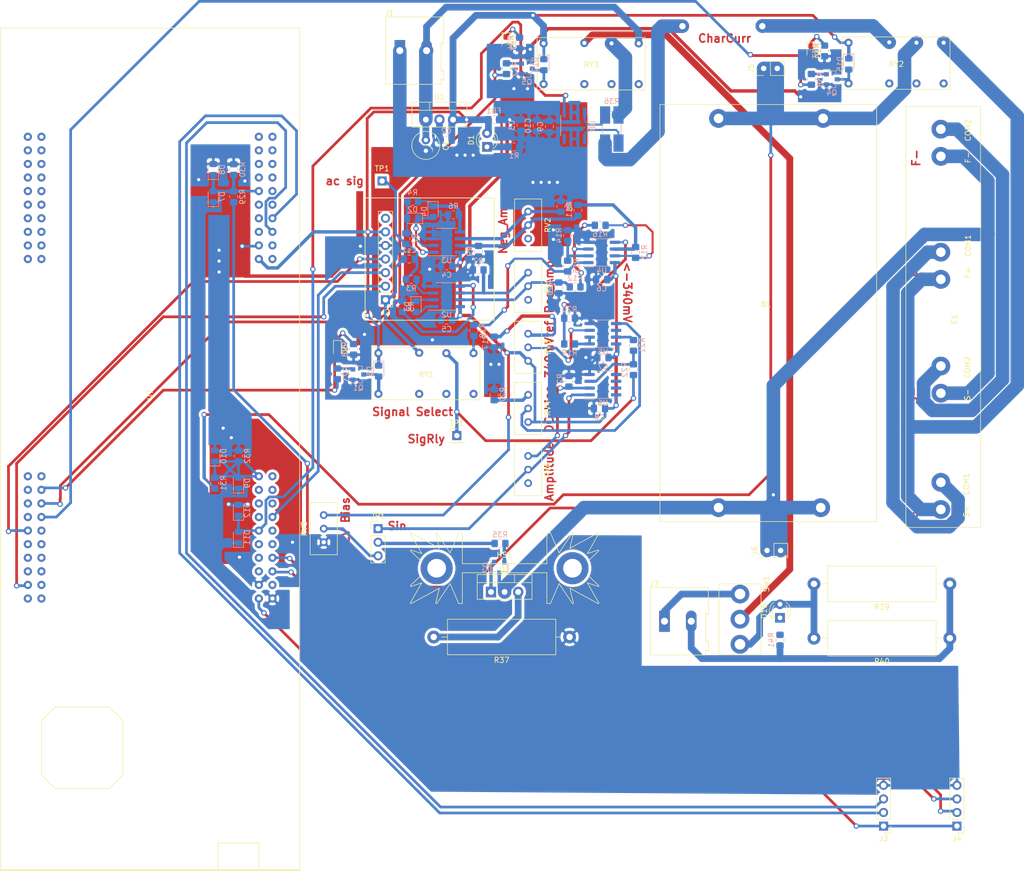
<source format=kicad_pcb>
(kicad_pcb (version 20171130) (host pcbnew "(5.1.10)-1")
  (layers (0 F.Cu signal) (31 B.Cu signal) (34 B.Paste user) (35 F.Paste user) (36 B.SilkS user) (37 F.SilkS user) (38 B.Mask user) (39 F.Mask user) (44 Edge.Cuts user))
  (net 0 "")
  (net 1 bat+)
  (net 2 bat-)
  (net 3 +9V)
  (net 4 GND)
  (net 5 +5VD)
  (net 6 +5VA)
  (net 7 "Net-(Cs1-Pad1)")
  (net 8 sigout)
  (net 9 "Net-(D1-Pad1)")
  (net 10 "Net-(D2-Pad1)")
  (net 11 "Net-(D2-Pad2)")
  (net 12 "Net-(D3-Pad2)")
  (net 13 "Net-(D3-Pad1)")
  (net 14 "Net-(D4-Pad1)")
  (net 15 "Net-(D5-Pad2)")
  (net 16 "Net-(D6-Pad1)")
  (net 17 Rly3)
  (net 18 +3V3)
  (net 19 Vbat-)
  (net 20 Vbat+)
  (net 21 Iout)
  (net 22 "Net-(D13-Pad1)")
  (net 23 Rly1)
  (net 24 "Net-(D14-Pad1)")
  (net 25 Rly2)
  (net 26 "Net-(D15-Pad2)")
  (net 27 "Net-(D16-Pad1)")
  (net 28 "Net-(D16-Pad2)")
  (net 29 "Net-(D17-Pad2)")
  (net 30 EIS)
  (net 31 "Net-(E1-Pad2)")
  (net 32 "Net-(E1-Pad4)")
  (net 33 CS1)
  (net 34 SCLK1)
  (net 35 MOSI1)
  (net 36 "Net-(J2-Pad7)")
  (net 37 SCIATX)
  (net 38 SCIARX)
  (net 39 SCIBRX)
  (net 40 SCIBTX)
  (net 41 Load)
  (net 42 base)
  (net 43 "Net-(JP1-Pad2)")
  (net 44 CCCV)
  (net 45 "Net-(Q1-Pad2)")
  (net 46 "Net-(Q2-Pad2)")
  (net 47 "Net-(Q2-Pad1)")
  (net 48 "Net-(Q3-Pad3)")
  (net 49 "Net-(Q4-Pad2)")
  (net 50 "Net-(Q5-Pad2)")
  (net 51 "Net-(R3-Pad2)")
  (net 52 "Net-(R7-Pad1)")
  (net 53 "Net-(R8-Pad1)")
  (net 54 "Net-(R11-Pad2)")
  (net 55 "Net-(R10-Pad1)")
  (net 56 "Net-(R11-Pad1)")
  (net 57 com_1)
  (net 58 "Net-(R13-Pad1)")
  (net 59 "Net-(R14-Pad2)")
  (net 60 "Net-(R15-Pad1)")
  (net 61 "Net-(R17-Pad1)")
  (net 62 asymm)
  (net 63 340mV)
  (net 64 "Net-(R19-Pad2)")
  (net 65 dc_bias)
  (net 66 "Net-(R21-Pad1)")
  (net 67 sigRly)
  (net 68 "Net-(R24-Pad2)")
  (net 69 "Net-(R27-Pad1)")
  (net 70 Rs+)
  (net 71 "Net-(RV1-Pad1)")
  (net 72 "Net-(RV2-Pad1)")
  (net 73 "Net-(RV3-Pad2)")
  (net 74 "Net-(RV4-Pad2)")
  (net 75 "Net-(RV6-Pad1)")
  (net 76 "Net-(RY1-Pad9)")
  (net 77 "Net-(RY1-Pad11)")
  (net 78 "Net-(RY1-Pad13)")
  (net 79 mid)
  (net 80 "Net-(RY2-Pad13)")
  (net 81 "Net-(RY2-Pad11)")
  (net 82 "Net-(RY2-Pad9)")
  (net 83 "Net-(RY3-Pad9)")
  (net 84 "Net-(RY3-Pad11)")
  (net 85 "Net-(RY3-Pad13)")
  (net 86 disChar)
  (net 87 "Net-(U7-Pad2)")
  (net 88 "Net-(U7-Pad5)")
  (net 89 "Net-(U7-Pad6)")
  (net 90 "Net-(U7-Pad8)")
  (net 91 "Net-(U7-Pad9)")
  (net 92 "Net-(U7-Pad10)")
  (net 93 "Net-(U7-Pad23)")
  (net 94 "Net-(U7-Pad24)")
  (net 95 "Net-(U7-Pad25)")
  (net 96 "Net-(U7-Pad27)")
  (net 97 "Net-(U7-Pad28)")
  (net 98 "Net-(U7-Pad29)")
  (net 99 "Net-(U7-Pad18)")
  (net 100 "Net-(U7-Pad40)")
  (net 101 "Net-(U7-Pad16)")
  (net 102 "Net-(U7-Pad20)")
  (net 103 "Net-(U7-Pad31)")
  (net 104 "Net-(U7-Pad35)")
  (net 105 "Net-(U7-Pad17)")
  (net 106 "Net-(U7-Pad37)")
  (net 107 "Net-(U7-Pad12)")
  (net 108 "Net-(U7-Pad36)")
  (net 109 "Net-(U7-Pad13)")
  (net 110 "Net-(U7-Pad39)")
  (net 111 "Net-(U7-Pad38)")
  (net 112 "Net-(U7-Pad11)")
  (net 113 "Net-(U7-Pad14)")
  (net 114 "Net-(U7-Pad72)")
  (net 115 "Net-(U7-Pad58)")
  (net 116 "Net-(U7-Pad57)")
  (net 117 "Net-(U7-Pad74)")
  (net 118 "Net-(U7-Pad75)")
  (net 119 "Net-(U7-Pad71)")
  (net 120 "Net-(U7-Pad60)")
  (net 121 "Net-(U7-Pad56)")
  (net 122 "Net-(U7-Pad80)")
  (net 123 "Net-(U7-Pad73)")
  (net 124 "Net-(U7-Pad59)")
  (net 125 "Net-(U7-Pad51)")
  (net 126 "Net-(U7-Pad78)")
  (net 127 "Net-(U7-Pad79)")
  (net 128 "Net-(U7-Pad54)")
  (net 129 "Net-(U7-Pad63)")
  (net 130 "Net-(U7-Pad49)")
  (net 131 "Net-(U7-Pad47)")
  (net 132 "Net-(U7-Pad48)")
  (net 133 "Net-(U7-Pad41)")
  (net 134 "Net-(U7-Pad65)")
  (net 135 "Net-(U7-Pad50)")
  (net 136 "Net-(U7-Pad46)")
  (net 137 "Net-(U7-Pad64)")
  (net 138 "Net-(U7-Pad69)")
  (net 139 "Net-(U7-Pad45)")
  (net 140 "Net-(U7-Pad68)")
  (net 141 "Net-(U7-Pad42)")
  (net 142 "Net-(U7-Pad70)")
  (net 143 "Net-(U7-Pad67)")
  (net 144 "Net-(U7-Pad52)")
  (net 145 "Net-(U7-Pad76)")
  (net 146 "Net-(U7-Pad77)")
  (net 147 "Net-(U7-Pad55)")
  (net 148 "Net-(U7-Pad53)")
  (net 149 Rs-)
  (net 150 "Net-(U8-Pad4)")
  (net 151 "Net-(R36-Pad1)")
  (module basic:LANCHXL-F280049C (layer F.Cu) (at 130.115 123.3 90)
    (fp_text reference U7 (at 38.1 -20.32 90) (layer F.SilkS))
    (fp_text value LAUNCHXL-F280049C)
    (pad 1 thru_hole circle (at 0 2.54 90) (size 1.524 1.524) (drill 0.762) (layers *.Cu *.Mask) (net 18 +3V3))
    (pad 2 thru_hole circle (at 2.54 2.54 90) (size 1.524 1.524) (drill 0.762) (layers *.Cu *.Mask) (net 87 "Net-(U7-Pad2)"))
    (pad 3 thru_hole circle (at 5.08 2.54 90) (size 1.524 1.524) (drill 0.762) (layers *.Cu *.Mask) (net 39 SCIBRX))
    (pad 4 thru_hole circle (at 7.62 2.54 90) (size 1.524 1.524) (drill 0.762) (layers *.Cu *.Mask) (net 40 SCIBTX))
    (pad 5 thru_hole circle (at 10.16 2.54 90) (size 1.524 1.524) (drill 0.762) (layers *.Cu *.Mask) (net 88 "Net-(U7-Pad5)"))
    (pad 6 thru_hole circle (at 12.7 2.54 90) (size 1.524 1.524) (drill 0.762) (layers *.Cu *.Mask) (net 89 "Net-(U7-Pad6)"))
    (pad 7 thru_hole circle (at 15.24 2.54 90) (size 1.524 1.524) (drill 0.762) (layers *.Cu *.Mask) (net 34 SCLK1))
    (pad 8 thru_hole circle (at 17.78 2.54 90) (size 1.524 1.524) (drill 0.762) (layers *.Cu *.Mask) (net 90 "Net-(U7-Pad8)"))
    (pad 9 thru_hole circle (at 20.32 2.54 90) (size 1.524 1.524) (drill 0.762) (layers *.Cu *.Mask) (net 91 "Net-(U7-Pad9)"))
    (pad 10 thru_hole circle (at 22.86 2.54 90) (size 1.524 1.524) (drill 0.762) (layers *.Cu *.Mask) (net 92 "Net-(U7-Pad10)"))
    (pad 21 thru_hole circle (at 0 0 180) (size 1.524 1.524) (drill 0.762) (layers *.Cu *.Mask) (net 5 +5VD))
    (pad 22 thru_hole circle (at 2.54 0 180) (size 1.524 1.524) (drill 0.762) (layers *.Cu *.Mask) (net 4 GND))
    (pad 23 thru_hole circle (at 5.08 0 180) (size 1.524 1.524) (drill 0.762) (layers *.Cu *.Mask) (net 93 "Net-(U7-Pad23)"))
    (pad 24 thru_hole circle (at 7.62 0 180) (size 1.524 1.524) (drill 0.762) (layers *.Cu *.Mask) (net 94 "Net-(U7-Pad24)"))
    (pad 25 thru_hole circle (at 10.16 0 180) (size 1.524 1.524) (drill 0.762) (layers *.Cu *.Mask) (net 95 "Net-(U7-Pad25)"))
    (pad 26 thru_hole circle (at 12.7 0 180) (size 1.524 1.524) (drill 0.762) (layers *.Cu *.Mask) (net 21 Iout))
    (pad 27 thru_hole circle (at 15.24 0 180) (size 1.524 1.524) (drill 0.762) (layers *.Cu *.Mask) (net 96 "Net-(U7-Pad27)"))
    (pad 28 thru_hole circle (at 17.78 0 180) (size 1.524 1.524) (drill 0.762) (layers *.Cu *.Mask) (net 97 "Net-(U7-Pad28)"))
    (pad 29 thru_hole circle (at 20.32 0 180) (size 1.524 1.524) (drill 0.762) (layers *.Cu *.Mask) (net 98 "Net-(U7-Pad29)"))
    (pad 30 thru_hole circle (at 22.86 0 180) (size 1.524 1.524) (drill 0.762) (layers *.Cu *.Mask) (net 20 Vbat+))
    (pad 18 thru_hole circle (at 5.08 -43.18 180) (size 1.524 1.524) (drill 0.762) (layers *.Cu *.Mask) (net 99 "Net-(U7-Pad18)"))
    (pad 32 thru_hole circle (at 20.32 -40.64 90) (size 1.524 1.524) (drill 0.762) (layers *.Cu *.Mask) (net 17 Rly3))
    (pad 19 thru_hole circle (at 2.54 -43.18 180) (size 1.524 1.524) (drill 0.762) (layers *.Cu *.Mask) (net 33 CS1))
    (pad 34 thru_hole circle (at 15.24 -40.64 90) (size 1.524 1.524) (drill 0.762) (layers *.Cu *.Mask) (net 23 Rly1))
    (pad 33 thru_hole circle (at 17.78 -40.64 90) (size 1.524 1.524) (drill 0.762) (layers *.Cu *.Mask) (net 25 Rly2))
    (pad 40 thru_hole circle (at 0 -40.64 90) (size 1.524 1.524) (drill 0.762) (layers *.Cu *.Mask) (net 100 "Net-(U7-Pad40)"))
    (pad 16 thru_hole circle (at 10.16 -43.18 180) (size 1.524 1.524) (drill 0.762) (layers *.Cu *.Mask) (net 101 "Net-(U7-Pad16)"))
    (pad 20 thru_hole circle (at 0 -43.18 180) (size 1.524 1.524) (drill 0.762) (layers *.Cu *.Mask) (net 102 "Net-(U7-Pad20)"))
    (pad 31 thru_hole circle (at 22.86 -40.64 90) (size 1.524 1.524) (drill 0.762) (layers *.Cu *.Mask) (net 103 "Net-(U7-Pad31)"))
    (pad 35 thru_hole circle (at 12.7 -40.64 90) (size 1.524 1.524) (drill 0.762) (layers *.Cu *.Mask) (net 104 "Net-(U7-Pad35)"))
    (pad 17 thru_hole circle (at 7.62 -43.18 180) (size 1.524 1.524) (drill 0.762) (layers *.Cu *.Mask) (net 105 "Net-(U7-Pad17)"))
    (pad 15 thru_hole circle (at 12.7 -43.18 180) (size 1.524 1.524) (drill 0.762) (layers *.Cu *.Mask) (net 35 MOSI1))
    (pad 37 thru_hole circle (at 7.62 -40.64 90) (size 1.524 1.524) (drill 0.762) (layers *.Cu *.Mask) (net 106 "Net-(U7-Pad37)"))
    (pad 12 thru_hole circle (at 20.32 -43.18 180) (size 1.524 1.524) (drill 0.762) (layers *.Cu *.Mask) (net 107 "Net-(U7-Pad12)"))
    (pad 36 thru_hole circle (at 10.16 -40.64 90) (size 1.524 1.524) (drill 0.762) (layers *.Cu *.Mask) (net 108 "Net-(U7-Pad36)"))
    (pad 13 thru_hole circle (at 17.78 -43.18 180) (size 1.524 1.524) (drill 0.762) (layers *.Cu *.Mask) (net 109 "Net-(U7-Pad13)"))
    (pad 39 thru_hole circle (at 2.54 -40.64 90) (size 1.524 1.524) (drill 0.762) (layers *.Cu *.Mask) (net 110 "Net-(U7-Pad39)"))
    (pad 38 thru_hole circle (at 5.08 -40.64 90) (size 1.524 1.524) (drill 0.762) (layers *.Cu *.Mask) (net 111 "Net-(U7-Pad38)"))
    (pad 11 thru_hole circle (at 22.86 -43.18 180) (size 1.524 1.524) (drill 0.762) (layers *.Cu *.Mask) (net 112 "Net-(U7-Pad11)"))
    (pad 14 thru_hole circle (at 15.24 -43.18 180) (size 1.524 1.524) (drill 0.762) (layers *.Cu *.Mask) (net 113 "Net-(U7-Pad14)"))
    (pad 72 thru_hole circle (at 83.82 -40.64 90) (size 1.524 1.524) (drill 0.762) (layers *.Cu *.Mask) (net 114 "Net-(U7-Pad72)"))
    (pad 58 thru_hole circle (at 68.58 -43.18 180) (size 1.524 1.524) (drill 0.762) (layers *.Cu *.Mask) (net 115 "Net-(U7-Pad58)"))
    (pad 57 thru_hole circle (at 71.12 -43.18 180) (size 1.524 1.524) (drill 0.762) (layers *.Cu *.Mask) (net 116 "Net-(U7-Pad57)"))
    (pad 74 thru_hole circle (at 78.74 -40.64 90) (size 1.524 1.524) (drill 0.762) (layers *.Cu *.Mask) (net 117 "Net-(U7-Pad74)"))
    (pad 75 thru_hole circle (at 76.2 -40.64 90) (size 1.524 1.524) (drill 0.762) (layers *.Cu *.Mask) (net 118 "Net-(U7-Pad75)"))
    (pad 71 thru_hole circle (at 86.36 -40.64 90) (size 1.524 1.524) (drill 0.762) (layers *.Cu *.Mask) (net 119 "Net-(U7-Pad71)"))
    (pad 60 thru_hole circle (at 63.5 -43.18 180) (size 1.524 1.524) (drill 0.762) (layers *.Cu *.Mask) (net 120 "Net-(U7-Pad60)"))
    (pad 56 thru_hole circle (at 73.66 -43.18 180) (size 1.524 1.524) (drill 0.762) (layers *.Cu *.Mask) (net 121 "Net-(U7-Pad56)"))
    (pad 80 thru_hole circle (at 63.5 -40.64 90) (size 1.524 1.524) (drill 0.762) (layers *.Cu *.Mask) (net 122 "Net-(U7-Pad80)"))
    (pad 73 thru_hole circle (at 81.28 -40.64 90) (size 1.524 1.524) (drill 0.762) (layers *.Cu *.Mask) (net 123 "Net-(U7-Pad73)"))
    (pad 59 thru_hole circle (at 66.04 -43.18 180) (size 1.524 1.524) (drill 0.762) (layers *.Cu *.Mask) (net 124 "Net-(U7-Pad59)"))
    (pad 51 thru_hole circle (at 86.36 -43.18 180) (size 1.524 1.524) (drill 0.762) (layers *.Cu *.Mask) (net 125 "Net-(U7-Pad51)"))
    (pad 78 thru_hole circle (at 68.58 -40.64 90) (size 1.524 1.524) (drill 0.762) (layers *.Cu *.Mask) (net 126 "Net-(U7-Pad78)"))
    (pad 79 thru_hole circle (at 66.04 -40.64 90) (size 1.524 1.524) (drill 0.762) (layers *.Cu *.Mask) (net 127 "Net-(U7-Pad79)"))
    (pad 54 thru_hole circle (at 78.74 -43.18 180) (size 1.524 1.524) (drill 0.762) (layers *.Cu *.Mask) (net 128 "Net-(U7-Pad54)"))
    (pad 63 thru_hole circle (at 68.58 0 180) (size 1.524 1.524) (drill 0.762) (layers *.Cu *.Mask) (net 129 "Net-(U7-Pad63)"))
    (pad 49 thru_hole circle (at 83.82 2.54 90) (size 1.524 1.524) (drill 0.762) (layers *.Cu *.Mask) (net 130 "Net-(U7-Pad49)"))
    (pad 62 thru_hole circle (at 66.04 0 180) (size 1.524 1.524) (drill 0.762) (layers *.Cu *.Mask) (net 4 GND))
    (pad 47 thru_hole circle (at 78.74 2.54 90) (size 1.524 1.524) (drill 0.762) (layers *.Cu *.Mask) (net 131 "Net-(U7-Pad47)"))
    (pad 48 thru_hole circle (at 81.28 2.54 90) (size 1.524 1.524) (drill 0.762) (layers *.Cu *.Mask) (net 132 "Net-(U7-Pad48)"))
    (pad 41 thru_hole circle (at 63.5 2.54 90) (size 1.524 1.524) (drill 0.762) (layers *.Cu *.Mask) (net 133 "Net-(U7-Pad41)"))
    (pad 65 thru_hole circle (at 73.66 0 180) (size 1.524 1.524) (drill 0.762) (layers *.Cu *.Mask) (net 134 "Net-(U7-Pad65)"))
    (pad 61 thru_hole circle (at 63.5 0 180) (size 1.524 1.524) (drill 0.762) (layers *.Cu *.Mask) (net 5 +5VD))
    (pad 50 thru_hole circle (at 86.36 2.54 90) (size 1.524 1.524) (drill 0.762) (layers *.Cu *.Mask) (net 135 "Net-(U7-Pad50)"))
    (pad 46 thru_hole circle (at 76.2 2.54 90) (size 1.524 1.524) (drill 0.762) (layers *.Cu *.Mask) (net 136 "Net-(U7-Pad46)"))
    (pad 64 thru_hole circle (at 71.12 0 180) (size 1.524 1.524) (drill 0.762) (layers *.Cu *.Mask) (net 137 "Net-(U7-Pad64)"))
    (pad 66 thru_hole circle (at 76.2 0 180) (size 1.524 1.524) (drill 0.762) (layers *.Cu *.Mask) (net 19 Vbat-))
    (pad 44 thru_hole circle (at 71.12 2.54 90) (size 1.524 1.524) (drill 0.762) (layers *.Cu *.Mask) (net 37 SCIATX))
    (pad 69 thru_hole circle (at 83.82 0 180) (size 1.524 1.524) (drill 0.762) (layers *.Cu *.Mask) (net 138 "Net-(U7-Pad69)"))
    (pad 45 thru_hole circle (at 73.66 2.54 90) (size 1.524 1.524) (drill 0.762) (layers *.Cu *.Mask) (net 139 "Net-(U7-Pad45)"))
    (pad 68 thru_hole circle (at 81.28 0 180) (size 1.524 1.524) (drill 0.762) (layers *.Cu *.Mask) (net 140 "Net-(U7-Pad68)"))
    (pad 42 thru_hole circle (at 66.04 2.54 90) (size 1.524 1.524) (drill 0.762) (layers *.Cu *.Mask) (net 141 "Net-(U7-Pad42)"))
    (pad 43 thru_hole circle (at 68.58 2.54 90) (size 1.524 1.524) (drill 0.762) (layers *.Cu *.Mask) (net 38 SCIARX))
    (pad 70 thru_hole circle (at 86.36 0 180) (size 1.524 1.524) (drill 0.762) (layers *.Cu *.Mask) (net 142 "Net-(U7-Pad70)"))
    (pad 67 thru_hole circle (at 78.74 0 180) (size 1.524 1.524) (drill 0.762) (layers *.Cu *.Mask) (net 143 "Net-(U7-Pad67)"))
    (pad 52 thru_hole circle (at 83.82 -43.18 180) (size 1.524 1.524) (drill 0.762) (layers *.Cu *.Mask) (net 144 "Net-(U7-Pad52)"))
    (pad 76 thru_hole circle (at 73.66 -40.64 90) (size 1.524 1.524) (drill 0.762) (layers *.Cu *.Mask) (net 145 "Net-(U7-Pad76)"))
    (pad 77 thru_hole circle (at 71.12 -40.64 90) (size 1.524 1.524) (drill 0.762) (layers *.Cu *.Mask) (net 146 "Net-(U7-Pad77)"))
    (pad 55 thru_hole circle (at 76.2 -43.18 180) (size 1.524 1.524) (drill 0.762) (layers *.Cu *.Mask) (net 147 "Net-(U7-Pad55)"))
    (pad 53 thru_hole circle (at 81.28 -43.18 180) (size 1.524 1.524) (drill 0.762) (layers *.Cu *.Mask) (net 148 "Net-(U7-Pad53)"))
  )
  (module Resistor_SMD:R_0805_2012Metric_Pad1.20x1.40mm_HandSolder (layer B.Cu) (at 144.78 81.28 90)
    (fp_text reference R23 (at 0 1.65 90) (layer B.SilkS) (effects (justify mirror)))
    (fp_text value 5.6k)
    (pad 2 smd roundrect (at 1 0 90) (size 1.2 1.4) (layers B.Cu B.Paste B.Mask) (roundrect_rratio 0.208333) (net 45 "Net-(Q1-Pad2)"))
    (pad 1 smd roundrect (at -1 0 90) (size 1.2 1.4) (layers B.Cu B.Paste B.Mask) (roundrect_rratio 0.208333) (net 17 Rly3))
  )
  (module LED_SMD:LED_0603_1608Metric_Pad1.05x0.95mm_HandSolder (layer F.Cu) (at 176.31 19.135 270)
    (fp_text reference D14 (at 0 -1.43 90) (layer F.SilkS))
    (fp_text value LED)
    (pad 2 smd roundrect (at 0.875 0 270) (size 1.05 0.95) (layers F.Cu F.Paste F.Mask) (net 25 Rly2))
    (pad 1 smd roundrect (at -0.875 0 270) (size 1.05 0.95) (layers F.Cu F.Paste F.Mask) (net 24 "Net-(D14-Pad1)"))
  )
  (module Resistor_SMD:R_0805_2012Metric_Pad1.20x1.40mm_HandSolder (layer B.Cu) (at 178.85 19.405 270)
    (fp_text reference R34 (at 0 1.65 90) (layer B.SilkS) (effects (justify mirror)))
    (fp_text value 1k)
    (pad 1 smd roundrect (at -1 0 270) (size 1.2 1.4) (layers B.Cu B.Paste B.Mask) (roundrect_rratio 0.2083325) (net 24 "Net-(D14-Pad1)"))
    (pad 2 smd roundrect (at 1 0 270) (size 1.2 1.4) (layers B.Cu B.Paste B.Mask) (roundrect_rratio 0.2083325) (net 4 GND))
  )
  (module Package_TO_SOT_SMD:SOT-23 (layer B.Cu) (at 175.05508 117.5 270)
    (fp_text reference Q2 (at 0 2.5 90) (layer B.SilkS) (effects (justify mirror)))
    (fp_text value 2N3904)
    (pad 3 smd rect (at 1 0 270) (size 0.9 0.8) (layers B.Cu B.Paste B.Mask) (net 2 bat-))
    (pad 2 smd rect (at -1 -0.95 270) (size 0.9 0.8) (layers B.Cu B.Paste B.Mask) (net 46 "Net-(Q2-Pad2)"))
    (pad 1 smd rect (at -1 0.95 270) (size 0.9 0.8) (layers B.Cu B.Paste B.Mask) (net 47 "Net-(Q2-Pad1)"))
  )
  (module Package_SO:SOIC-8_3.9x4.9mm_P1.27mm (layer B.Cu) (at 194.425 83.305)
    (fp_text reference U6 (at 0 3.4) (layer B.SilkS) (effects (justify mirror)))
    (fp_text value LM358)
    (pad 1 smd roundrect (at -2.475 1.905) (size 1.95 0.6) (layers B.Cu B.Paste B.Mask) (net 42 base))
    (pad 2 smd roundrect (at -2.475 0.635) (size 1.95 0.6) (layers B.Cu B.Paste B.Mask) (net 68 "Net-(R24-Pad2)"))
    (pad 3 smd roundrect (at -2.475 -0.635) (size 1.95 0.6) (layers B.Cu B.Paste B.Mask) (net 66 "Net-(R21-Pad1)"))
    (pad 4 smd roundrect (at -2.475 -1.905) (size 1.95 0.6) (layers B.Cu B.Paste B.Mask) (net 4 GND))
    (pad 5 smd roundrect (at 2.475 -1.905) (size 1.95 0.6) (layers B.Cu B.Paste B.Mask))
    (pad 6 smd roundrect (at 2.475 -0.635) (size 1.95 0.6) (layers B.Cu B.Paste B.Mask))
    (pad 7 smd roundrect (at 2.475 0.635) (size 1.95 0.6) (layers B.Cu B.Paste B.Mask))
    (pad 8 smd roundrect (at 2.475 1.905) (size 1.95 0.6) (layers B.Cu B.Paste B.Mask) (net 6 +5VA))
  )
  (module Resistor_SMD:R_0805_2012Metric_Pad1.20x1.40mm_HandSolder (layer B.Cu) (at 189.75 50.686 270)
    (fp_text reference R11 (at 0 1.65 90) (layer B.SilkS) (effects (justify mirror)))
    (fp_text value 1k)
    (pad 1 smd roundrect (at -1 0 270) (size 1.2 1.4) (layers B.Cu B.Paste B.Mask) (roundrect_rratio 0.208333) (net 56 "Net-(R11-Pad1)"))
    (pad 2 smd roundrect (at 1 0 270) (size 1.2 1.4) (layers B.Cu B.Paste B.Mask) (roundrect_rratio 0.208333) (net 54 "Net-(R11-Pad2)"))
  )
  (module Connector_PinHeader_2.54mm:PinHeader_1x01_P2.54mm_Vertical (layer F.Cu) (at 167.12 92.83)
    (fp_text reference TP1 (at 0 -2.33) (layer F.SilkS))
    (fp_text value ac_wave)
    (pad 1 thru_hole rect (at 0 0) (size 1.7 1.7) (drill 1) (layers *.Cu *.Mask) (net 67 sigRly))
  )
  (module Package_SO:SOIC-8_3.9x4.9mm_P1.27mm (layer B.Cu) (at 165.215 66.795)
    (fp_text reference U2 (at 0 3.4) (layer B.SilkS) (effects (justify mirror)))
    (fp_text value LM358)
    (pad 8 smd roundrect (at 2.475 1.905) (size 1.95 0.6) (layers B.Cu B.Paste B.Mask) (net 6 +5VA))
    (pad 7 smd roundrect (at 2.475 0.635) (size 1.95 0.6) (layers B.Cu B.Paste B.Mask) (net 55 "Net-(R10-Pad1)"))
    (pad 6 smd roundrect (at 2.475 -0.635) (size 1.95 0.6) (layers B.Cu B.Paste B.Mask) (net 52 "Net-(R7-Pad1)"))
    (pad 5 smd roundrect (at 2.475 -1.905) (size 1.95 0.6) (layers B.Cu B.Paste B.Mask) (net 13 "Net-(D3-Pad1)"))
    (pad 4 smd roundrect (at -2.475 -1.905) (size 1.95 0.6) (layers B.Cu B.Paste B.Mask) (net 4 GND))
    (pad 3 smd roundrect (at -2.475 -0.635) (size 1.95 0.6) (layers B.Cu B.Paste B.Mask) (net 51 "Net-(R3-Pad2)"))
    (pad 2 smd roundrect (at -2.475 0.635) (size 1.95 0.6) (layers B.Cu B.Paste B.Mask) (net 13 "Net-(D3-Pad1)"))
    (pad 1 smd roundrect (at -2.475 1.905) (size 1.95 0.6) (layers B.Cu B.Paste B.Mask) (net 12 "Net-(D3-Pad2)"))
  )
  (module Resistor_SMD:R_Shunt_Ohmite_LVK24 (layer B.Cu) (at 196.089 35.494 180)
    (fp_text reference R36 (at 0 5.2) (layer B.SilkS) (effects (justify mirror)))
    (fp_text value 100m)
    (pad 4 smd rect (at 1.25 -2.625 180) (size 1.9 3.25) (layers B.Cu B.Paste B.Mask) (net 79 mid))
    (pad 3 smd rect (at -1.25 -2.625 180) (size 1.9 3.25) (layers B.Cu B.Paste B.Mask) (net 149 Rs-))
    (pad 2 smd rect (at 1.25 2.625 180) (size 1.9 3.25) (layers B.Cu B.Paste B.Mask) (net 70 Rs+))
    (pad 1 smd rect (at -1.25 2.625 180) (size 1.9 3.25) (layers B.Cu B.Paste B.Mask) (net 151 "Net-(R36-Pad1)"))
  )
  (module Package_TO_SOT_THT:TO-220-3_Vertical (layer F.Cu) (at 161.332 33.742)
    (fp_text reference U1 (at 2.54 -4.27) (layer F.SilkS))
    (fp_text value L7805)
    (pad 3 thru_hole oval (at 5.08 0) (size 1.905 2) (drill 1.1) (layers *.Cu *.Mask) (net 5 +5VD))
    (pad 2 thru_hole oval (at 2.54 0) (size 1.905 2) (drill 1.1) (layers *.Cu *.Mask) (net 4 GND))
    (pad 1 thru_hole rect (at 0 0) (size 1.905 2) (drill 1.1) (layers *.Cu *.Mask) (net 3 +9V))
  )
  (module Resistor_SMD:R_0805_2012Metric_Pad1.20x1.40mm_HandSolder (layer B.Cu) (at 177.842 38.822)
    (fp_text reference R1 (at 0 1.65) (layer B.SilkS) (effects (justify mirror)))
    (fp_text value 1k)
    (pad 2 smd roundrect (at 1 0) (size 1.2 1.4) (layers B.Cu B.Paste B.Mask) (roundrect_rratio 0.208333) (net 4 GND))
    (pad 1 smd roundrect (at -1 0) (size 1.2 1.4) (layers B.Cu B.Paste B.Mask) (roundrect_rratio 0.208333) (net 9 "Net-(D1-Pad1)"))
  )
  (module TerminalBlock:TerminalBlock_Altech_AK300-2_P5.00mm (layer F.Cu) (at 156.464 20.828)
    (fp_text reference J1 (at -1.92 -6.99) (layer F.SilkS))
    (fp_text value Screw_Terminal_01x02)
    (pad 2 thru_hole oval (at 5 0) (size 1.98 3.96) (drill 1.32) (layers *.Cu *.Mask) (net 3 +9V))
    (pad 1 thru_hole rect (at 0 0) (size 1.98 3.96) (drill 1.32) (layers *.Cu *.Mask) (net 4 GND))
  )
  (module Resistor_SMD:R_0805_2012Metric_Pad1.20x1.40mm_HandSolder (layer B.Cu) (at 174.032 33.742 180)
    (fp_text reference FB1 (at 0 1.65) (layer B.SilkS) (effects (justify mirror)))
    (fp_text value Ferrite_Bead_Small)
    (pad 2 smd roundrect (at 1 0 180) (size 1.2 1.4) (layers B.Cu B.Paste B.Mask) (roundrect_rratio 0.208333) (net 5 +5VD))
    (pad 1 smd roundrect (at -1 0 180) (size 1.2 1.4) (layers B.Cu B.Paste B.Mask) (roundrect_rratio 0.208333) (net 6 +5VA))
  )
  (module LED_THT:LED_D3.0mm (layer F.Cu) (at 172.762 38.822 90)
    (fp_text reference D1 (at 1.27 -2.96 90) (layer F.SilkS))
    (fp_text value LED)
    (pad 2 thru_hole circle (at 2.54 0 90) (size 1.8 1.8) (drill 0.9) (layers *.Cu *.Mask) (net 5 +5VD))
    (pad 1 thru_hole rect (at 0 0 90) (size 1.8 1.8) (drill 0.9) (layers *.Cu *.Mask) (net 9 "Net-(D1-Pad1)"))
  )
  (module Capacitor_SMD:C_0805_2012Metric_Pad1.18x1.45mm_HandSolder (layer B.Cu) (at 179.112 34.7795 270)
    (fp_text reference C3 (at 0 1.68 270) (layer B.SilkS) (effects (justify mirror)))
    (fp_text value 0.1u)
    (pad 2 smd roundrect (at 1.0375 0 270) (size 1.175 1.45) (layers B.Cu B.Paste B.Mask) (roundrect_rratio 0.212766) (net 4 GND))
    (pad 1 smd roundrect (at -1.0375 0 270) (size 1.175 1.45) (layers B.Cu B.Paste B.Mask) (roundrect_rratio 0.212766) (net 6 +5VA))
  )
  (module Capacitor_SMD:C_0805_2012Metric_Pad1.18x1.45mm_HandSolder (layer B.Cu) (at 165.142 37.552 180)
    (fp_text reference C2 (at 0 1.68) (layer B.SilkS) (effects (justify mirror)))
    (fp_text value 0.1u)
    (pad 2 smd roundrect (at 1.0375 0 180) (size 1.175 1.45) (layers B.Cu B.Paste B.Mask) (roundrect_rratio 0.212766) (net 4 GND))
    (pad 1 smd roundrect (at -1.0375 0 180) (size 1.175 1.45) (layers B.Cu B.Paste B.Mask) (roundrect_rratio 0.212766) (net 5 +5VD))
  )
  (module Capacitor_THT:C_Radial_D5.0mm_H11.0mm_P2.00mm (layer F.Cu) (at 161.332 37.552 270)
    (fp_text reference C1 (at 1 -3.75 90) (layer F.SilkS))
    (fp_text value 0.33u)
    (pad 1 thru_hole circle (at 0 0 270) (size 1.6 1.6) (drill 0.8) (layers *.Cu *.Mask) (net 3 +9V))
    (pad 2 thru_hole circle (at 2 0 270) (size 1.6 1.6) (drill 0.8) (layers *.Cu *.Mask) (net 4 GND))
  )
  (module basic:18650-holder-dual (layer F.Cu) (at 205.095 108.905001)
    (fp_text reference B1 (at 19.812 -40.648) (layer F.SilkS))
    (fp_text value 18650-holder-dual)
    (pad 1 thru_hole circle (at 10.95 -75.4) (size 3.5 3.5) (drill 1.8) (layers *.Cu *.Mask) (net 1 bat+))
    (pad 3 thru_hole circle (at 30.5 -75.4) (size 3.5 3.5) (drill 1.8) (layers *.Cu *.Mask) (net 1 bat+))
    (pad 4 thru_hole circle (at 30.05 -2.6) (size 3.5 3.5) (drill 1.8) (layers *.Cu *.Mask) (net 2 bat-))
    (pad 2 thru_hole circle (at 10.95 -2.6) (size 3.5 3.5) (drill 1.8) (layers *.Cu *.Mask) (net 2 bat-))
  )
  (module Capacitor_SMD:C_0805_2012Metric_Pad1.18x1.45mm_HandSolder (layer B.Cu) (at 165.215 61.08)
    (fp_text reference C4 (at 0 1.68) (layer B.SilkS) (effects (justify mirror)))
    (fp_text value 100n)
    (pad 2 smd roundrect (at 1.0375 0) (size 1.175 1.45) (layers B.Cu B.Paste B.Mask) (roundrect_rratio 0.212766) (net 6 +5VA))
    (pad 1 smd roundrect (at -1.0375 0) (size 1.175 1.45) (layers B.Cu B.Paste B.Mask) (roundrect_rratio 0.212766) (net 4 GND))
  )
  (module Capacitor_SMD:C_0805_2012Metric_Pad1.18x1.45mm_HandSolder (layer B.Cu) (at 165.215 71.24)
    (fp_text reference C5 (at 0 1.68) (layer B.SilkS) (effects (justify mirror)))
    (fp_text value 100n)
    (pad 1 smd roundrect (at -1.0375 0) (size 1.175 1.45) (layers B.Cu B.Paste B.Mask) (roundrect_rratio 0.212766) (net 4 GND))
    (pad 2 smd roundrect (at 1.0375 0) (size 1.175 1.45) (layers B.Cu B.Paste B.Mask) (roundrect_rratio 0.212766) (net 6 +5VA))
  )
  (module Capacitor_SMD:C_0805_2012Metric_Pad1.18x1.45mm_HandSolder (layer B.Cu) (at 194.195 63.656)
    (fp_text reference C6 (at 0 1.68) (layer B.SilkS) (effects (justify mirror)))
    (fp_text value 100n)
    (pad 1 smd roundrect (at -1.0375 0) (size 1.175 1.45) (layers B.Cu B.Paste B.Mask) (roundrect_rratio 0.212766) (net 4 GND))
    (pad 2 smd roundrect (at 1.0375 0) (size 1.175 1.45) (layers B.Cu B.Paste B.Mask) (roundrect_rratio 0.212766) (net 6 +5VA))
  )
  (module Capacitor_SMD:C_0805_2012Metric_Pad1.18x1.45mm_HandSolder (layer B.Cu) (at 194.425 78.225)
    (fp_text reference C7 (at 0 1.68) (layer B.SilkS) (effects (justify mirror)))
    (fp_text value 100n)
    (pad 2 smd roundrect (at 1.0375 0) (size 1.175 1.45) (layers B.Cu B.Paste B.Mask) (roundrect_rratio 0.212766) (net 6 +5VA))
    (pad 1 smd roundrect (at -1.0375 0) (size 1.175 1.45) (layers B.Cu B.Paste B.Mask) (roundrect_rratio 0.212766) (net 4 GND))
  )
  (module Capacitor_SMD:C_0805_2012Metric_Pad1.18x1.45mm_HandSolder (layer B.Cu) (at 193.79 87.75)
    (fp_text reference C8 (at 0 1.68) (layer B.SilkS) (effects (justify mirror)))
    (fp_text value 100n)
    (pad 1 smd roundrect (at -1.0375 0) (size 1.175 1.45) (layers B.Cu B.Paste B.Mask) (roundrect_rratio 0.212766) (net 4 GND))
    (pad 2 smd roundrect (at 1.0375 0) (size 1.175 1.45) (layers B.Cu B.Paste B.Mask) (roundrect_rratio 0.212766) (net 6 +5VA))
  )
  (module Capacitor_SMD:C_0805_2012Metric_Pad1.18x1.45mm_HandSolder (layer B.Cu) (at 184.418999 35.024001 270)
    (fp_text reference C9 (at 0 1.68 90) (layer B.SilkS) (effects (justify mirror)))
    (fp_text value 1u)
    (pad 1 smd roundrect (at -1.0375 0 270) (size 1.175 1.45) (layers B.Cu B.Paste B.Mask) (roundrect_rratio 0.212766) (net 6 +5VA))
    (pad 2 smd roundrect (at 1.0375 0 270) (size 1.175 1.45) (layers B.Cu B.Paste B.Mask) (roundrect_rratio 0.212766) (net 4 GND))
  )
  (module Capacitor_SMD:C_0805_2012Metric_Pad1.18x1.45mm_HandSolder (layer B.Cu) (at 182.119 34.859 270)
    (fp_text reference C10 (at 0 1.68 90) (layer B.SilkS) (effects (justify mirror)))
    (fp_text value 100n)
    (pad 2 smd roundrect (at 1.0375 0 270) (size 1.175 1.45) (layers B.Cu B.Paste B.Mask) (roundrect_rratio 0.212766) (net 4 GND))
    (pad 1 smd roundrect (at -1.0375 0 270) (size 1.175 1.45) (layers B.Cu B.Paste B.Mask) (roundrect_rratio 0.212766) (net 6 +5VA))
  )
  (module Capacitor_SMD:C_0805_2012Metric_Pad1.18x1.45mm_HandSolder (layer B.Cu) (at 158.23 59.81 180)
    (fp_text reference Cs1 (at 0 1.68) (layer B.SilkS) (effects (justify mirror)))
    (fp_text value 100n)
    (pad 2 smd roundrect (at 1.0375 0 180) (size 1.175 1.45) (layers B.Cu B.Paste B.Mask) (roundrect_rratio 0.212766) (net 8 sigout))
    (pad 1 smd roundrect (at -1.0375 0 180) (size 1.175 1.45) (layers B.Cu B.Paste B.Mask) (roundrect_rratio 0.212766) (net 7 "Net-(Cs1-Pad1)"))
  )
  (module Diode_SMD:D_0805_2012Metric_Pad1.15x1.40mm_HandSolder (layer B.Cu) (at 158.865 52.19 180)
    (fp_text reference D2 (at 0 1.65) (layer B.SilkS) (effects (justify mirror)))
    (fp_text value 1N4148)
    (pad 1 smd roundrect (at -1.025 0 180) (size 1.15 1.4) (layers B.Cu B.Paste B.Mask) (roundrect_rratio 0.217391) (net 10 "Net-(D2-Pad1)"))
    (pad 2 smd roundrect (at 1.025 0 180) (size 1.15 1.4) (layers B.Cu B.Paste B.Mask) (roundrect_rratio 0.217391) (net 11 "Net-(D2-Pad2)"))
  )
  (module Diode_SMD:D_0805_2012Metric_Pad1.15x1.40mm_HandSolder (layer B.Cu) (at 159.5 68.7 270)
    (fp_text reference D3 (at 0 1.65 90) (layer B.SilkS) (effects (justify mirror)))
    (fp_text value 1N4148)
    (pad 2 smd roundrect (at 1.025 0 270) (size 1.15 1.4) (layers B.Cu B.Paste B.Mask) (roundrect_rratio 0.217391) (net 12 "Net-(D3-Pad2)"))
    (pad 1 smd roundrect (at -1.025 0 270) (size 1.15 1.4) (layers B.Cu B.Paste B.Mask) (roundrect_rratio 0.217391) (net 13 "Net-(D3-Pad1)"))
  )
  (module Diode_SMD:D_0805_2012Metric_Pad1.15x1.40mm_HandSolder (layer B.Cu) (at 162.675 50.92 270)
    (fp_text reference D4 (at 0 1.65 90) (layer B.SilkS) (effects (justify mirror)))
    (fp_text value 1N4148)
    (pad 2 smd roundrect (at 1.025 0 270) (size 1.15 1.4) (layers B.Cu B.Paste B.Mask) (roundrect_rratio 0.217391) (net 10 "Net-(D2-Pad1)"))
    (pad 1 smd roundrect (at -1.025 0 270) (size 1.15 1.4) (layers B.Cu B.Paste B.Mask) (roundrect_rratio 0.217391) (net 14 "Net-(D4-Pad1)"))
  )
  (module Diode_SMD:D_0805_2012Metric_Pad1.15x1.40mm_HandSolder (layer B.Cu) (at 152.515 80.765 270)
    (fp_text reference D5 (at 0 1.65 90) (layer B.SilkS) (effects (justify mirror)))
    (fp_text value 1N4148)
    (pad 2 smd roundrect (at 1.025 0 270) (size 1.15 1.4) (layers B.Cu B.Paste B.Mask) (roundrect_rratio 0.217391) (net 15 "Net-(D5-Pad2)"))
    (pad 1 smd roundrect (at -1.025 0 270) (size 1.15 1.4) (layers B.Cu B.Paste B.Mask) (roundrect_rratio 0.217391) (net 5 +5VD))
  )
  (module LED_SMD:LED_0603_1608Metric_Pad1.05x0.95mm_HandSolder (layer F.Cu) (at 144.78 76.708 270)
    (fp_text reference D6 (at 0 -1.43 90) (layer F.SilkS))
    (fp_text value LED)
    (pad 1 smd roundrect (at -0.875 0 270) (size 1.05 0.95) (layers F.Cu F.Paste F.Mask) (net 16 "Net-(D6-Pad1)"))
    (pad 2 smd roundrect (at 0.875 0 270) (size 1.05 0.95) (layers F.Cu F.Paste F.Mask) (net 17 Rly3))
  )
  (module Diode_SMD:D_0805_2012Metric_Pad1.15x1.40mm_HandSolder (layer B.Cu) (at 121.599 48.15 90)
    (fp_text reference D7 (at 0 1.65 90) (layer B.SilkS) (effects (justify mirror)))
    (fp_text value 1N4148)
    (pad 1 smd roundrect (at -1.025 0 90) (size 1.15 1.4) (layers B.Cu B.Paste B.Mask) (roundrect_rratio 0.2173904347826087) (net 18 +3V3))
    (pad 2 smd roundrect (at 1.025 0 90) (size 1.15 1.4) (layers B.Cu B.Paste B.Mask) (roundrect_rratio 0.2173904347826087) (net 19 Vbat-))
  )
  (module Diode_SMD:D_0805_2012Metric_Pad1.15x1.40mm_HandSolder (layer B.Cu) (at 121.599 43.07 90)
    (fp_text reference D8 (at 0 1.65 90) (layer B.SilkS) (effects (justify mirror)))
    (fp_text value 1N4148)
    (pad 2 smd roundrect (at 1.025 0 90) (size 1.15 1.4) (layers B.Cu B.Paste B.Mask) (roundrect_rratio 0.2173904347826087) (net 4 GND))
    (pad 1 smd roundrect (at -1.025 0 90) (size 1.15 1.4) (layers B.Cu B.Paste B.Mask) (roundrect_rratio 0.2173904347826087) (net 19 Vbat-))
  )
  (module Diode_SMD:D_0805_2012Metric_Pad1.15x1.40mm_HandSolder (layer B.Cu) (at 126.305 101.71 90)
    (fp_text reference D9 (at 0 1.65 90) (layer B.SilkS) (effects (justify mirror)))
    (fp_text value 1N4148)
    (pad 1 smd roundrect (at -1.025 0 90) (size 1.15 1.4) (layers B.Cu B.Paste B.Mask) (roundrect_rratio 0.2173904347826087) (net 18 +3V3))
    (pad 2 smd roundrect (at 1.025 0 90) (size 1.15 1.4) (layers B.Cu B.Paste B.Mask) (roundrect_rratio 0.2173904347826087) (net 20 Vbat+))
  )
  (module Diode_SMD:D_0805_2012Metric_Pad1.15x1.40mm_HandSolder (layer B.Cu) (at 121.86 96.654999 90)
    (fp_text reference D10 (at 0 1.65 90) (layer B.SilkS) (effects (justify mirror)))
    (fp_text value 1N4148)
    (pad 2 smd roundrect (at 1.025 0 90) (size 1.15 1.4) (layers B.Cu B.Paste B.Mask) (roundrect_rratio 0.2173904347826087) (net 4 GND))
    (pad 1 smd roundrect (at -1.025 0 90) (size 1.15 1.4) (layers B.Cu B.Paste B.Mask) (roundrect_rratio 0.2173904347826087) (net 20 Vbat+))
  )
  (module Diode_SMD:D_0805_2012Metric_Pad1.15x1.40mm_HandSolder (layer B.Cu) (at 126.305 111.87 90)
    (fp_text reference D11 (at 0 1.65 90) (layer B.SilkS) (effects (justify mirror)))
    (fp_text value 1N4148)
    (pad 1 smd roundrect (at -1.025 0 90) (size 1.15 1.4) (layers B.Cu B.Paste B.Mask) (roundrect_rratio 0.2173904347826087) (net 18 +3V3))
    (pad 2 smd roundrect (at 1.025 0 90) (size 1.15 1.4) (layers B.Cu B.Paste B.Mask) (roundrect_rratio 0.2173904347826087) (net 21 Iout))
  )
  (module Diode_SMD:D_0805_2012Metric_Pad1.15x1.40mm_HandSolder (layer B.Cu) (at 126.305 106.79 90)
    (fp_text reference D12 (at 0 1.65 90) (layer B.SilkS) (effects (justify mirror)))
    (fp_text value 1N4148)
    (pad 2 smd roundrect (at 1.025 0 90) (size 1.15 1.4) (layers B.Cu B.Paste B.Mask) (roundrect_rratio 0.2173904347826087) (net 4 GND))
    (pad 1 smd roundrect (at -1.025 0 90) (size 1.15 1.4) (layers B.Cu B.Paste B.Mask) (roundrect_rratio 0.2173904347826087) (net 21 Iout))
  )
  (module LED_SMD:LED_0603_1608Metric_Pad1.05x0.95mm_HandSolder (layer F.Cu) (at 233.31 20.875 270)
    (fp_text reference D13 (at 0 -1.43 270) (layer F.SilkS))
    (fp_text value LED)
    (pad 1 smd roundrect (at -0.875 0 270) (size 1.05 0.95) (layers F.Cu F.Paste F.Mask) (net 22 "Net-(D13-Pad1)"))
    (pad 2 smd roundrect (at 0.875 0 270) (size 1.05 0.95) (layers F.Cu F.Paste F.Mask) (net 23 Rly1))
  )
  (module Diode_SMD:D_0805_2012Metric_Pad1.15x1.40mm_HandSolder (layer B.Cu) (at 240.39 23.335 270)
    (fp_text reference D15 (at 0 1.65 90) (layer B.SilkS) (effects (justify mirror)))
    (fp_text value 1N4148)
    (pad 1 smd roundrect (at -1.025 0 270) (size 1.15 1.4) (layers B.Cu B.Paste B.Mask) (roundrect_rratio 0.2173904347826087) (net 5 +5VD))
    (pad 2 smd roundrect (at 1.025 0 270) (size 1.15 1.4) (layers B.Cu B.Paste B.Mask) (roundrect_rratio 0.2173904347826087) (net 26 "Net-(D15-Pad2)"))
  )
  (module LED_THT:LED_D3.0mm (layer F.Cu) (at 227.53 126.915 90)
    (fp_text reference D16 (at 1.27 -2.96 90) (layer F.SilkS))
    (fp_text value LED)
    (pad 1 thru_hole rect (at 0 0 90) (size 1.8 1.8) (drill 0.9) (layers *.Cu *.Mask) (net 27 "Net-(D16-Pad1)"))
    (pad 2 thru_hole circle (at 2.54 0 90) (size 1.8 1.8) (drill 0.9) (layers *.Cu *.Mask) (net 28 "Net-(D16-Pad2)"))
  )
  (module Diode_SMD:D_0805_2012Metric_Pad1.15x1.40mm_HandSolder (layer B.Cu) (at 183.39 23.46 270)
    (fp_text reference D17 (at 0 1.65 90) (layer B.SilkS) (effects (justify mirror)))
    (fp_text value 1N4148)
    (pad 1 smd roundrect (at -1.025 0 270) (size 1.15 1.4) (layers B.Cu B.Paste B.Mask) (roundrect_rratio 0.2173904347826087) (net 5 +5VD))
    (pad 2 smd roundrect (at 1.025 0 270) (size 1.15 1.4) (layers B.Cu B.Paste B.Mask) (roundrect_rratio 0.2173904347826087) (net 29 "Net-(D17-Pad2)"))
  )
  (module Heatsink:Heatsink_Fischer_SK104-STCB_35x13mm__2xDrill3.5mm_ScrewM3 (layer F.Cu) (at 176.05 117.635)
    (fp_text reference HS1 (at -0.025 -2.5) (layer F.SilkS))
    (fp_text value Heatsink)
    (pad 1 thru_hole circle (at 12.7 0) (size 6 6) (drill 3.5) (layers *.Cu *.Mask))
    (pad 1 thru_hole circle (at -12.7 0 180) (size 6 6) (drill 3.5) (layers *.Cu *.Mask))
  )
  (module Connector_PinHeader_2.54mm:PinHeader_1x07_P2.54mm_Vertical (layer F.Cu) (at 153.785 67.43 180)
    (fp_text reference J2 (at 0 -2.33) (layer F.SilkS))
    (fp_text value AD9833)
    (pad 1 thru_hole rect (at 0 0 180) (size 1.7 1.7) (drill 1) (layers *.Cu *.Mask) (net 8 sigout))
    (pad 2 thru_hole oval (at 0 2.54 180) (size 1.7 1.7) (drill 1) (layers *.Cu *.Mask) (net 33 CS1))
    (pad 3 thru_hole oval (at 0 5.08 180) (size 1.7 1.7) (drill 1) (layers *.Cu *.Mask) (net 34 SCLK1))
    (pad 4 thru_hole oval (at 0 7.62 180) (size 1.7 1.7) (drill 1) (layers *.Cu *.Mask) (net 35 MOSI1))
    (pad 5 thru_hole oval (at 0 10.16 180) (size 1.7 1.7) (drill 1) (layers *.Cu *.Mask) (net 4 GND))
    (pad 6 thru_hole oval (at 0 12.7 180) (size 1.7 1.7) (drill 1) (layers *.Cu *.Mask) (net 5 +5VD))
    (pad 7 thru_hole oval (at 0 15.24 180) (size 1.7 1.7) (drill 1) (layers *.Cu *.Mask) (net 36 "Net-(J2-Pad7)"))
  )
  (module Connector_PinHeader_2.54mm:PinHeader_1x04_P2.54mm_Vertical (layer F.Cu) (at 246.888 165.862 180)
    (fp_text reference J3 (at 0 -2.33) (layer F.SilkS))
    (fp_text value UART1)
    (pad 1 thru_hole rect (at 0 0 180) (size 1.7 1.7) (drill 1) (layers *.Cu *.Mask) (net 5 +5VD))
    (pad 2 thru_hole oval (at 0 2.54 180) (size 1.7 1.7) (drill 1) (layers *.Cu *.Mask) (net 37 SCIATX))
    (pad 3 thru_hole oval (at 0 5.08 180) (size 1.7 1.7) (drill 1) (layers *.Cu *.Mask) (net 38 SCIARX))
    (pad 4 thru_hole oval (at 0 7.62 180) (size 1.7 1.7) (drill 1) (layers *.Cu *.Mask) (net 4 GND))
  )
  (module Connector_PinHeader_2.54mm:PinHeader_1x04_P2.54mm_Vertical (layer F.Cu) (at 260.604 165.862 180)
    (fp_text reference J4 (at 0 -2.33) (layer F.SilkS))
    (fp_text value UART2)
    (pad 4 thru_hole oval (at 0 7.62 180) (size 1.7 1.7) (drill 1) (layers *.Cu *.Mask) (net 4 GND))
    (pad 3 thru_hole oval (at 0 5.08 180) (size 1.7 1.7) (drill 1) (layers *.Cu *.Mask) (net 39 SCIBRX))
    (pad 2 thru_hole oval (at 0 2.54 180) (size 1.7 1.7) (drill 1) (layers *.Cu *.Mask) (net 40 SCIBTX))
    (pad 1 thru_hole rect (at 0 0 180) (size 1.7 1.7) (drill 1) (layers *.Cu *.Mask) (net 5 +5VD))
  )
  (module Connector_PinHeader_2.54mm:PinHeader_1x02_P2.54mm_Vertical (layer F.Cu) (at 224.475 24.155 90)
    (fp_text reference J5 (at 0 -2.33 90) (layer F.SilkS))
    (fp_text value bat+)
    (pad 1 thru_hole rect (at 0 0 90) (size 1.7 1.7) (drill 1) (layers *.Cu *.Mask) (net 1 bat+))
    (pad 2 thru_hole oval (at 0 2.54 90) (size 1.7 1.7) (drill 1) (layers *.Cu *.Mask) (net 1 bat+))
  )
  (module Connector_PinHeader_2.54mm:PinHeader_1x02_P2.54mm_Vertical (layer F.Cu) (at 225.11 114.325 90)
    (fp_text reference J6 (at 0 -2.33 90) (layer F.SilkS))
    (fp_text value bat-)
    (pad 2 thru_hole oval (at 0 2.54 90) (size 1.7 1.7) (drill 1) (layers *.Cu *.Mask) (net 2 bat-))
    (pad 1 thru_hole rect (at 0 0 90) (size 1.7 1.7) (drill 1) (layers *.Cu *.Mask) (net 2 bat-))
  )
  (module TerminalBlock:TerminalBlock_Altech_AK300-2_P5.00mm (layer F.Cu) (at 205.94 127.55)
    (fp_text reference J7 (at -1.92 -6.99) (layer F.SilkS))
    (fp_text value Load)
    (pad 1 thru_hole rect (at 0 0) (size 1.98 3.96) (drill 1.32) (layers *.Cu *.Mask) (net 41 Load))
    (pad 2 thru_hole oval (at 5 0) (size 1.98 3.96) (drill 1.32) (layers *.Cu *.Mask) (net 2 bat-))
  )
  (module Connector_PinHeader_2.54mm:PinHeader_1x03_P2.54mm_Vertical (layer F.Cu) (at 152.4 110.236)
    (fp_text reference JP1 (at 0 -2.33) (layer F.SilkS))
    (fp_text value Mode)
    (pad 1 thru_hole rect (at 0 0) (size 1.7 1.7) (drill 1) (layers *.Cu *.Mask) (net 42 base))
    (pad 2 thru_hole oval (at 0 2.54) (size 1.7 1.7) (drill 1) (layers *.Cu *.Mask) (net 43 "Net-(JP1-Pad2)"))
    (pad 3 thru_hole oval (at 0 5.08) (size 1.7 1.7) (drill 1) (layers *.Cu *.Mask) (net 44 CCCV))
  )
  (module Package_TO_SOT_SMD:SOT-23 (layer B.Cu) (at 148.705 81.4)
    (fp_text reference Q1 (at 0 2.5) (layer B.SilkS) (effects (justify mirror)))
    (fp_text value 2N3904)
    (pad 3 smd rect (at 1 0) (size 0.9 0.8) (layers B.Cu B.Paste B.Mask) (net 15 "Net-(D5-Pad2)"))
    (pad 2 smd rect (at -1 -0.95) (size 0.9 0.8) (layers B.Cu B.Paste B.Mask) (net 45 "Net-(Q1-Pad2)"))
    (pad 1 smd rect (at -1 0.95) (size 0.9 0.8) (layers B.Cu B.Paste B.Mask) (net 4 GND))
  )
  (module Package_TO_SOT_THT:TO-220-3_Vertical (layer F.Cu) (at 173.51 122.08)
    (fp_text reference Q3 (at 2.54 -4.27) (layer F.SilkS))
    (fp_text value TIP41C)
    (pad 1 thru_hole rect (at 0 0) (size 1.905 2) (drill 1.1) (layers *.Cu *.Mask) (net 47 "Net-(Q2-Pad1)"))
    (pad 2 thru_hole oval (at 2.54 0) (size 1.905 2) (drill 1.1) (layers *.Cu *.Mask) (net 2 bat-))
    (pad 3 thru_hole oval (at 5.08 0) (size 1.905 2) (drill 1.1) (layers *.Cu *.Mask) (net 48 "Net-(Q3-Pad3)"))
  )
  (module Package_TO_SOT_SMD:SOT-23 (layer B.Cu) (at 237.215 26.2)
    (fp_text reference Q4 (at 0 2.5) (layer B.SilkS) (effects (justify mirror)))
    (fp_text value 2N3904)
    (pad 1 smd rect (at -1 0.95) (size 0.9 0.8) (layers B.Cu B.Paste B.Mask) (net 4 GND))
    (pad 2 smd rect (at -1 -0.95) (size 0.9 0.8) (layers B.Cu B.Paste B.Mask) (net 49 "Net-(Q4-Pad2)"))
    (pad 3 smd rect (at 1 0) (size 0.9 0.8) (layers B.Cu B.Paste B.Mask) (net 26 "Net-(D15-Pad2)"))
  )
  (module Package_TO_SOT_SMD:SOT-23 (layer B.Cu) (at 180.215 24.2)
    (fp_text reference Q5 (at 0 2.5) (layer B.SilkS) (effects (justify mirror)))
    (fp_text value 2N3904)
    (pad 1 smd rect (at -1 0.95) (size 0.9 0.8) (layers B.Cu B.Paste B.Mask) (net 4 GND))
    (pad 2 smd rect (at -1 -0.95) (size 0.9 0.8) (layers B.Cu B.Paste B.Mask) (net 50 "Net-(Q5-Pad2)"))
    (pad 3 smd rect (at 1 0) (size 0.9 0.8) (layers B.Cu B.Paste B.Mask) (net 29 "Net-(D17-Pad2)"))
  )
  (module Resistor_SMD:R_0805_2012Metric_Pad1.20x1.40mm_HandSolder (layer B.Cu) (at 157.595 56 90)
    (fp_text reference R2 (at 0 1.65 90) (layer B.SilkS) (effects (justify mirror)))
    (fp_text value 10k)
    (pad 1 smd roundrect (at -1 0 90) (size 1.2 1.4) (layers B.Cu B.Paste B.Mask) (roundrect_rratio 0.208333) (net 7 "Net-(Cs1-Pad1)"))
    (pad 2 smd roundrect (at 1 0 90) (size 1.2 1.4) (layers B.Cu B.Paste B.Mask) (roundrect_rratio 0.208333) (net 11 "Net-(D2-Pad2)"))
  )
  (module Resistor_SMD:R_0805_2012Metric_Pad1.20x1.40mm_HandSolder (layer B.Cu) (at 158.595 63.62)
    (fp_text reference R3 (at 0 1.65) (layer B.SilkS) (effects (justify mirror)))
    (fp_text value 10k)
    (pad 2 smd roundrect (at 1 0) (size 1.2 1.4) (layers B.Cu B.Paste B.Mask) (roundrect_rratio 0.208333) (net 51 "Net-(R3-Pad2)"))
    (pad 1 smd roundrect (at -1 0) (size 1.2 1.4) (layers B.Cu B.Paste B.Mask) (roundrect_rratio 0.208333) (net 7 "Net-(Cs1-Pad1)"))
  )
  (module Resistor_SMD:R_0805_2012Metric_Pad1.20x1.40mm_HandSolder (layer B.Cu) (at 158.865 49.015 180)
    (fp_text reference R4 (at 0 1.65) (layer B.SilkS) (effects (justify mirror)))
    (fp_text value 10k)
    (pad 1 smd roundrect (at -1 0 180) (size 1.2 1.4) (layers B.Cu B.Paste B.Mask) (roundrect_rratio 0.208333) (net 14 "Net-(D4-Pad1)"))
    (pad 2 smd roundrect (at 1 0 180) (size 1.2 1.4) (layers B.Cu B.Paste B.Mask) (roundrect_rratio 0.208333) (net 11 "Net-(D2-Pad2)"))
  )
  (module Resistor_SMD:R_0805_2012Metric_Pad1.20x1.40mm_HandSolder (layer B.Cu) (at 156.96 68.7 90)
    (fp_text reference R5 (at 0 1.65 90) (layer B.SilkS) (effects (justify mirror)))
    (fp_text value 100)
    (pad 2 smd roundrect (at 1 0 90) (size 1.2 1.4) (layers B.Cu B.Paste B.Mask) (roundrect_rratio 0.208333) (net 4 GND))
    (pad 1 smd roundrect (at -1 0 90) (size 1.2 1.4) (layers B.Cu B.Paste B.Mask) (roundrect_rratio 0.208333) (net 13 "Net-(D3-Pad1)"))
  )
  (module Resistor_SMD:R_0805_2012Metric_Pad1.20x1.40mm_HandSolder (layer B.Cu) (at 166.485 51.555 180)
    (fp_text reference R6 (at 0 1.65) (layer B.SilkS) (effects (justify mirror)))
    (fp_text value 100)
    (pad 2 smd roundrect (at 1 0 180) (size 1.2 1.4) (layers B.Cu B.Paste B.Mask) (roundrect_rratio 0.208333) (net 4 GND))
    (pad 1 smd roundrect (at -1 0 180) (size 1.2 1.4) (layers B.Cu B.Paste B.Mask) (roundrect_rratio 0.208333) (net 14 "Net-(D4-Pad1)"))
  )
  (module Resistor_SMD:R_0805_2012Metric_Pad1.20x1.40mm_HandSolder (layer B.Cu) (at 171.1205 61.842 180)
    (fp_text reference R7 (at 0 1.65) (layer B.SilkS) (effects (justify mirror)))
    (fp_text value 10k)
    (pad 1 smd roundrect (at -1 0 180) (size 1.2 1.4) (layers B.Cu B.Paste B.Mask) (roundrect_rratio 0.208333) (net 52 "Net-(R7-Pad1)"))
    (pad 2 smd roundrect (at 1 0 180) (size 1.2 1.4) (layers B.Cu B.Paste B.Mask) (roundrect_rratio 0.208333) (net 4 GND))
  )
  (module Resistor_SMD:R_0805_2012Metric_Pad1.20x1.40mm_HandSolder (layer B.Cu) (at 186.575 49.956 90)
    (fp_text reference R8 (at 0 1.65 90) (layer B.SilkS) (effects (justify mirror)))
    (fp_text value 10k)
    (pad 1 smd roundrect (at -1 0 90) (size 1.2 1.4) (layers B.Cu B.Paste B.Mask) (roundrect_rratio 0.208333) (net 53 "Net-(R8-Pad1)"))
    (pad 2 smd roundrect (at 1 0 90) (size 1.2 1.4) (layers B.Cu B.Paste B.Mask) (roundrect_rratio 0.208333) (net 4 GND))
  )
  (module Resistor_SMD:R_0805_2012Metric_Pad1.20x1.40mm_HandSolder (layer B.Cu) (at 171.184 58.3495 270)
    (fp_text reference R9 (at 0 1.65 90) (layer B.SilkS) (effects (justify mirror)))
    (fp_text value 100)
    (pad 1 smd roundrect (at -1 0 270) (size 1.2 1.4) (layers B.Cu B.Paste B.Mask) (roundrect_rratio 0.208333) (net 54 "Net-(R11-Pad2)"))
    (pad 2 smd roundrect (at 1 0 270) (size 1.2 1.4) (layers B.Cu B.Paste B.Mask) (roundrect_rratio 0.208333) (net 4 GND))
  )
  (module Resistor_SMD:R_0805_2012Metric_Pad1.20x1.40mm_HandSolder (layer B.Cu) (at 186.182 65.196 270)
    (fp_text reference R10 (at 0 1.65 90) (layer B.SilkS) (effects (justify mirror)))
    (fp_text value 100)
    (pad 2 smd roundrect (at 1 0 270) (size 1.2 1.4) (layers B.Cu B.Paste B.Mask) (roundrect_rratio 0.208333) (net 4 GND))
    (pad 1 smd roundrect (at -1 0 270) (size 1.2 1.4) (layers B.Cu B.Paste B.Mask) (roundrect_rratio 0.208333) (net 55 "Net-(R10-Pad1)"))
  )
  (module Resistor_SMD:R_0805_2012Metric_Pad1.20x1.40mm_HandSolder (layer B.Cu) (at 189.23 65.024 180)
    (fp_text reference R12 (at 0 1.65) (layer B.SilkS) (effects (justify mirror)))
    (fp_text value 10k)
    (pad 2 smd roundrect (at 1 0 180) (size 1.2 1.4) (layers B.Cu B.Paste B.Mask) (roundrect_rratio 0.208333) (net 55 "Net-(R10-Pad1)"))
    (pad 1 smd roundrect (at -1 0 180) (size 1.2 1.4) (layers B.Cu B.Paste B.Mask) (roundrect_rratio 0.208333) (net 57 com_1))
  )
  (module Resistor_SMD:R_0805_2012Metric_Pad1.20x1.40mm_HandSolder (layer B.Cu) (at 200.545 58.576 90)
    (fp_text reference R13 (at 0 1.65 270) (layer B.SilkS) (effects (justify mirror)))
    (fp_text value 1k)
    (pad 2 smd roundrect (at 1 0 90) (size 1.2 1.4) (layers B.Cu B.Paste B.Mask) (roundrect_rratio 0.208333) (net 56 "Net-(R11-Pad1)"))
    (pad 1 smd roundrect (at -1 0 90) (size 1.2 1.4) (layers B.Cu B.Paste B.Mask) (roundrect_rratio 0.208333) (net 58 "Net-(R13-Pad1)"))
  )
  (module Resistor_SMD:R_0805_2012Metric_Pad1.20x1.40mm_HandSolder (layer B.Cu) (at 187.845 55.401 270)
    (fp_text reference R14 (at 0 1.65 90) (layer B.SilkS) (effects (justify mirror)))
    (fp_text value 10k)
    (pad 1 smd roundrect (at -1 0 270) (size 1.2 1.4) (layers B.Cu B.Paste B.Mask) (roundrect_rratio 0.208333) (net 4 GND))
    (pad 2 smd roundrect (at 1 0 270) (size 1.2 1.4) (layers B.Cu B.Paste B.Mask) (roundrect_rratio 0.208333) (net 59 "Net-(R14-Pad2)"))
  )
  (module Resistor_SMD:R_0805_2012Metric_Pad1.20x1.40mm_HandSolder (layer B.Cu) (at 187.845 61.116 90)
    (fp_text reference R15 (at 0 1.65 90) (layer B.SilkS) (effects (justify mirror)))
    (fp_text value 10k)
    (pad 2 smd roundrect (at 1 0 90) (size 1.2 1.4) (layers B.Cu B.Paste B.Mask) (roundrect_rratio 0.208333) (net 59 "Net-(R14-Pad2)"))
    (pad 1 smd roundrect (at -1 0 90) (size 1.2 1.4) (layers B.Cu B.Paste B.Mask) (roundrect_rratio 0.208333) (net 60 "Net-(R15-Pad1)"))
  )
  (module Resistor_SMD:R_0805_2012Metric_Pad1.20x1.40mm_HandSolder (layer B.Cu) (at 193.925 53.496)
    (fp_text reference R16 (at 0 1.65) (layer B.SilkS) (effects (justify mirror)))
    (fp_text value 10k)
    (pad 1 smd roundrect (at -1 0) (size 1.2 1.4) (layers B.Cu B.Paste B.Mask) (roundrect_rratio 0.208333) (net 57 com_1))
    (pad 2 smd roundrect (at 1 0) (size 1.2 1.4) (layers B.Cu B.Paste B.Mask) (roundrect_rratio 0.208333) (net 58 "Net-(R13-Pad1)"))
  )
  (module Resistor_SMD:R_0805_2012Metric_Pad1.20x1.40mm_HandSolder (layer B.Cu) (at 174.105 75.32 270)
    (fp_text reference R17 (at 0 1.65 270) (layer B.SilkS) (effects (justify mirror)))
    (fp_text value 1k)
    (pad 1 smd roundrect (at -1 0 270) (size 1.2 1.4) (layers B.Cu B.Paste B.Mask) (roundrect_rratio 0.208333) (net 61 "Net-(R17-Pad1)"))
    (pad 2 smd roundrect (at 1 0 270) (size 1.2 1.4) (layers B.Cu B.Paste B.Mask) (roundrect_rratio 0.208333) (net 4 GND))
  )
  (module Resistor_SMD:R_0805_2012Metric_Pad1.20x1.40mm_HandSolder (layer B.Cu) (at 170.295 73.145 90)
    (fp_text reference R18 (at 0 1.65 270) (layer B.SilkS) (effects (justify mirror)))
    (fp_text value 10k)
    (pad 1 smd roundrect (at -1 0 90) (size 1.2 1.4) (layers B.Cu B.Paste B.Mask) (roundrect_rratio 0.208333) (net 62 asymm))
    (pad 2 smd roundrect (at 1 0 90) (size 1.2 1.4) (layers B.Cu B.Paste B.Mask) (roundrect_rratio 0.208333) (net 60 "Net-(R15-Pad1)"))
  )
  (module Resistor_SMD:R_0805_2012Metric_Pad1.20x1.40mm_HandSolder (layer B.Cu) (at 188.198 75.692)
    (fp_text reference R19 (at 0 1.65) (layer B.SilkS) (effects (justify mirror)))
    (fp_text value 1k)
    (pad 2 smd roundrect (at 1 0) (size 1.2 1.4) (layers B.Cu B.Paste B.Mask) (roundrect_rratio 0.208333) (net 64 "Net-(R19-Pad2)"))
    (pad 1 smd roundrect (at -1 0) (size 1.2 1.4) (layers B.Cu B.Paste B.Mask) (roundrect_rratio 0.208333) (net 63 340mV))
  )
  (module Resistor_SMD:R_0805_2012Metric_Pad1.20x1.40mm_HandSolder (layer B.Cu) (at 188.198 70.866 180)
    (fp_text reference R20 (at 0 1.65) (layer B.SilkS) (effects (justify mirror)))
    (fp_text value 1k)
    (pad 1 smd roundrect (at -1 0 180) (size 1.2 1.4) (layers B.Cu B.Paste B.Mask) (roundrect_rratio 0.208333) (net 4 GND))
    (pad 2 smd roundrect (at 1 0 180) (size 1.2 1.4) (layers B.Cu B.Paste B.Mask) (roundrect_rratio 0.208333) (net 63 340mV))
  )
  (module Resistor_SMD:R_0805_2012Metric_Pad1.20x1.40mm_HandSolder (layer B.Cu) (at 200.14 75.955 90)
    (fp_text reference R21 (at 0 1.65 90) (layer B.SilkS) (effects (justify mirror)))
    (fp_text value 10k)
    (pad 2 smd roundrect (at 1 0 90) (size 1.2 1.4) (layers B.Cu B.Paste B.Mask) (roundrect_rratio 0.208333) (net 65 dc_bias))
    (pad 1 smd roundrect (at -1 0 90) (size 1.2 1.4) (layers B.Cu B.Paste B.Mask) (roundrect_rratio 0.208333) (net 66 "Net-(R21-Pad1)"))
  )
  (module Resistor_SMD:R_0805_2012Metric_Pad1.20x1.40mm_HandSolder (layer B.Cu) (at 200.14 80.495 270)
    (fp_text reference R22 (at 0 1.65 90) (layer B.SilkS) (effects (justify mirror)))
    (fp_text value 10k)
    (pad 2 smd roundrect (at 1 0 270) (size 1.2 1.4) (layers B.Cu B.Paste B.Mask) (roundrect_rratio 0.208333) (net 67 sigRly))
    (pad 1 smd roundrect (at -1 0 270) (size 1.2 1.4) (layers B.Cu B.Paste B.Mask) (roundrect_rratio 0.208333) (net 66 "Net-(R21-Pad1)"))
  )
  (module Resistor_SMD:R_0805_2012Metric_Pad1.20x1.40mm_HandSolder (layer B.Cu) (at 188.075 82.67 270)
    (fp_text reference R24 (at 0 1.65 90) (layer B.SilkS) (effects (justify mirror)))
    (fp_text value 10k)
    (pad 2 smd roundrect (at 1 0 270) (size 1.2 1.4) (layers B.Cu B.Paste B.Mask) (roundrect_rratio 0.208333) (net 68 "Net-(R24-Pad2)"))
    (pad 1 smd roundrect (at -1 0 270) (size 1.2 1.4) (layers B.Cu B.Paste B.Mask) (roundrect_rratio 0.208333) (net 4 GND))
  )
  (module Resistor_SMD:R_0805_2012Metric_Pad1.20x1.40mm_HandSolder (layer B.Cu) (at 174.105 85.21 90)
    (fp_text reference R27 (at 0 1.65 90) (layer B.SilkS) (effects (justify mirror)))
    (fp_text value 1k)
    (pad 1 smd roundrect (at -1 0 90) (size 1.2 1.4) (layers B.Cu B.Paste B.Mask) (roundrect_rratio 0.208333) (net 69 "Net-(R27-Pad1)"))
    (pad 2 smd roundrect (at 1 0 90) (size 1.2 1.4) (layers B.Cu B.Paste B.Mask) (roundrect_rratio 0.208333) (net 4 GND))
  )
  (module Resistor_SMD:R_0805_2012Metric_Pad1.20x1.40mm_HandSolder (layer B.Cu) (at 147.828 76.701 270)
    (fp_text reference R28 (at 0 1.65 90) (layer B.SilkS) (effects (justify mirror)))
    (fp_text value 1k)
    (pad 1 smd roundrect (at -1 0 270) (size 1.2 1.4) (layers B.Cu B.Paste B.Mask) (roundrect_rratio 0.208333) (net 16 "Net-(D6-Pad1)"))
    (pad 2 smd roundrect (at 1 0 270) (size 1.2 1.4) (layers B.Cu B.Paste B.Mask) (roundrect_rratio 0.208333) (net 4 GND))
  )
  (module Resistor_SMD:R_0805_2012Metric_Pad1.20x1.40mm_HandSolder (layer B.Cu) (at 125.409 48.15 90)
    (fp_text reference R29 (at 0 1.65 90) (layer B.SilkS) (effects (justify mirror)))
    (fp_text value 20k)
    (pad 1 smd roundrect (at -1 0 90) (size 1.2 1.4) (layers B.Cu B.Paste B.Mask) (roundrect_rratio 0.2083325) (net 2 bat-))
    (pad 2 smd roundrect (at 1 0 90) (size 1.2 1.4) (layers B.Cu B.Paste B.Mask) (roundrect_rratio 0.2083325) (net 19 Vbat-))
  )
  (module Resistor_SMD:R_0805_2012Metric_Pad1.20x1.40mm_HandSolder (layer B.Cu) (at 125.409 43.07 90)
    (fp_text reference R30 (at 0 1.65 90) (layer B.SilkS) (effects (justify mirror)))
    (fp_text value 10k)
    (pad 2 smd roundrect (at 1 0 90) (size 1.2 1.4) (layers B.Cu B.Paste B.Mask) (roundrect_rratio 0.2083325) (net 4 GND))
    (pad 1 smd roundrect (at -1 0 90) (size 1.2 1.4) (layers B.Cu B.Paste B.Mask) (roundrect_rratio 0.2083325) (net 19 Vbat-))
  )
  (module Resistor_SMD:R_0805_2012Metric_Pad1.20x1.40mm_HandSolder (layer B.Cu) (at 121.86 101.71 90)
    (fp_text reference R31 (at 0 1.65 90) (layer B.SilkS) (effects (justify mirror)))
    (fp_text value 20k)
    (pad 1 smd roundrect (at -1 0 90) (size 1.2 1.4) (layers B.Cu B.Paste B.Mask) (roundrect_rratio 0.2083325) (net 1 bat+))
    (pad 2 smd roundrect (at 1 0 90) (size 1.2 1.4) (layers B.Cu B.Paste B.Mask) (roundrect_rratio 0.2083325) (net 20 Vbat+))
  )
  (module Resistor_SMD:R_0805_2012Metric_Pad1.20x1.40mm_HandSolder (layer B.Cu) (at 126.305 96.63 90)
    (fp_text reference R32 (at 0 1.65 90) (layer B.SilkS) (effects (justify mirror)))
    (fp_text value 10k)
    (pad 2 smd roundrect (at 1 0 90) (size 1.2 1.4) (layers B.Cu B.Paste B.Mask) (roundrect_rratio 0.2083325) (net 4 GND))
    (pad 1 smd roundrect (at -1 0 90) (size 1.2 1.4) (layers B.Cu B.Paste B.Mask) (roundrect_rratio 0.2083325) (net 20 Vbat+))
  )
  (module Resistor_SMD:R_0805_2012Metric_Pad1.20x1.40mm_HandSolder (layer B.Cu) (at 235.85 20.875 270)
    (fp_text reference R33 (at 0 1.65 90) (layer B.SilkS) (effects (justify mirror)))
    (fp_text value 1k)
    (pad 1 smd roundrect (at -1 0 270) (size 1.2 1.4) (layers B.Cu B.Paste B.Mask) (roundrect_rratio 0.2083325) (net 22 "Net-(D13-Pad1)"))
    (pad 2 smd roundrect (at 1 0 270) (size 1.2 1.4) (layers B.Cu B.Paste B.Mask) (roundrect_rratio 0.2083325) (net 4 GND))
  )
  (module Resistor_SMD:R_0805_2012Metric_Pad1.20x1.40mm_HandSolder (layer B.Cu) (at 175.2 113 180)
    (fp_text reference R35 (at 0 1.65) (layer B.SilkS) (effects (justify mirror)))
    (fp_text value 62)
    (pad 1 smd roundrect (at -1 0 180) (size 1.2 1.4) (layers B.Cu B.Paste B.Mask) (roundrect_rratio 0.2083325) (net 46 "Net-(Q2-Pad2)"))
    (pad 2 smd roundrect (at 1 0 180) (size 1.2 1.4) (layers B.Cu B.Paste B.Mask) (roundrect_rratio 0.2083325) (net 43 "Net-(JP1-Pad2)"))
  )
  (module Resistor_THT:R_Axial_Power_L20.0mm_W6.4mm_P25.40mm (layer F.Cu) (at 188.2 130.5 180)
    (fp_text reference R37 (at 12.7 -4.32) (layer F.SilkS))
    (fp_text value 2)
    (pad 1 thru_hole circle (at 0 0 180) (size 2.4 2.4) (drill 1.2) (layers *.Cu *.Mask) (net 4 GND))
    (pad 2 thru_hole oval (at 25.4 0 180) (size 2.4 2.4) (drill 1.2) (layers *.Cu *.Mask) (net 48 "Net-(Q3-Pad3)"))
  )
  (module Resistor_SMD:R_0805_2012Metric_Pad1.20x1.40mm_HandSolder (layer B.Cu) (at 233.405 26.2 90)
    (fp_text reference R38 (at 0 1.65 90) (layer B.SilkS) (effects (justify mirror)))
    (fp_text value 5.6k)
    (pad 2 smd roundrect (at 1 0 90) (size 1.2 1.4) (layers B.Cu B.Paste B.Mask) (roundrect_rratio 0.2083325) (net 49 "Net-(Q4-Pad2)"))
    (pad 1 smd roundrect (at -1 0 90) (size 1.2 1.4) (layers B.Cu B.Paste B.Mask) (roundrect_rratio 0.2083325) (net 23 Rly1))
  )
  (module Resistor_THT:R_Axial_Power_L20.0mm_W6.4mm_P25.40mm (layer F.Cu) (at 259.28 120.565 180)
    (fp_text reference R39 (at 12.7 -4.32) (layer F.SilkS))
    (fp_text value 10)
    (pad 2 thru_hole oval (at 25.4 0 180) (size 2.4 2.4) (drill 1.2) (layers *.Cu *.Mask) (net 28 "Net-(D16-Pad2)"))
    (pad 1 thru_hole circle (at 0 0 180) (size 2.4 2.4) (drill 1.2) (layers *.Cu *.Mask) (net 2 bat-))
  )
  (module Resistor_THT:R_Axial_Power_L20.0mm_W6.4mm_P25.40mm (layer F.Cu) (at 259.28 130.725 180)
    (fp_text reference R40 (at 12.7 -4.32) (layer F.SilkS))
    (fp_text value 10)
    (pad 1 thru_hole circle (at 0 0 180) (size 2.4 2.4) (drill 1.2) (layers *.Cu *.Mask) (net 2 bat-))
    (pad 2 thru_hole oval (at 25.4 0 180) (size 2.4 2.4) (drill 1.2) (layers *.Cu *.Mask) (net 28 "Net-(D16-Pad2)"))
  )
  (module Resistor_SMD:R_0805_2012Metric_Pad1.20x1.40mm_HandSolder (layer B.Cu) (at 227.53 131.09 270)
    (fp_text reference R41 (at 0 1.65 90) (layer B.SilkS) (effects (justify mirror)))
    (fp_text value 1k)
    (pad 2 smd roundrect (at 1 0 270) (size 1.2 1.4) (layers B.Cu B.Paste B.Mask) (roundrect_rratio 0.2083325) (net 2 bat-))
    (pad 1 smd roundrect (at -1 0 270) (size 1.2 1.4) (layers B.Cu B.Paste B.Mask) (roundrect_rratio 0.2083325) (net 27 "Net-(D16-Pad1)"))
  )
  (module Resistor_SMD:R_0805_2012Metric_Pad1.20x1.40mm_HandSolder (layer B.Cu) (at 176.4 24.2 90)
    (fp_text reference R42 (at 0 1.65 90) (layer B.SilkS) (effects (justify mirror)))
    (fp_text value 5.6k)
    (pad 2 smd roundrect (at 1 0 90) (size 1.2 1.4) (layers B.Cu B.Paste B.Mask) (roundrect_rratio 0.2083325) (net 50 "Net-(Q5-Pad2)"))
    (pad 1 smd roundrect (at -1 0 90) (size 1.2 1.4) (layers B.Cu B.Paste B.Mask) (roundrect_rratio 0.2083325) (net 25 Rly2))
  )
  (module Potentiometer_THT:Potentiometer_Bourns_3296W_Vertical (layer F.Cu) (at 180.455 67.43 270)
    (fp_text reference RV1 (at -2.54 -3.66 90) (layer F.SilkS))
    (fp_text value 20k)
    (pad 1 thru_hole circle (at 0 0 270) (size 1.44 1.44) (drill 0.8) (layers *.Cu *.Mask) (net 71 "Net-(RV1-Pad1)"))
    (pad 2 thru_hole circle (at -2.54 0 270) (size 1.44 1.44) (drill 0.8) (layers *.Cu *.Mask) (net 55 "Net-(R10-Pad1)"))
    (pad 3 thru_hole circle (at -5.08 0 270) (size 1.44 1.44) (drill 0.8) (layers *.Cu *.Mask) (net 52 "Net-(R7-Pad1)"))
  )
  (module Potentiometer_THT:Potentiometer_Bourns_3296W_Vertical (layer F.Cu) (at 180.455 56 270)
    (fp_text reference RV2 (at -2.54 -3.66 90) (layer F.SilkS))
    (fp_text value 10k)
    (pad 1 thru_hole circle (at 0 0 270) (size 1.44 1.44) (drill 0.8) (layers *.Cu *.Mask) (net 72 "Net-(RV2-Pad1)"))
    (pad 2 thru_hole circle (at -2.54 0 270) (size 1.44 1.44) (drill 0.8) (layers *.Cu *.Mask) (net 54 "Net-(R11-Pad2)"))
    (pad 3 thru_hole circle (at -5.08 0 270) (size 1.44 1.44) (drill 0.8) (layers *.Cu *.Mask) (net 53 "Net-(R8-Pad1)"))
  )
  (module Potentiometer_THT:Potentiometer_Bourns_3296W_Vertical (layer F.Cu) (at 180.455 78.86 270)
    (fp_text reference RV3 (at -2.54 -3.66 90) (layer F.SilkS))
    (fp_text value 20k)
    (pad 3 thru_hole circle (at -5.08 0 270) (size 1.44 1.44) (drill 0.8) (layers *.Cu *.Mask) (net 61 "Net-(R17-Pad1)"))
    (pad 2 thru_hole circle (at -2.54 0 270) (size 1.44 1.44) (drill 0.8) (layers *.Cu *.Mask) (net 73 "Net-(RV3-Pad2)"))
    (pad 1 thru_hole circle (at 0 0 270) (size 1.44 1.44) (drill 0.8) (layers *.Cu *.Mask) (net 6 +5VA))
  )
  (module Potentiometer_THT:Potentiometer_Bourns_3296W_Vertical (layer F.Cu) (at 180.455 90.29 270)
    (fp_text reference RV4 (at -2.54 -3.66 90) (layer F.SilkS))
    (fp_text value 10k)
    (pad 3 thru_hole circle (at -5.08 0 270) (size 1.44 1.44) (drill 0.8) (layers *.Cu *.Mask) (net 69 "Net-(R27-Pad1)"))
    (pad 2 thru_hole circle (at -2.54 0 270) (size 1.44 1.44) (drill 0.8) (layers *.Cu *.Mask) (net 74 "Net-(RV4-Pad2)"))
    (pad 1 thru_hole circle (at 0 0 270) (size 1.44 1.44) (drill 0.8) (layers *.Cu *.Mask) (net 6 +5VA))
  )
  (module Potentiometer_THT:Potentiometer_Bourns_3296W_Vertical (layer F.Cu) (at 142.24 107.696 90)
    (fp_text reference RV5 (at -2.54 -3.66 90) (layer F.SilkS))
    (fp_text value 10k)
    (pad 1 thru_hole circle (at 0 0 90) (size 1.44 1.44) (drill 0.8) (layers *.Cu *.Mask) (net 6 +5VA))
    (pad 2 thru_hole circle (at -2.54 0 90) (size 1.44 1.44) (drill 0.8) (layers *.Cu *.Mask) (net 44 CCCV))
    (pad 3 thru_hole circle (at -5.08 0 90) (size 1.44 1.44) (drill 0.8) (layers *.Cu *.Mask) (net 4 GND))
  )
  (module basic:RY5W-K (layer F.Cu) (at 151.245 76.32)
    (fp_text reference RY1 (at 10.16 5.08) (layer F.SilkS))
    (fp_text value RY5W-K)
    (pad 9 thru_hole circle (at 19 8.71) (size 1.524 1.524) (drill 0.762) (layers *.Cu *.Mask) (net 76 "Net-(RY1-Pad9)"))
    (pad 11 thru_hole circle (at 13.92 8.71) (size 1.524 1.524) (drill 0.762) (layers *.Cu *.Mask) (net 77 "Net-(RY1-Pad11)"))
    (pad 13 thru_hole circle (at 8.84 8.71) (size 1.524 1.524) (drill 0.762) (layers *.Cu *.Mask) (net 78 "Net-(RY1-Pad13)"))
    (pad 16 thru_hole circle (at 1.22 8.71) (size 1.524 1.524) (drill 0.762) (layers *.Cu *.Mask) (net 15 "Net-(D5-Pad2)"))
    (pad 8 thru_hole circle (at 19 1.09) (size 1.524 1.524) (drill 0.762) (layers *.Cu *.Mask) (net 62 asymm))
    (pad 6 thru_hole circle (at 13.92 1.09) (size 1.524 1.524) (drill 0.762) (layers *.Cu *.Mask) (net 67 sigRly))
    (pad 4 thru_hole circle (at 8.84 1.016) (size 1.524 1.524) (drill 0.762) (layers *.Cu *.Mask) (net 8 sigout))
    (pad 1 thru_hole circle (at 1.22 1.09) (size 1.524 1.524) (drill 0.762) (layers *.Cu *.Mask) (net 5 +5VD))
  )
  (module basic:RY5W-K (layer F.Cu) (at 239.12 18.255)
    (fp_text reference RY2 (at 10.16 5.08) (layer F.SilkS))
    (fp_text value RY5W-K)
    (pad 1 thru_hole circle (at 1.22 1.09) (size 1.524 1.524) (drill 0.762) (layers *.Cu *.Mask) (net 5 +5VD))
    (pad 4 thru_hole circle (at 8.84 1.016) (size 1.524 1.524) (drill 0.762) (layers *.Cu *.Mask) (net 79 mid))
    (pad 6 thru_hole circle (at 13.92 1.09) (size 1.524 1.524) (drill 0.762) (layers *.Cu *.Mask) (net 1 bat+))
    (pad 8 thru_hole circle (at 19 1.09) (size 1.524 1.524) (drill 0.762) (layers *.Cu *.Mask) (net 30 EIS))
    (pad 16 thru_hole circle (at 1.22 8.71) (size 1.524 1.524) (drill 0.762) (layers *.Cu *.Mask) (net 26 "Net-(D15-Pad2)"))
    (pad 13 thru_hole circle (at 8.84 8.71) (size 1.524 1.524) (drill 0.762) (layers *.Cu *.Mask) (net 80 "Net-(RY2-Pad13)"))
    (pad 11 thru_hole circle (at 13.92 8.71) (size 1.524 1.524) (drill 0.762) (layers *.Cu *.Mask) (net 81 "Net-(RY2-Pad11)"))
    (pad 9 thru_hole circle (at 19 8.71) (size 1.524 1.524) (drill 0.762) (layers *.Cu *.Mask) (net 82 "Net-(RY2-Pad9)"))
  )
  (module basic:RY5W-K (layer F.Cu) (at 182.12 18.38)
    (fp_text reference RY3 (at 10.16 5.08) (layer F.SilkS))
    (fp_text value RY5W-K)
    (pad 9 thru_hole circle (at 19 8.71) (size 1.524 1.524) (drill 0.762) (layers *.Cu *.Mask) (net 83 "Net-(RY3-Pad9)"))
    (pad 11 thru_hole circle (at 13.92 8.71) (size 1.524 1.524) (drill 0.762) (layers *.Cu *.Mask) (net 84 "Net-(RY3-Pad11)"))
    (pad 13 thru_hole circle (at 8.84 8.71) (size 1.524 1.524) (drill 0.762) (layers *.Cu *.Mask) (net 85 "Net-(RY3-Pad13)"))
    (pad 16 thru_hole circle (at 1.22 8.71) (size 1.524 1.524) (drill 0.762) (layers *.Cu *.Mask) (net 29 "Net-(D17-Pad2)"))
    (pad 8 thru_hole circle (at 19 1.09) (size 1.524 1.524) (drill 0.762) (layers *.Cu *.Mask) (net 3 +9V))
    (pad 6 thru_hole circle (at 13.92 1.09) (size 1.524 1.524) (drill 0.762) (layers *.Cu *.Mask) (net 151 "Net-(R36-Pad1)"))
    (pad 4 thru_hole circle (at 8.84 1.016) (size 1.524 1.524) (drill 0.762) (layers *.Cu *.Mask) (net 86 disChar))
    (pad 1 thru_hole circle (at 1.22 1.09) (size 1.524 1.524) (drill 0.762) (layers *.Cu *.Mask) (net 5 +5VD))
  )
  (module basic:MTS-102 (layer F.Cu) (at 216.1 120.565 270)
    (fp_text reference SW1 (at 0 -8.89 90) (layer F.SilkS))
    (fp_text value SW_SPDT)
    (pad 1 thru_hole circle (at 1.9 -3.95 270) (size 3.5 3.5) (drill 2) (layers *.Cu *.Mask) (net 41 Load))
    (pad 2 thru_hole circle (at 6.6 -3.95 270) (size 3.5 3.5) (drill 2) (layers *.Cu *.Mask) (net 86 disChar))
    (pad 3 thru_hole circle (at 11.3 -3.95 270) (size 3.5 3.5) (drill 2) (layers *.Cu *.Mask) (net 28 "Net-(D16-Pad2)"))
  )
  (module Connector_PinHeader_2.54mm:PinHeader_1x01_P2.54mm_Vertical (layer F.Cu) (at 153.15 45.205)
    (fp_text reference TP1 (at 0 -2.33) (layer F.SilkS))
    (fp_text value ac_wave)
    (pad 1 thru_hole rect (at 0 0) (size 1.7 1.7) (drill 1) (layers *.Cu *.Mask) (net 7 "Net-(Cs1-Pad1)"))
  )
  (module Package_SO:SOIC-8_3.9x4.9mm_P1.27mm (layer B.Cu) (at 165.215 56.635)
    (fp_text reference U3 (at 0 3.4) (layer B.SilkS) (effects (justify mirror)))
    (fp_text value LM358)
    (pad 1 smd roundrect (at -2.475 1.905) (size 1.95 0.6) (layers B.Cu B.Paste B.Mask) (net 10 "Net-(D2-Pad1)"))
    (pad 2 smd roundrect (at -2.475 0.635) (size 1.95 0.6) (layers B.Cu B.Paste B.Mask) (net 11 "Net-(D2-Pad2)"))
    (pad 3 smd roundrect (at -2.475 -0.635) (size 1.95 0.6) (layers B.Cu B.Paste B.Mask) (net 4 GND))
    (pad 4 smd roundrect (at -2.475 -1.905) (size 1.95 0.6) (layers B.Cu B.Paste B.Mask) (net 4 GND))
    (pad 5 smd roundrect (at 2.475 -1.905) (size 1.95 0.6) (layers B.Cu B.Paste B.Mask) (net 14 "Net-(D4-Pad1)"))
    (pad 6 smd roundrect (at 2.475 -0.635) (size 1.95 0.6) (layers B.Cu B.Paste B.Mask) (net 53 "Net-(R8-Pad1)"))
    (pad 7 smd roundrect (at 2.475 0.635) (size 1.95 0.6) (layers B.Cu B.Paste B.Mask) (net 54 "Net-(R11-Pad2)"))
    (pad 8 smd roundrect (at 2.475 1.905) (size 1.95 0.6) (layers B.Cu B.Paste B.Mask) (net 6 +5VA))
  )
  (module Package_SO:SOIC-8_3.9x4.9mm_P1.27mm (layer B.Cu) (at 194.195 58.576)
    (fp_text reference U4 (at 0 3.4) (layer B.SilkS) (effects (justify mirror)))
    (fp_text value LM358)
    (pad 1 smd roundrect (at -2.475 1.905) (size 1.95 0.6) (layers B.Cu B.Paste B.Mask) (net 60 "Net-(R15-Pad1)"))
    (pad 2 smd roundrect (at -2.475 0.635) (size 1.95 0.6) (layers B.Cu B.Paste B.Mask) (net 59 "Net-(R14-Pad2)"))
    (pad 3 smd roundrect (at -2.475 -0.635) (size 1.95 0.6) (layers B.Cu B.Paste B.Mask) (net 57 com_1))
    (pad 4 smd roundrect (at -2.475 -1.905) (size 1.95 0.6) (layers B.Cu B.Paste B.Mask) (net 4 GND))
    (pad 5 smd roundrect (at 2.475 -1.905) (size 1.95 0.6) (layers B.Cu B.Paste B.Mask) (net 63 340mV))
    (pad 6 smd roundrect (at 2.475 -0.635) (size 1.95 0.6) (layers B.Cu B.Paste B.Mask) (net 56 "Net-(R11-Pad1)"))
    (pad 7 smd roundrect (at 2.475 0.635) (size 1.95 0.6) (layers B.Cu B.Paste B.Mask) (net 58 "Net-(R13-Pad1)"))
    (pad 8 smd roundrect (at 2.475 1.905) (size 1.95 0.6) (layers B.Cu B.Paste B.Mask) (net 6 +5VA))
  )
  (module Package_SO:SOIC-8_3.9x4.9mm_P1.27mm (layer B.Cu) (at 194.425 73.78)
    (fp_text reference U5 (at 0 3.4) (layer B.SilkS) (effects (justify mirror)))
    (fp_text value LM358)
    (pad 1 smd roundrect (at -2.475 1.905) (size 1.95 0.6) (layers B.Cu B.Paste B.Mask) (net 64 "Net-(R19-Pad2)"))
    (pad 2 smd roundrect (at -2.475 0.635) (size 1.95 0.6) (layers B.Cu B.Paste B.Mask) (net 64 "Net-(R19-Pad2)"))
    (pad 3 smd roundrect (at -2.475 -0.635) (size 1.95 0.6) (layers B.Cu B.Paste B.Mask) (net 73 "Net-(RV3-Pad2)"))
    (pad 4 smd roundrect (at -2.475 -1.905) (size 1.95 0.6) (layers B.Cu B.Paste B.Mask) (net 4 GND))
    (pad 5 smd roundrect (at 2.475 -1.905) (size 1.95 0.6) (layers B.Cu B.Paste B.Mask) (net 74 "Net-(RV4-Pad2)"))
    (pad 6 smd roundrect (at 2.475 -0.635) (size 1.95 0.6) (layers B.Cu B.Paste B.Mask) (net 65 dc_bias))
    (pad 7 smd roundrect (at 2.475 0.635) (size 1.95 0.6) (layers B.Cu B.Paste B.Mask) (net 65 dc_bias))
    (pad 8 smd roundrect (at 2.475 1.905) (size 1.95 0.6) (layers B.Cu B.Paste B.Mask) (net 6 +5VA))
  )
  (module Package_SO:SOIC-8_3.9x4.9mm_P1.27mm (layer B.Cu) (at 189.104 34.859 90)
    (fp_text reference U8 (at 0 3.4 90) (layer B.SilkS) (effects (justify mirror)))
    (fp_text value INA282)
    (pad 8 smd roundrect (at 2.475 1.905 90) (size 1.95 0.6) (layers B.Cu B.Paste B.Mask) (net 70 Rs+))
    (pad 7 smd roundrect (at 2.475 0.635 90) (size 1.95 0.6) (layers B.Cu B.Paste B.Mask) (net 6 +5VA))
    (pad 6 smd roundrect (at 2.475 -0.635 90) (size 1.95 0.6) (layers B.Cu B.Paste B.Mask) (net 6 +5VA))
    (pad 5 smd roundrect (at 2.475 -1.905 90) (size 1.95 0.6) (layers B.Cu B.Paste B.Mask) (net 21 Iout))
    (pad 4 smd roundrect (at -2.475 -1.905 90) (size 1.95 0.6) (layers B.Cu B.Paste B.Mask) (net 150 "Net-(U8-Pad4)"))
    (pad 3 smd roundrect (at -2.475 -0.635 90) (size 1.95 0.6) (layers B.Cu B.Paste B.Mask) (net 4 GND))
    (pad 2 smd roundrect (at -2.475 0.635 90) (size 1.95 0.6) (layers B.Cu B.Paste B.Mask) (net 4 GND))
    (pad 1 smd roundrect (at -2.475 1.905 90) (size 1.95 0.6) (layers B.Cu B.Paste B.Mask) (net 149 Rs-))
  )
  (module basic:CN0510_BNC (layer F.Cu) (at 257.4 106.2 90)
    (fp_text reference E1 (at 35.1 2.7 90) (layer F.SilkS))
    (fp_text value EISport)
    (fp_text user S+ (at -0.8 4.98 90) (layer F.SilkS))
    (fp_text user S- (at 21.02 5.18 90) (layer F.SilkS))
    (fp_text user F+ (at 43.81 5.28 90) (layer F.SilkS))
    (fp_text user F- (at 65.4 5.28 90) (layer F.SilkS))
    (fp_text user COM1 (at 4.28 4.98 90) (layer F.SilkS))
    (fp_text user COM2 (at 26.1 5.18 90) (layer F.SilkS))
    (fp_text user COM1 (at 48.89 5.28 90) (layer F.SilkS))
    (fp_text user COM2 (at 70.48 5.28 90) (layer F.SilkS))
    (pad 1 thru_hole circle (at -0.45 0.2 90) (size 3.5 3.5) (drill 1.8) (layers *.Cu *.Mask) (net 30 EIS))
    (pad 2 thru_hole circle (at 4.63 0.2 90) (size 3.5 3.5) (drill 1.8) (layers *.Cu *.Mask) (net 31 "Net-(E1-Pad2)"))
    (pad 3 thru_hole circle (at 21.3 0.2 90) (size 3.5 3.5) (drill 1.8) (layers *.Cu *.Mask) (net 2 bat-))
    (pad 4 thru_hole circle (at 26.38 0.2 90) (size 3.5 3.5) (drill 1.8) (layers *.Cu B.Mask) (net 32 "Net-(E1-Pad4)"))
    (pad 5 thru_hole circle (at 42.6 0.2 90) (size 3.5 3.5) (drill 1.8) (layers *.Cu *.Mask) (net 30 EIS))
    (pad 7 thru_hole circle (at 65.6 0.2 90) (size 3.5 3.5) (drill 1.8) (layers *.Cu *.Mask) (net 2 bat-))
    (pad 2 thru_hole circle (at 47.68 0.2 90) (size 3.5 3.5) (drill 1.8) (layers *.Cu *.Mask) (net 31 "Net-(E1-Pad2)"))
    (pad 4 thru_hole circle (at 70.68 0.2 90) (size 3.5 3.5) (drill 1.8) (layers *.Cu B.Mask) (net 32 "Net-(E1-Pad4)"))
  )
  (module Potentiometer_THT:Potentiometer_Bourns_3296W_Vertical (layer F.Cu) (at 180.455 101.72 270)
    (fp_text reference RV6 (at -2.54 -3.66 90) (layer F.SilkS))
    (fp_text value 100k)
    (pad 1 thru_hole circle (at 0 0 270) (size 1.44 1.44) (drill 0.8) (layers *.Cu *.Mask) (net 75 "Net-(RV6-Pad1)"))
    (pad 2 thru_hole circle (at -2.54 0 270) (size 1.44 1.44) (drill 0.8) (layers *.Cu *.Mask) (net 42 base))
    (pad 3 thru_hole circle (at -5.08 0 270) (size 1.44 1.44) (drill 0.8) (layers *.Cu *.Mask) (net 68 "Net-(R24-Pad2)"))
  )
  (gr_text CharCurr (at 217.17 18.542) (layer F.Cu) (effects (font (size 1.5 1.5) (thickness 0.3))))
  (gr_text <-340mV (at 199.009 66.04 270) (layer F.Cu) (effects (font (size 1.5 1.5) (thickness 0.3))))
  (gr_text 340mVref (at 184.404 76.708 90) (layer F.Cu) (effects (font (size 1.5 1.5) (thickness 0.3))))
  (gr_text Neg_Amp (at 175.768 53.848 90) (layer F.Cu) (effects (font (size 1.5 1.5) (thickness 0.3))))
  (gr_text Pos_Amp (at 184.404 65.024 90) (layer F.Cu) (effects (font (size 1.5 1.5) (thickness 0.3))))
  (gr_text Amplitude (at 184.404 99.568 90) (layer F.Cu) (effects (font (size 1.5 1.5) (thickness 0.3))))
  (gr_text CCCV (at 156.972 115.824) (layer F.Cu) (effects (font (size 1.5 1.5) (thickness 0.3))))
  (gr_text Sin (at 155.956 109.728) (layer F.Cu) (effects (font (size 1.5 1.5) (thickness 0.3))))
  (gr_text Mode (at 151.892 119.888) (layer F.Cu) (effects (font (size 1.5 1.5) (thickness 0.3))))
  (gr_text "CCCV Bias" (at 146.304 110.236 90) (layer F.Cu) (effects (font (size 1.5 1.5) (thickness 0.3))))
  (gr_text S+ (at 252.476 106.68 90) (layer F.Cu) (effects (font (size 1.5 1.5) (thickness 0.3))))
  (gr_text S- (at 252.476 85.344 90) (layer F.Cu) (effects (font (size 1.5 1.5) (thickness 0.3))))
  (gr_text F+ (at 252.984 63.5 90) (layer F.Cu) (effects (font (size 1.5 1.5) (thickness 0.3))))
  (gr_text F- (at 252.984 40.894 90) (layer F.Cu) (effects (font (size 1.5 1.5) (thickness 0.3))))
  (gr_text "DC bias" (at 184.404 87.884 90) (layer F.Cu) (effects (font (size 1.5 1.5) (thickness 0.3))))
  (gr_text "ac sig" (at 146.165 45.205) (layer F.Cu) (effects (font (size 1.5 1.5) (thickness 0.3))))
  (gr_text SigRly (at 161.405 93.465) (layer F.Cu) (effects (font (size 1.5 1.5) (thickness 0.3))))
  (gr_text "Signal Select" (at 158.865 88.385) (layer F.Cu) (effects (font (size 1.5 1.5) (thickness 0.3))))
  (gr_line (start 149.975 71.24) (end 174.105 71.24) (layer F.SilkS) (width 0.15))
  (gr_line (start 174.105 71.24) (end 174.105 48.38) (layer F.SilkS) (width 0.15))
  (gr_line (start 174.105 48.38) (end 149.975 48.38) (layer F.SilkS) (width 0.15))
  (gr_line (start 149.975 48.38) (end 149.975 71.24) (layer F.SilkS) (width 0.15))
  (segment (start 226.094999 33.505001) (end 226.094999 24.894999) (width 2.54) (layer B.Cu) (net 1))
  (segment (start 226.094999 33.505001) (end 235.595 33.505001) (width 2.54) (layer B.Cu) (net 1))
  (segment (start 224.475 24.155) (end 227.015 24.155) (width 2.54) (layer B.Cu) (net 1))
  (segment (start 224.475 33.275) (end 224.705001 33.505001) (width 2.54) (layer B.Cu) (net 1))
  (segment (start 224.475 24.155) (end 224.475 33.275) (width 2.54) (layer B.Cu) (net 1))
  (segment (start 224.705001 33.505001) (end 226.094999 33.505001) (width 2.54) (layer B.Cu) (net 1))
  (segment (start 216.045 33.505001) (end 224.705001 33.505001) (width 2.54) (layer B.Cu) (net 1))
  (segment (start 227.015 32.585) (end 226.094999 33.505001) (width 2.54) (layer B.Cu) (net 1))
  (segment (start 227.015 24.155) (end 227.015 32.585) (width 2.54) (layer B.Cu) (net 1))
  (segment (start 250.807999 21.577001) (end 253.04 19.345) (width 2.54) (layer B.Cu) (net 1))
  (segment (start 250.807999 28.036361) (end 250.807999 21.577001) (width 2.54) (layer B.Cu) (net 1))
  (segment (start 245.339359 33.505001) (end 250.807999 28.036361) (width 2.54) (layer B.Cu) (net 1))
  (segment (start 235.595 33.505001) (end 245.339359 33.505001) (width 2.54) (layer B.Cu) (net 1))
  (segment (start 121.86 102.71) (end 119.888 100.738) (width 0.508) (layer B.Cu) (net 1))
  (segment (start 119.888 100.738) (end 119.888 96.012) (width 0.635) (layer B.Cu) (net 1))
  (segment (start 119.888 96.012) (end 119.888 88.9) (width 0.635) (layer B.Cu) (net 1))
  (via (at 119.888 88.9) (size 1) (drill 0.6) (layers F.Cu B.Cu) (net 1))
  (segment (start 148.761393 105.664) (end 177.8 105.664) (width 0.508) (layer F.Cu) (net 1))
  (segment (start 131.997393 88.9) (end 148.761393 105.664) (width 0.508) (layer F.Cu) (net 1))
  (segment (start 119.888 88.9) (end 131.997393 88.9) (width 0.508) (layer F.Cu) (net 1))
  (segment (start 185.265965 105.664) (end 187.043965 103.886) (width 0.508) (layer F.Cu) (net 1))
  (segment (start 177.8 105.664) (end 185.265965 105.664) (width 0.508) (layer F.Cu) (net 1))
  (segment (start 187.043965 103.886) (end 221.742 103.886) (width 0.508) (layer F.Cu) (net 1))
  (via (at 225.806 40.386) (size 1) (drill 0.6) (layers F.Cu B.Cu) (net 1))
  (segment (start 225.806 99.822) (end 225.806 40.386) (width 0.508) (layer F.Cu) (net 1))
  (segment (start 221.742 103.886) (end 225.806 99.822) (width 0.508) (layer F.Cu) (net 1))
  (segment (start 225.806 33.794) (end 226.094999 33.505001) (width 0.508) (layer B.Cu) (net 1))
  (segment (start 225.806 40.386) (end 225.806 33.794) (width 0.508) (layer B.Cu) (net 1))
  (segment (start 259.28 120.565) (end 259.28 130.725) (width 1.27) (layer B.Cu) (net 2))
  (segment (start 227.53 132.09) (end 227.53 134.535) (width 1.27) (layer B.Cu) (net 2))
  (segment (start 227.53 134.535) (end 257.375 134.535) (width 1.27) (layer B.Cu) (net 2))
  (segment (start 259.28 132.63) (end 259.28 130.725) (width 1.27) (layer B.Cu) (net 2))
  (segment (start 257.375 134.535) (end 259.28 132.63) (width 1.27) (layer B.Cu) (net 2))
  (segment (start 210.94 127.55) (end 210.94 132.55) (width 1.27) (layer B.Cu) (net 2))
  (segment (start 212.925 134.535) (end 227.53 134.535) (width 1.27) (layer B.Cu) (net 2))
  (segment (start 210.94 132.55) (end 212.925 134.535) (width 1.27) (layer B.Cu) (net 2))
  (segment (start 176.05508 122.08508) (end 176.05 122.08) (width 0.635) (layer B.Cu) (net 2))
  (segment (start 175.05508 121.08508) (end 176.05 122.08) (width 0.635) (layer B.Cu) (net 2))
  (segment (start 175.05508 118.5) (end 175.05508 121.08508) (width 0.635) (layer B.Cu) (net 2))
  (segment (start 226.294999 106.305001) (end 226.294999 114.094999) (width 2.54) (layer B.Cu) (net 2))
  (segment (start 225.11 106.49) (end 225.294999 106.305001) (width 2.54) (layer B.Cu) (net 2))
  (segment (start 225.11 114.325) (end 225.11 106.49) (width 2.54) (layer B.Cu) (net 2))
  (segment (start 225.294999 106.305001) (end 226.294999 106.305001) (width 2.54) (layer B.Cu) (net 2))
  (segment (start 216.045 106.305001) (end 225.294999 106.305001) (width 2.54) (layer B.Cu) (net 2))
  (segment (start 227.65 114.325) (end 227.65 106.95) (width 2.54) (layer B.Cu) (net 2))
  (segment (start 227.65 106.95) (end 228.294999 106.305001) (width 2.54) (layer B.Cu) (net 2))
  (segment (start 228.294999 106.305001) (end 235.145 106.305001) (width 2.54) (layer B.Cu) (net 2))
  (segment (start 226.294999 106.305001) (end 228.294999 106.305001) (width 2.54) (layer B.Cu) (net 2))
  (segment (start 257.6 84.9) (end 262.7 84.9) (width 2.54) (layer B.Cu) (net 2))
  (segment (start 262.7 84.9) (end 266.4 81.2) (width 2.54) (layer B.Cu) (net 2))
  (segment (start 261.8 40.6) (end 257.6 40.6) (width 2.54) (layer B.Cu) (net 2))
  (segment (start 266.4 45.2) (end 261.8 40.6) (width 2.54) (layer B.Cu) (net 2))
  (segment (start 254.570169 55.2) (end 266.4 55.2) (width 2.54) (layer B.Cu) (net 2))
  (segment (start 226.294999 83.47517) (end 254.570169 55.2) (width 2.54) (layer B.Cu) (net 2))
  (segment (start 266.4 55.2) (end 266.4 45.2) (width 2.54) (layer B.Cu) (net 2))
  (segment (start 266.4 81.2) (end 266.4 55.2) (width 2.54) (layer B.Cu) (net 2))
  (segment (start 190.891553 106.305001) (end 176.05 121.146554) (width 2.54) (layer B.Cu) (net 2))
  (segment (start 176.05 121.146554) (end 176.05 122.08) (width 2.54) (layer B.Cu) (net 2))
  (segment (start 216.045 106.305001) (end 190.891553 106.305001) (width 2.54) (layer B.Cu) (net 2))
  (via (at 139.192 98.044) (size 1) (drill 0.6) (layers F.Cu B.Cu) (net 2))
  (via (at 226.294999 103.905001) (size 1) (drill 0.6) (layers F.Cu B.Cu) (net 2))
  (segment (start 226.294999 103.905001) (end 226.294999 83.47517) (width 2.54) (layer B.Cu) (net 2))
  (segment (start 226.294999 106.305001) (end 226.294999 103.905001) (width 2.54) (layer B.Cu) (net 2))
  (segment (start 125.409 49.15) (end 125.409 84.261) (width 0.508) (layer B.Cu) (net 2))
  (segment (start 125.409 84.261) (end 139.192 98.044) (width 0.508) (layer B.Cu) (net 2))
  (segment (start 139.192 98.044) (end 139.192 118.124722) (width 0.508) (layer F.Cu) (net 2))
  (segment (start 139.192 118.124722) (end 142.237859 121.170581) (width 0.508) (layer F.Cu) (net 2))
  (segment (start 142.237859 121.170581) (end 169.759384 121.170581) (width 0.508) (layer F.Cu) (net 2))
  (segment (start 184.557954 106.372011) (end 223.827989 106.372011) (width 0.508) (layer F.Cu) (net 2))
  (segment (start 169.759384 121.170581) (end 184.557954 106.372011) (width 0.508) (layer F.Cu) (net 2))
  (segment (start 223.827989 106.372011) (end 226.294999 103.905001) (width 0.508) (layer F.Cu) (net 2))
  (segment (start 161.332 33.742) (end 161.332 37.552) (width 1.27) (layer B.Cu) (net 3))
  (segment (start 161.332 20.96) (end 161.332 33.742) (width 2.54) (layer B.Cu) (net 3))
  (segment (start 161.464 20.828) (end 161.332 20.96) (width 2.54) (layer B.Cu) (net 3))
  (segment (start 161.464 20.828) (end 161.464 16.336) (width 1.27) (layer B.Cu) (net 3))
  (segment (start 161.464 16.336) (end 165.1 12.7) (width 1.27) (layer B.Cu) (net 3))
  (segment (start 165.1 12.7) (end 196.596 12.7) (width 1.27) (layer B.Cu) (net 3))
  (segment (start 196.596 12.7) (end 201.12 17.224) (width 1.27) (layer B.Cu) (net 3))
  (segment (start 201.12 17.224) (end 201.12 19.47) (width 1.27) (layer B.Cu) (net 3))
  (segment (start 156.96 67.7) (end 156.96 67.43) (width 0.381) (layer B.Cu) (net 4))
  (segment (start 156.96 67.7) (end 156.96 66.795) (width 0.635) (layer B.Cu) (net 4))
  (segment (start 156.96 66.795) (end 157.595 66.16) (width 0.635) (layer B.Cu) (net 4))
  (segment (start 162.74 56) (end 162.74 55.3) (width 0.635) (layer B.Cu) (net 4))
  (segment (start 162.74 55.3) (end 162.675 55.365) (width 0.381) (layer B.Cu) (net 4))
  (segment (start 162.74 55.3) (end 162.74 54.73) (width 0.635) (layer B.Cu) (net 4))
  (segment (start 163.872 37.3195) (end 164.1045 37.552) (width 1.27) (layer B.Cu) (net 4))
  (segment (start 163.872 33.742) (end 163.872 37.3195) (width 1.27) (layer B.Cu) (net 4))
  (segment (start 178.842 39.522) (end 178.842 38.822) (width 1.27) (layer B.Cu) (net 4))
  (segment (start 177.637 40.727) (end 178.842 39.522) (width 1.27) (layer B.Cu) (net 4))
  (segment (start 179.112 38.552) (end 178.842 38.822) (width 1.27) (layer B.Cu) (net 4))
  (segment (start 179.112 35.817) (end 179.112 38.552) (width 1.27) (layer B.Cu) (net 4))
  (segment (start 164.1775 71.24) (end 163.945 71.24) (width 0.508) (layer B.Cu) (net 4))
  (segment (start 157.595 66.16) (end 157.595 66.16) (width 0.635) (layer B.Cu) (net 4))
  (segment (start 164.1775 71.24) (end 164.1775 71.4725) (width 0.508) (layer B.Cu) (net 4))
  (segment (start 164.1775 63.4525) (end 162.74 64.89) (width 0.635) (layer B.Cu) (net 4))
  (segment (start 164.215 62.715) (end 164.1775 62.7525) (width 0.635) (layer B.Cu) (net 4))
  (segment (start 164.1775 62.7525) (end 164.1775 63.4525) (width 0.635) (layer B.Cu) (net 4))
  (segment (start 164.1775 61.08) (end 164.1775 62.7525) (width 0.635) (layer B.Cu) (net 4))
  (segment (start 165.199 70.2185) (end 165.199 62.715) (width 0.635) (layer B.Cu) (net 4))
  (segment (start 164.1775 71.24) (end 165.199 70.2185) (width 0.635) (layer B.Cu) (net 4))
  (segment (start 165.199 62.715) (end 164.215 62.715) (width 0.635) (layer B.Cu) (net 4))
  (segment (start 169.2475 62.715) (end 170.1205 61.842) (width 0.635) (layer B.Cu) (net 4))
  (segment (start 165.199 62.715) (end 169.2475 62.715) (width 0.635) (layer B.Cu) (net 4))
  (segment (start 170.1205 60.413) (end 171.184 59.3495) (width 0.635) (layer B.Cu) (net 4))
  (segment (start 170.1205 61.842) (end 170.1205 60.413) (width 0.635) (layer B.Cu) (net 4))
  (segment (start 164.1775 61.08) (end 165.485 59.7725) (width 0.635) (layer B.Cu) (net 4))
  (segment (start 165.15 55.3) (end 165.485 55.635) (width 0.635) (layer B.Cu) (net 4))
  (segment (start 162.74 55.3) (end 165.15 55.3) (width 0.635) (layer B.Cu) (net 4))
  (segment (start 165.485 55.635) (end 165.485 51.555) (width 0.635) (layer B.Cu) (net 4))
  (segment (start 165.485 59.7725) (end 165.485 55.635) (width 0.635) (layer B.Cu) (net 4))
  (segment (start 194.195 62.6185) (end 193.1575 63.656) (width 0.635) (layer B.Cu) (net 4))
  (segment (start 194.195 57.941) (end 194.195 62.6185) (width 0.635) (layer B.Cu) (net 4))
  (segment (start 192.925 56.671) (end 194.195 57.941) (width 0.635) (layer B.Cu) (net 4))
  (segment (start 191.72 56.671) (end 192.925 56.671) (width 0.635) (layer B.Cu) (net 4))
  (segment (start 193.3875 78.225) (end 191.25 78.225) (width 0.635) (layer B.Cu) (net 4))
  (segment (start 191.25 78.225) (end 191.25 78.225) (width 0.381) (layer B.Cu) (net 4))
  (via (at 191.25 78.225) (size 1) (drill 0.6) (layers F.Cu B.Cu) (net 4))
  (segment (start 194.171 73.121) (end 192.925 71.875) (width 0.635) (layer B.Cu) (net 4))
  (segment (start 193.3875 78.225) (end 193.3875 77.3575) (width 0.635) (layer B.Cu) (net 4))
  (segment (start 193.3875 77.3575) (end 194.171 76.574) (width 0.635) (layer B.Cu) (net 4))
  (segment (start 192.925 71.875) (end 191.95 71.875) (width 0.635) (layer B.Cu) (net 4))
  (segment (start 194.171 76.574) (end 194.171 73.121) (width 0.635) (layer B.Cu) (net 4))
  (segment (start 188.345 81.4) (end 188.075 81.67) (width 0.508) (layer B.Cu) (net 4))
  (segment (start 191.95 81.4) (end 188.345 81.4) (width 0.508) (layer B.Cu) (net 4))
  (segment (start 191.95 79.6625) (end 193.3875 78.225) (width 0.508) (layer B.Cu) (net 4))
  (segment (start 191.95 81.4) (end 191.95 79.6625) (width 0.508) (layer B.Cu) (net 4))
  (via (at 162.04 61.715) (size 1) (drill 0.6) (layers F.Cu B.Cu) (net 4))
  (segment (start 184.253998 35.8965) (end 184.418999 36.061501) (width 0.635) (layer B.Cu) (net 4))
  (segment (start 182.119 35.8965) (end 184.253998 35.8965) (width 0.635) (layer B.Cu) (net 4))
  (segment (start 191.916 70.866) (end 192.925 71.875) (width 0.508) (layer B.Cu) (net 4))
  (segment (start 189.198 70.866) (end 191.916 70.866) (width 0.508) (layer B.Cu) (net 4))
  (segment (start 193.1575 64.381) (end 193.1575 63.656) (width 0.508) (layer B.Cu) (net 4))
  (segment (start 191.3425 66.196) (end 193.1575 64.381) (width 0.508) (layer B.Cu) (net 4))
  (segment (start 189.198 66.262) (end 189.132 66.196) (width 0.508) (layer B.Cu) (net 4))
  (segment (start 189.198 70.866) (end 189.198 66.262) (width 0.508) (layer B.Cu) (net 4))
  (segment (start 189.132 66.196) (end 191.3425 66.196) (width 0.508) (layer B.Cu) (net 4))
  (segment (start 186.182 66.196) (end 189.132 66.196) (width 0.508) (layer B.Cu) (net 4))
  (segment (start 186.805 87.75) (end 192.7525 87.75) (width 0.508) (layer B.Cu) (net 4))
  (segment (start 185.481999 86.426999) (end 186.805 87.75) (width 0.508) (layer B.Cu) (net 4))
  (segment (start 185.481999 82.723001) (end 185.481999 86.426999) (width 0.508) (layer B.Cu) (net 4))
  (segment (start 186.535 81.67) (end 185.481999 82.723001) (width 0.508) (layer B.Cu) (net 4))
  (segment (start 188.075 81.67) (end 186.535 81.67) (width 0.508) (layer B.Cu) (net 4))
  (segment (start 121.624 42.07) (end 121.599 42.045) (width 0.635) (layer B.Cu) (net 4))
  (segment (start 125.409 42.07) (end 121.624 42.07) (width 0.635) (layer B.Cu) (net 4))
  (segment (start 126.304999 95.629999) (end 126.305 95.63) (width 0.508) (layer B.Cu) (net 4))
  (via (at 149.098 57.404) (size 1) (drill 0.6) (layers F.Cu B.Cu) (net 4))
  (segment (start 149.486 57.27) (end 149.352 57.404) (width 0.508) (layer B.Cu) (net 4))
  (segment (start 153.785 57.27) (end 149.486 57.27) (width 0.508) (layer B.Cu) (net 4))
  (segment (start 149.352 57.404) (end 143.764 62.992) (width 0.508) (layer F.Cu) (net 4))
  (via (at 127 57.404) (size 1) (drill 0.6) (layers F.Cu B.Cu) (net 4))
  (segment (start 160.242399 39.822001) (end 161.332 39.822001) (width 2.54) (layer B.Cu) (net 4))
  (segment (start 156.464 36.043602) (end 160.242399 39.822001) (width 2.54) (layer B.Cu) (net 4))
  (segment (start 156.464 20.828) (end 156.464 36.043602) (width 2.54) (layer B.Cu) (net 4))
  (via (at 118.872 44.958) (size 1) (drill 0.6) (layers F.Cu B.Cu) (net 4))
  (via (at 127.508 45.212) (size 1) (drill 0.6) (layers F.Cu B.Cu) (net 4))
  (segment (start 129.971 57.404) (end 130.115 57.26) (width 0.508) (layer B.Cu) (net 4))
  (segment (start 127 57.404) (end 129.971 57.404) (width 0.508) (layer B.Cu) (net 4))
  (segment (start 143.764 62.992) (end 127.508 62.992) (width 0.635) (layer F.Cu) (net 4))
  (segment (start 127 62.484) (end 127 57.404) (width 0.635) (layer F.Cu) (net 4))
  (segment (start 127.508 62.992) (end 127 62.484) (width 0.635) (layer F.Cu) (net 4))
  (via (at 126.492 115.57) (size 1) (drill 0.6) (layers F.Cu B.Cu) (net 4))
  (via (at 122.682 62.23) (size 1) (drill 0.6) (layers F.Cu B.Cu) (net 4))
  (via (at 122.682 60.198) (size 1) (drill 0.6) (layers F.Cu B.Cu) (net 4))
  (via (at 122.682 58.166) (size 1) (drill 0.6) (layers F.Cu B.Cu) (net 4))
  (via (at 123.444 91.44) (size 1) (drill 0.6) (layers F.Cu B.Cu) (net 4))
  (via (at 124.968 93.218) (size 1) (drill 0.6) (layers F.Cu B.Cu) (net 4))
  (via (at 124.46 105.664) (size 1) (drill 0.6) (layers F.Cu B.Cu) (net 4))
  (segment (start 124.561 105.765) (end 124.46 105.664) (width 0.635) (layer B.Cu) (net 4))
  (segment (start 126.305 105.765) (end 124.561 105.765) (width 0.635) (layer B.Cu) (net 4))
  (via (at 128.016 105.664) (size 1) (drill 0.6) (layers F.Cu B.Cu) (net 4))
  (segment (start 126.305 105.765) (end 127.863 105.765) (width 0.635) (layer B.Cu) (net 4))
  (segment (start 127.863 105.765) (end 128.016 105.918) (width 0.635) (layer B.Cu) (net 4))
  (via (at 180.34 27.94) (size 1) (drill 0.6) (layers F.Cu B.Cu) (net 4))
  (via (at 177.8 27.94) (size 1) (drill 0.6) (layers F.Cu B.Cu) (net 4))
  (segment (start 189.45 54.401) (end 191.72 56.671) (width 0.635) (layer B.Cu) (net 4))
  (segment (start 187.845 54.401) (end 189.45 54.401) (width 0.635) (layer B.Cu) (net 4))
  (via (at 173.482 79.502) (size 1) (drill 0.6) (layers F.Cu B.Cu) (net 4))
  (via (at 175.006 79.502) (size 1) (drill 0.6) (layers F.Cu B.Cu) (net 4))
  (via (at 149.86 73.914) (size 1) (drill 0.6) (layers F.Cu B.Cu) (net 4))
  (via (at 170.18 40.386) (size 1) (drill 0.6) (layers F.Cu B.Cu) (net 4))
  (via (at 168.656 40.386) (size 1) (drill 0.6) (layers F.Cu B.Cu) (net 4))
  (via (at 167.132 40.386) (size 1) (drill 0.6) (layers F.Cu B.Cu) (net 4))
  (via (at 185.166 54.356) (size 1) (drill 0.6) (layers F.Cu B.Cu) (net 4))
  (via (at 185.166 56.134) (size 1) (drill 0.6) (layers F.Cu B.Cu) (net 4))
  (via (at 231.394 29.464) (size 1) (drill 0.6) (layers F.Cu B.Cu) (net 4))
  (segment (start 231.394 29.464) (end 230.299501 28.369501) (width 0.635) (layer F.Cu) (net 4))
  (segment (start 230.299501 28.369501) (end 218.361501 28.369501) (width 0.635) (layer F.Cu) (net 4))
  (via (at 180.848 20.574) (size 1) (drill 0.6) (layers F.Cu B.Cu) (net 4))
  (segment (start 180.848 20.068338) (end 180.848 20.574) (width 0.635) (layer F.Cu) (net 4))
  (segment (start 184.19585 16.720488) (end 180.848 20.068338) (width 0.635) (layer F.Cu) (net 4))
  (segment (start 206.712488 16.720488) (end 184.19585 16.720488) (width 0.635) (layer F.Cu) (net 4))
  (segment (start 218.361501 28.369501) (end 206.712488 16.720488) (width 0.635) (layer F.Cu) (net 4))
  (via (at 181.356 45.466) (size 1) (drill 0.6) (layers F.Cu B.Cu) (net 4))
  (via (at 182.88 45.466) (size 1) (drill 0.6) (layers F.Cu B.Cu) (net 4))
  (via (at 184.404 45.466) (size 1) (drill 0.6) (layers F.Cu B.Cu) (net 4))
  (via (at 185.928 45.466) (size 1) (drill 0.6) (layers F.Cu B.Cu) (net 4))
  (via (at 162.56 74.93) (size 1) (drill 0.6) (layers F.Cu B.Cu) (net 4))
  (segment (start 246.888 158.242) (end 260.604 158.242) (width 0.508) (layer B.Cu) (net 4))
  (via (at 136.398 112.776) (size 1) (drill 0.6) (layers F.Cu B.Cu) (net 4))
  (segment (start 152.515 77.46) (end 152.465 77.41) (width 0.635) (layer B.Cu) (net 5))
  (segment (start 152.515 79.74) (end 152.515 77.46) (width 0.635) (layer B.Cu) (net 5))
  (segment (start 166.412 33.742) (end 168.95 33.742) (width 1.27) (layer B.Cu) (net 5))
  (segment (start 173.032 36.012) (end 172.762 36.282) (width 1.27) (layer B.Cu) (net 5))
  (segment (start 173.032 33.742) (end 173.032 36.012) (width 1.27) (layer B.Cu) (net 5))
  (segment (start 166.1795 33.9745) (end 166.412 33.742) (width 1.27) (layer B.Cu) (net 5))
  (segment (start 166.1795 37.552) (end 166.1795 33.9745) (width 1.27) (layer B.Cu) (net 5))
  (segment (start 240.39 19.395) (end 240.34 19.345) (width 0.635) (layer B.Cu) (net 5))
  (segment (start 240.39 22.31) (end 240.39 19.395) (width 0.635) (layer B.Cu) (net 5))
  (segment (start 183.39 19.52) (end 183.34 19.47) (width 0.508) (layer B.Cu) (net 5))
  (segment (start 183.39 22.435) (end 183.39 19.52) (width 0.508) (layer B.Cu) (net 5))
  (via (at 237.744 18.288) (size 1) (drill 0.6) (layers F.Cu B.Cu) (net 5))
  (segment (start 238.801 19.345) (end 237.744 18.288) (width 0.508) (layer B.Cu) (net 5))
  (segment (start 240.34 19.345) (end 238.801 19.345) (width 0.508) (layer B.Cu) (net 5))
  (segment (start 233.68 14.224) (end 181.356 14.224) (width 0.508) (layer F.Cu) (net 5))
  (segment (start 237.744 18.288) (end 233.68 14.224) (width 0.508) (layer F.Cu) (net 5))
  (via (at 181.356 14.224) (size 1) (drill 0.6) (layers F.Cu B.Cu) (net 5))
  (segment (start 130.115 123.377) (end 130.115 123.3) (width 0.508) (layer B.Cu) (net 5))
  (segment (start 168.95 33.742) (end 173.032 33.742) (width 1.27) (layer B.Cu) (net 5))
  (via (at 168.95 33.742) (size 1) (drill 0.6) (layers F.Cu B.Cu) (net 5))
  (segment (start 167.49599 32.28799) (end 151.60801 32.28799) (width 0.508) (layer F.Cu) (net 5))
  (segment (start 168.95 33.742) (end 167.49599 32.28799) (width 0.508) (layer F.Cu) (net 5))
  (segment (start 151.60801 32.28799) (end 150.368 33.528) (width 0.508) (layer F.Cu) (net 5))
  (via (at 150.502 54.73) (size 1) (drill 0.6) (layers F.Cu B.Cu) (net 5))
  (segment (start 150.368 54.596) (end 150.502 54.73) (width 0.508) (layer F.Cu) (net 5))
  (segment (start 150.368 33.528) (end 150.368 54.596) (width 0.508) (layer F.Cu) (net 5))
  (segment (start 150.502 54.73) (end 153.785 54.73) (width 0.508) (layer B.Cu) (net 5))
  (segment (start 140.342 54.73) (end 150.502 54.73) (width 0.635) (layer B.Cu) (net 5))
  (segment (start 133.604 61.468) (end 140.342 54.73) (width 0.635) (layer B.Cu) (net 5))
  (segment (start 131.783 61.468) (end 133.604 61.468) (width 0.635) (layer B.Cu) (net 5))
  (segment (start 130.115 59.8) (end 131.783 61.468) (width 0.635) (layer B.Cu) (net 5))
  (segment (start 170.688 14.224) (end 166.412 18.5) (width 1.27) (layer B.Cu) (net 5))
  (segment (start 181.356 14.224) (end 170.688 14.224) (width 1.27) (layer B.Cu) (net 5))
  (segment (start 166.412 18.5) (end 166.412 33.742) (width 1.27) (layer B.Cu) (net 5))
  (segment (start 183.34 19.47) (end 183.34 16.208) (width 1.27) (layer B.Cu) (net 5))
  (segment (start 183.34 16.208) (end 181.356 14.224) (width 1.27) (layer B.Cu) (net 5))
  (via (at 150.368 70.358) (size 1) (drill 0.6) (layers F.Cu B.Cu) (net 5))
  (segment (start 150.502 70.224) (end 150.368 70.358) (width 0.508) (layer F.Cu) (net 5))
  (segment (start 150.502 54.73) (end 150.502 70.224) (width 0.508) (layer F.Cu) (net 5))
  (segment (start 152.465 72.455) (end 152.465 77.41) (width 0.508) (layer B.Cu) (net 5))
  (segment (start 150.368 70.358) (end 152.465 72.455) (width 0.508) (layer B.Cu) (net 5))
  (segment (start 130.115 123.3) (end 130.115 125.035) (width 0.508) (layer B.Cu) (net 5))
  (segment (start 130.115 125.035) (end 131.064 125.984) (width 0.508) (layer B.Cu) (net 5))
  (via (at 131.064 125.984) (size 1) (drill 0.6) (layers F.Cu B.Cu) (net 5))
  (segment (start 246.888 165.862) (end 260.604 165.862) (width 0.508) (layer B.Cu) (net 5))
  (via (at 241.808 165.862) (size 1) (drill 0.6) (layers F.Cu B.Cu) (net 5))
  (segment (start 233.592008 157.646008) (end 241.808 165.862) (width 0.508) (layer F.Cu) (net 5))
  (segment (start 162.726008 157.646008) (end 233.592008 157.646008) (width 0.508) (layer F.Cu) (net 5))
  (segment (start 131.064 125.984) (end 162.726008 157.646008) (width 0.508) (layer F.Cu) (net 5))
  (segment (start 241.808 165.862) (end 246.888 165.862) (width 0.508) (layer B.Cu) (net 5))
  (via (at 176.518 77.336) (size 1) (drill 0.6) (layers F.Cu B.Cu) (net 6))
  (segment (start 178.931 77.336) (end 180.455 78.86) (width 0.635) (layer B.Cu) (net 6))
  (segment (start 176.518 77.336) (end 178.931 77.336) (width 0.635) (layer B.Cu) (net 6))
  (segment (start 195.2325 63.656) (end 195.846 63.656) (width 0.635) (layer B.Cu) (net 6))
  (segment (start 196.67 62.832) (end 196.67 60.481) (width 0.635) (layer B.Cu) (net 6))
  (segment (start 195.846 63.656) (end 196.67 62.832) (width 0.635) (layer B.Cu) (net 6))
  (segment (start 195.4625 78.225) (end 196.33 78.225) (width 0.635) (layer B.Cu) (net 6))
  (segment (start 196.33 78.225) (end 196.965 77.59) (width 0.635) (layer B.Cu) (net 6))
  (segment (start 197.219 76.004) (end 196.9 75.685) (width 0.635) (layer B.Cu) (net 6))
  (segment (start 197.219 77.336) (end 197.219 76.004) (width 0.635) (layer B.Cu) (net 6))
  (segment (start 196.9 87.18) (end 196.9 87.18) (width 0.508) (layer B.Cu) (net 6))
  (segment (start 196.33 87.75) (end 196.9 87.18) (width 0.508) (layer B.Cu) (net 6))
  (segment (start 194.8275 87.75) (end 196.33 87.75) (width 0.508) (layer B.Cu) (net 6))
  (segment (start 194.8275 89.2525) (end 194.8275 87.75) (width 0.508) (layer B.Cu) (net 6))
  (segment (start 193.79 90.29) (end 194.8275 89.2525) (width 0.508) (layer B.Cu) (net 6))
  (segment (start 180.455 78.86) (end 181.725 80.13) (width 0.508) (layer B.Cu) (net 6))
  (segment (start 181.725 80.13) (end 181.725 90.29) (width 0.508) (layer B.Cu) (net 6))
  (segment (start 181.725 90.29) (end 193.79 90.29) (width 0.508) (layer B.Cu) (net 6))
  (segment (start 180.455 90.29) (end 181.725 90.29) (width 0.508) (layer B.Cu) (net 6))
  (segment (start 196.965 77.59) (end 196.965 77.59) (width 0.635) (layer B.Cu) (net 6))
  (segment (start 166.2525 61.08) (end 167.12 61.08) (width 0.635) (layer B.Cu) (net 6))
  (segment (start 167.12 61.08) (end 167.755 60.445) (width 0.635) (layer B.Cu) (net 6))
  (segment (start 167.755 58.605) (end 167.69 58.54) (width 0.635) (layer B.Cu) (net 6))
  (segment (start 167.755 60.445) (end 167.755 58.605) (width 0.635) (layer B.Cu) (net 6))
  (segment (start 167.755 60.445) (end 167.755 60.445) (width 0.635) (layer B.Cu) (net 6))
  (via (at 167.755 60.445) (size 1) (drill 0.6) (layers F.Cu B.Cu) (net 6))
  (via (at 167.755 70.358) (size 1) (drill 0.6) (layers F.Cu B.Cu) (net 6))
  (segment (start 166.2525 71.24) (end 166.485 71.24) (width 0.635) (layer B.Cu) (net 6))
  (segment (start 167.69 69.8025) (end 167.69 70.035) (width 0.508) (layer B.Cu) (net 6))
  (segment (start 167.69 70.035) (end 167.69 68.7) (width 0.635) (layer B.Cu) (net 6))
  (segment (start 196.9 87.18) (end 196.9 85.21) (width 0.508) (layer B.Cu) (net 6))
  (via (at 196.9 87.18) (size 1) (drill 0.6) (layers F.Cu B.Cu) (net 6))
  (segment (start 196.965 77.59) (end 197.219 77.336) (width 0.635) (layer B.Cu) (net 6))
  (via (at 196.965 77.59) (size 1) (drill 0.6) (layers F.Cu B.Cu) (net 6))
  (segment (start 196.9 77.655) (end 196.965 77.59) (width 0.635) (layer F.Cu) (net 6))
  (segment (start 196.9 87.18) (end 196.9 77.655) (width 0.635) (layer F.Cu) (net 6))
  (via (at 196.83658 62.99858) (size 1) (drill 0.6) (layers F.Cu B.Cu) (net 6))
  (segment (start 189.739 32.384) (end 189.004 32.384) (width 0.635) (layer B.Cu) (net 6))
  (segment (start 189.004 32.384) (end 188.469 32.384) (width 0.635) (layer B.Cu) (net 6))
  (segment (start 182.284001 33.986501) (end 182.119 33.8215) (width 0.635) (layer B.Cu) (net 6))
  (segment (start 166.873 71.24) (end 167.755 70.358) (width 0.508) (layer B.Cu) (net 6))
  (segment (start 166.2525 71.24) (end 166.873 71.24) (width 0.508) (layer B.Cu) (net 6))
  (segment (start 196.965 63.127) (end 196.83658 62.99858) (width 0.508) (layer F.Cu) (net 6))
  (segment (start 196.965 77.59) (end 196.965 63.127) (width 0.508) (layer F.Cu) (net 6))
  (segment (start 183.437499 33.986501) (end 182.284001 33.986501) (width 0.635) (layer B.Cu) (net 6))
  (segment (start 184.418999 33.986501) (end 183.437499 33.986501) (width 0.635) (layer B.Cu) (net 6))
  (segment (start 176.998 33.742) (end 179.112 33.742) (width 1.27) (layer B.Cu) (net 6))
  (segment (start 175.032 33.742) (end 176.998 33.742) (width 1.27) (layer B.Cu) (net 6))
  (segment (start 142.24 107.696) (end 164.592 107.696) (width 0.508) (layer B.Cu) (net 6))
  (segment (start 164.592 107.696) (end 172.95099 99.33701) (width 0.508) (layer B.Cu) (net 6))
  (segment (start 172.95099 99.33701) (end 175.768 96.52) (width 0.508) (layer B.Cu) (net 6))
  (segment (start 175.768 96.52) (end 176.784 95.504) (width 0.508) (layer B.Cu) (net 6))
  (via (at 176.784 89.408) (size 1) (drill 0.6) (layers F.Cu B.Cu) (net 6))
  (segment (start 176.784 95.504) (end 176.784 89.408) (width 0.508) (layer B.Cu) (net 6))
  (segment (start 176.784 77.602) (end 176.518 77.336) (width 0.508) (layer F.Cu) (net 6))
  (segment (start 176.784 89.408) (end 176.784 77.602) (width 0.508) (layer F.Cu) (net 6))
  (segment (start 169.553795 49.902205) (end 176.53 42.926) (width 0.635) (layer F.Cu) (net 6))
  (segment (start 169.553795 58.646205) (end 169.553795 49.902205) (width 0.635) (layer F.Cu) (net 6))
  (segment (start 167.755 60.445) (end 169.553795 58.646205) (width 0.635) (layer F.Cu) (net 6))
  (via (at 176.998 33.742) (size 1) (drill 0.6) (layers F.Cu B.Cu) (net 6))
  (segment (start 176.53 34.21) (end 176.998 33.742) (width 0.635) (layer F.Cu) (net 6))
  (segment (start 176.53 42.926) (end 176.53 34.21) (width 0.635) (layer F.Cu) (net 6))
  (segment (start 167.755 60.445) (end 167.755 70.358) (width 0.635) (layer F.Cu) (net 6))
  (segment (start 169.54 70.358) (end 176.518 77.336) (width 0.635) (layer F.Cu) (net 6))
  (segment (start 167.755 70.358) (end 169.54 70.358) (width 0.635) (layer F.Cu) (net 6))
  (segment (start 157.595 57) (end 157.96 57) (width 0.508) (layer B.Cu) (net 7))
  (segment (start 159.67 58.71) (end 159.67 59.81) (width 0.508) (layer B.Cu) (net 7))
  (segment (start 157.96 57) (end 159.67 58.71) (width 0.508) (layer B.Cu) (net 7))
  (segment (start 159.67 61.545) (end 157.595 63.62) (width 0.508) (layer B.Cu) (net 7))
  (segment (start 159.67 59.81) (end 159.67 61.545) (width 0.508) (layer B.Cu) (net 7))
  (segment (start 153.15 45.205) (end 153.785 45.205) (width 0.508) (layer B.Cu) (net 7))
  (segment (start 153.785 45.205) (end 155.69 47.11) (width 0.508) (layer B.Cu) (net 7))
  (segment (start 155.69 55.095) (end 157.595 57) (width 0.508) (layer B.Cu) (net 7))
  (segment (start 155.69 47.11) (end 155.69 55.095) (width 0.508) (layer B.Cu) (net 7))
  (segment (start 153.785 71.036) (end 160.085 77.336) (width 0.635) (layer B.Cu) (net 8))
  (segment (start 153.785 67.43) (end 153.785 71.036) (width 0.635) (layer B.Cu) (net 8))
  (segment (start 153.785 67.43) (end 154.312 67.43) (width 0.508) (layer B.Cu) (net 8))
  (segment (start 154.312 67.43) (end 155.702 66.04) (width 0.508) (layer B.Cu) (net 8))
  (segment (start 155.702 61.3005) (end 157.1925 59.81) (width 0.508) (layer B.Cu) (net 8))
  (segment (start 155.702 66.04) (end 155.702 61.3005) (width 0.508) (layer B.Cu) (net 8))
  (segment (start 176.842 38.822) (end 172.762 38.822) (width 1.27) (layer B.Cu) (net 9))
  (segment (start 162.74 58.54) (end 160.77 58.54) (width 0.381) (layer B.Cu) (net 10))
  (segment (start 160.77 58.54) (end 159.5 57.27) (width 0.381) (layer F.Cu) (net 10))
  (segment (start 159.5 57.27) (end 159.5 54.095) (width 0.381) (layer F.Cu) (net 10))
  (segment (start 159.5 54.095) (end 159.5 54.095) (width 0.381) (layer B.Cu) (net 10))
  (via (at 159.5 54.095) (size 1) (drill 0.6) (layers F.Cu B.Cu) (net 10))
  (segment (start 160.77 58.54) (end 160.77 58.54) (width 0.381) (layer B.Cu) (net 10))
  (via (at 160.77 58.54) (size 1) (drill 0.6) (layers F.Cu B.Cu) (net 10))
  (segment (start 159.5 52.58) (end 159.89 52.19) (width 0.508) (layer B.Cu) (net 10))
  (segment (start 159.5 54.095) (end 159.5 52.58) (width 0.508) (layer B.Cu) (net 10))
  (segment (start 162.43 52.19) (end 162.675 51.945) (width 0.508) (layer B.Cu) (net 10))
  (segment (start 159.89 52.19) (end 162.43 52.19) (width 0.508) (layer B.Cu) (net 10))
  (segment (start 162.74 57.27) (end 160.77 57.27) (width 0.381) (layer B.Cu) (net 11))
  (segment (start 158.5 55) (end 157.595 55) (width 0.381) (layer B.Cu) (net 11))
  (segment (start 160.77 57.27) (end 158.5 55) (width 0.381) (layer B.Cu) (net 11))
  (segment (start 157.84 54.755) (end 157.595 55) (width 0.381) (layer B.Cu) (net 11))
  (segment (start 157.84 52.19) (end 157.84 54.755) (width 0.381) (layer B.Cu) (net 11))
  (segment (start 157.84 49.04) (end 157.865 49.015) (width 0.381) (layer B.Cu) (net 11))
  (segment (start 157.84 52.19) (end 157.84 49.04) (width 0.381) (layer B.Cu) (net 11))
  (segment (start 159.5 69.725) (end 160.38 69.725) (width 0.381) (layer B.Cu) (net 12))
  (segment (start 161.405 68.7) (end 162.74 68.7) (width 0.381) (layer B.Cu) (net 12))
  (segment (start 160.38 69.725) (end 161.405 68.7) (width 0.381) (layer B.Cu) (net 12))
  (segment (start 159.745 67.43) (end 159.5 67.675) (width 0.381) (layer B.Cu) (net 13))
  (segment (start 162.74 67.43) (end 159.745 67.43) (width 0.381) (layer B.Cu) (net 13))
  (segment (start 156.96 69.7) (end 157.23 69.7) (width 0.381) (layer B.Cu) (net 13))
  (segment (start 159.255 67.675) (end 159.5 67.675) (width 0.381) (layer B.Cu) (net 13))
  (segment (start 157.23 69.7) (end 159.255 67.675) (width 0.381) (layer B.Cu) (net 13))
  (segment (start 156.96 69.7) (end 160.666 73.406) (width 0.508) (layer B.Cu) (net 13))
  (via (at 170.18 68.834) (size 1) (drill 0.6) (layers F.Cu B.Cu) (net 13))
  (segment (start 170.18 70.226922) (end 170.18 68.834) (width 0.508) (layer B.Cu) (net 13))
  (segment (start 167.000922 73.406) (end 170.18 70.226922) (width 0.508) (layer B.Cu) (net 13))
  (segment (start 160.666 73.406) (end 167.000922 73.406) (width 0.508) (layer B.Cu) (net 13))
  (via (at 170.18 64.77) (size 1) (drill 0.6) (layers F.Cu B.Cu) (net 13))
  (segment (start 170.18 68.834) (end 170.18 64.77) (width 0.508) (layer F.Cu) (net 13))
  (segment (start 167.81 64.77) (end 167.69 64.89) (width 0.508) (layer B.Cu) (net 13))
  (segment (start 170.18 64.77) (end 167.81 64.77) (width 0.508) (layer B.Cu) (net 13))
  (segment (start 161.795 49.015) (end 162.675 49.895) (width 0.381) (layer B.Cu) (net 14))
  (segment (start 159.865 49.015) (end 161.795 49.015) (width 0.381) (layer B.Cu) (net 14))
  (segment (start 167.69 51.76) (end 167.485 51.555) (width 0.635) (layer B.Cu) (net 14))
  (segment (start 167.69 54.73) (end 167.69 51.76) (width 0.635) (layer B.Cu) (net 14))
  (segment (start 162.675 49.895) (end 166.73 49.895) (width 0.635) (layer B.Cu) (net 14))
  (segment (start 167.485 50.65) (end 167.485 51.555) (width 0.635) (layer B.Cu) (net 14))
  (segment (start 166.73 49.895) (end 167.485 50.65) (width 0.635) (layer B.Cu) (net 14))
  (segment (start 152.515 84.98) (end 152.465 85.03) (width 0.635) (layer B.Cu) (net 15))
  (segment (start 152.515 81.79) (end 152.515 84.98) (width 0.635) (layer B.Cu) (net 15))
  (segment (start 152.125 81.4) (end 152.515 81.79) (width 0.508) (layer B.Cu) (net 15))
  (segment (start 149.705 81.4) (end 152.125 81.4) (width 0.508) (layer B.Cu) (net 15))
  (via (at 145.796 73.66) (size 1) (drill 0.6) (layers F.Cu B.Cu) (net 16))
  (segment (start 144.78 74.676) (end 145.796 73.66) (width 0.508) (layer F.Cu) (net 16))
  (segment (start 144.78 75.833) (end 144.78 74.676) (width 0.508) (layer F.Cu) (net 16))
  (segment (start 145.796 73.669) (end 147.828 75.701) (width 0.508) (layer B.Cu) (net 16))
  (segment (start 145.796 73.66) (end 145.796 73.669) (width 0.508) (layer B.Cu) (net 16))
  (via (at 144.272 84.328) (size 1) (drill 0.6) (layers F.Cu B.Cu) (net 17))
  (segment (start 144.78 83.82) (end 144.272 84.328) (width 0.508) (layer B.Cu) (net 17))
  (segment (start 144.78 82.28) (end 144.78 83.82) (width 0.508) (layer B.Cu) (net 17))
  (segment (start 144.272 78.091) (end 144.78 77.583) (width 0.508) (layer F.Cu) (net 17))
  (segment (start 144.272 84.328) (end 144.272 78.091) (width 0.508) (layer F.Cu) (net 17))
  (segment (start 144.272 84.328) (end 112.268 84.328) (width 0.508) (layer F.Cu) (net 17))
  (via (at 93.98 102.616) (size 1) (drill 0.6) (layers F.Cu B.Cu) (net 17))
  (segment (start 112.268 84.328) (end 93.98 102.616) (width 0.508) (layer F.Cu) (net 17))
  (segment (start 89.839 102.616) (end 89.475 102.98) (width 0.508) (layer B.Cu) (net 17))
  (segment (start 93.98 102.616) (end 89.839 102.616) (width 0.508) (layer B.Cu) (net 17))
  (segment (start 125.139 44.34) (end 125.409 44.07) (width 0.635) (layer B.Cu) (net 19))
  (segment (start 121.624 47.15) (end 121.599 47.125) (width 0.635) (layer B.Cu) (net 19))
  (segment (start 125.409 47.15) (end 121.624 47.15) (width 0.635) (layer B.Cu) (net 19))
  (segment (start 121.599 47.125) (end 121.599 44.095) (width 0.635) (layer B.Cu) (net 19))
  (segment (start 125.409 47.15) (end 125.409 44.07) (width 0.635) (layer B.Cu) (net 19))
  (segment (start 125.459 47.1) (end 125.409 47.15) (width 0.508) (layer B.Cu) (net 19))
  (segment (start 130.115 47.1) (end 125.459 47.1) (width 0.508) (layer B.Cu) (net 19))
  (segment (start 122.13 100.44) (end 121.86 100.71) (width 0.508) (layer B.Cu) (net 20))
  (segment (start 126.255001 97.679999) (end 126.305 97.63) (width 0.508) (layer B.Cu) (net 20))
  (segment (start 121.86 100.71) (end 121.86 97.679999) (width 0.508) (layer B.Cu) (net 20))
  (segment (start 121.86 97.679999) (end 126.255001 97.679999) (width 0.508) (layer B.Cu) (net 20))
  (segment (start 126.305 100.685) (end 126.305 97.63) (width 0.508) (layer B.Cu) (net 20))
  (segment (start 130.115 100.44) (end 122.13 100.44) (width 0.508) (layer B.Cu) (net 20))
  (segment (start 123.225 100.71) (end 126.305 97.63) (width 0.508) (layer B.Cu) (net 20))
  (segment (start 121.86 100.71) (end 123.225 100.71) (width 0.508) (layer B.Cu) (net 20))
  (segment (start 123.299999 97.679999) (end 126.305 100.685) (width 0.508) (layer B.Cu) (net 20))
  (segment (start 121.86 97.679999) (end 123.299999 97.679999) (width 0.508) (layer B.Cu) (net 20))
  (segment (start 127.305 97.63) (end 130.115 100.44) (width 0.508) (layer B.Cu) (net 20))
  (segment (start 126.305 97.63) (end 127.305 97.63) (width 0.508) (layer B.Cu) (net 20))
  (segment (start 126.55 110.6) (end 126.305 110.845) (width 0.508) (layer B.Cu) (net 21))
  (segment (start 126.305 107.815) (end 126.305 110.845) (width 0.508) (layer B.Cu) (net 21))
  (segment (start 130.115 110.6) (end 126.55 110.6) (width 0.508) (layer B.Cu) (net 21))
  (via (at 187.452 29.21) (size 1) (drill 0.6) (layers F.Cu B.Cu) (net 21))
  (segment (start 187.199 32.384) (end 187.199 29.463) (width 0.508) (layer B.Cu) (net 21))
  (segment (start 187.199 29.463) (end 187.452 29.21) (width 0.508) (layer B.Cu) (net 21))
  (segment (start 134.710001 104.303999) (end 132.071319 104.303999) (width 0.508) (layer B.Cu) (net 21))
  (segment (start 140.208 62.738) (end 140.208 98.806) (width 0.508) (layer B.Cu) (net 21))
  (segment (start 140.208 98.806) (end 134.710001 104.303999) (width 0.508) (layer B.Cu) (net 21))
  (segment (start 131.438999 109.276001) (end 130.115 110.6) (width 0.508) (layer B.Cu) (net 21))
  (segment (start 132.071319 104.303999) (end 131.438999 104.936319) (width 0.508) (layer B.Cu) (net 21))
  (segment (start 131.438999 104.936319) (end 131.438999 109.276001) (width 0.508) (layer B.Cu) (net 21))
  (segment (start 140.208 42.418) (end 140.208 61.722) (width 0.508) (layer F.Cu) (net 21))
  (segment (start 140.208 62.738) (end 140.208 61.722) (width 0.508) (layer B.Cu) (net 21))
  (via (at 140.208 61.722) (size 1) (drill 0.6) (layers F.Cu B.Cu) (net 21))
  (segment (start 183.660318 29.21) (end 179.07 24.619682) (width 0.508) (layer F.Cu) (net 21))
  (segment (start 187.452 29.21) (end 183.660318 29.21) (width 0.508) (layer F.Cu) (net 21))
  (segment (start 179.07 24.619682) (end 179.07 16.002) (width 0.508) (layer F.Cu) (net 21))
  (segment (start 179.07 16.002) (end 178.562 15.494) (width 0.508) (layer F.Cu) (net 21))
  (segment (start 177.573056 15.494) (end 171.704 21.363056) (width 0.508) (layer F.Cu) (net 21))
  (segment (start 178.562 15.494) (end 177.573056 15.494) (width 0.508) (layer F.Cu) (net 21))
  (segment (start 171.704 21.363056) (end 171.704 29.718) (width 0.508) (layer F.Cu) (net 21))
  (segment (start 151.046014 31.579986) (end 140.208 42.418) (width 0.508) (layer F.Cu) (net 21))
  (segment (start 169.842014 31.579986) (end 151.046014 31.579986) (width 0.508) (layer F.Cu) (net 21))
  (segment (start 171.704 29.718) (end 169.842014 31.579986) (width 0.508) (layer F.Cu) (net 21))
  (segment (start 235.85 19.65) (end 234.4 18.2) (width 0.508) (layer B.Cu) (net 22))
  (segment (start 235.85 19.875) (end 235.85 19.65) (width 0.508) (layer B.Cu) (net 22))
  (segment (start 234.4 18.2) (end 234.4 18.2) (width 0.508) (layer B.Cu) (net 22))
  (via (at 234.4 18.2) (size 1) (drill 0.6) (layers F.Cu B.Cu) (net 22))
  (segment (start 233.4 19.91) (end 233.31 20) (width 0.508) (layer F.Cu) (net 22))
  (segment (start 233.31 19.29) (end 234.4 18.2) (width 0.508) (layer F.Cu) (net 22))
  (segment (start 233.31 20) (end 233.31 19.29) (width 0.508) (layer F.Cu) (net 22))
  (segment (start 233.31 21.75) (end 232.85 21.75) (width 0.508) (layer F.Cu) (net 23))
  (segment (start 232.85 21.75) (end 231.4 23.2) (width 0.508) (layer F.Cu) (net 23))
  (via (at 231.4 27.2) (size 1) (drill 0.6) (layers F.Cu B.Cu) (net 23))
  (segment (start 231.4 23.2) (end 231.4 27.2) (width 0.508) (layer F.Cu) (net 23))
  (segment (start 231.4 27.2) (end 233.405 27.2) (width 0.508) (layer B.Cu) (net 23))
  (via (at 221.996 21.59) (size 1) (drill 0.6) (layers F.Cu B.Cu) (net 23))
  (segment (start 221.902 21.75) (end 233.31 21.75) (width 0.508) (layer F.Cu) (net 23))
  (segment (start 221.742 21.59) (end 221.996 21.59) (width 0.508) (layer B.Cu) (net 23))
  (segment (start 211.76299 11.61099) (end 221.742 21.59) (width 0.508) (layer B.Cu) (net 23))
  (segment (start 118.94501 11.61099) (end 211.76299 11.61099) (width 0.508) (layer B.Cu) (net 23))
  (segment (start 94.934001 35.621999) (end 118.94501 11.61099) (width 0.508) (layer B.Cu) (net 23))
  (segment (start 94.934001 105.393921) (end 94.934001 35.621999) (width 0.508) (layer B.Cu) (net 23))
  (segment (start 92.267922 108.06) (end 94.934001 105.393921) (width 0.508) (layer B.Cu) (net 23))
  (segment (start 89.475 108.06) (end 92.267922 108.06) (width 0.508) (layer B.Cu) (net 23))
  (segment (start 178.85 18.15) (end 177.558115 16.858115) (width 0.508) (layer B.Cu) (net 24))
  (segment (start 176.31 18.10623) (end 177.558115 16.858115) (width 0.508) (layer F.Cu) (net 24))
  (via (at 177.558115 16.858115) (size 1) (drill 0.6) (layers F.Cu B.Cu) (net 24))
  (segment (start 178.85 18.405) (end 178.85 18.15) (width 0.508) (layer B.Cu) (net 24))
  (segment (start 176.31 18.26) (end 176.31 18.10623) (width 0.508) (layer F.Cu) (net 24))
  (segment (start 176.31 20.01) (end 175.824 20.01) (width 0.508) (layer F.Cu) (net 25))
  (via (at 174.244 25.4) (size 1) (drill 0.6) (layers F.Cu B.Cu) (net 25))
  (segment (start 174.244 21.59) (end 174.244 25.4) (width 0.508) (layer F.Cu) (net 25))
  (segment (start 175.824 20.01) (end 174.244 21.59) (width 0.508) (layer F.Cu) (net 25))
  (segment (start 176.2 25.4) (end 176.4 25.2) (width 0.508) (layer B.Cu) (net 25))
  (segment (start 174.244 25.4) (end 176.2 25.4) (width 0.508) (layer B.Cu) (net 25))
  (via (at 92.964 105.664) (size 1) (drill 0.6) (layers F.Cu B.Cu) (net 25))
  (segment (start 156.464 47.639922) (end 174.244 29.859922) (width 0.508) (layer F.Cu) (net 25))
  (segment (start 156.464 67.268202) (end 156.464 47.639922) (width 0.508) (layer F.Cu) (net 25))
  (segment (start 152.166201 71.566001) (end 156.464 67.268202) (width 0.508) (layer F.Cu) (net 25))
  (segment (start 123.618077 71.566001) (end 152.166201 71.566001) (width 0.508) (layer F.Cu) (net 25))
  (segment (start 174.244 29.859922) (end 174.244 25.4) (width 0.508) (layer F.Cu) (net 25))
  (segment (start 93.025999 102.158079) (end 123.618077 71.566001) (width 0.508) (layer F.Cu) (net 25))
  (segment (start 93.025999 104.709999) (end 93.025999 102.158079) (width 0.508) (layer F.Cu) (net 25))
  (segment (start 92.964 105.664) (end 92.964 104.648) (width 0.508) (layer F.Cu) (net 25))
  (segment (start 92.82 105.52) (end 92.964 105.664) (width 0.508) (layer B.Cu) (net 25))
  (segment (start 89.475 105.52) (end 92.82 105.52) (width 0.508) (layer B.Cu) (net 25))
  (segment (start 240.39 26.915) (end 240.34 26.965) (width 0.508) (layer B.Cu) (net 26))
  (segment (start 240.38 26.2) (end 240.39 26.19) (width 0.508) (layer B.Cu) (net 26))
  (segment (start 240.39 26.19) (end 240.39 26.915) (width 0.508) (layer B.Cu) (net 26))
  (segment (start 238.215 26.2) (end 240.38 26.2) (width 0.508) (layer B.Cu) (net 26))
  (segment (start 240.39 24.36) (end 240.39 26.19) (width 0.508) (layer B.Cu) (net 26))
  (segment (start 227.53 124.375) (end 233.88 124.375) (width 1.27) (layer B.Cu) (net 28))
  (segment (start 233.88 124.375) (end 233.88 130.725) (width 1.27) (layer B.Cu) (net 28))
  (segment (start 233.88 120.565) (end 233.88 124.375) (width 1.27) (layer B.Cu) (net 28))
  (segment (start 220.05 131.865) (end 221.945 131.865) (width 1.27) (layer B.Cu) (net 28))
  (segment (start 221.945 131.865) (end 223.72 130.09) (width 1.27) (layer B.Cu) (net 28))
  (segment (start 223.72 130.09) (end 223.72 126.915) (width 1.27) (layer B.Cu) (net 28))
  (segment (start 226.26 124.375) (end 227.53 124.375) (width 1.27) (layer B.Cu) (net 28))
  (segment (start 223.72 126.915) (end 226.26 124.375) (width 1.27) (layer B.Cu) (net 28))
  (segment (start 181.5 24.485) (end 181.215 24.2) (width 0.508) (layer B.Cu) (net 29))
  (segment (start 183.39 24.485) (end 181.5 24.485) (width 0.508) (layer B.Cu) (net 29))
  (segment (start 183.39 27.04) (end 183.34 27.09) (width 0.508) (layer B.Cu) (net 29))
  (segment (start 183.39 24.485) (end 183.39 27.04) (width 0.508) (layer B.Cu) (net 29))
  (segment (start 257.6 63.6) (end 254 63.6) (width 2.54) (layer B.Cu) (net 30))
  (segment (start 254 63.6) (end 251.4 66.2) (width 2.54) (layer B.Cu) (net 30))
  (segment (start 251.4 66.2) (end 251.4 85.2) (width 2.54) (layer B.Cu) (net 30))
  (segment (start 253.85 106.65) (end 257.6 106.65) (width 2.54) (layer B.Cu) (net 30))
  (segment (start 251.4 104.2) (end 253.85 106.65) (width 2.54) (layer B.Cu) (net 30))
  (segment (start 251.4 85.2) (end 251.4 87.2) (width 2.54) (layer B.Cu) (net 30))
  (segment (start 271.88002 33.10502) (end 258.12 19.345) (width 2.54) (layer B.Cu) (net 30))
  (segment (start 271.88002 83.469898) (end 271.88002 33.10502) (width 2.54) (layer B.Cu) (net 30))
  (segment (start 264.149918 91.2) (end 271.88002 83.469898) (width 2.54) (layer B.Cu) (net 30))
  (segment (start 251.4 91.2) (end 264.149918 91.2) (width 2.54) (layer B.Cu) (net 30))
  (segment (start 251.4 87.2) (end 251.4 91.2) (width 2.54) (layer B.Cu) (net 30))
  (segment (start 251.4 91.2) (end 251.4 104.2) (width 2.54) (layer B.Cu) (net 30))
  (segment (start 260.820001 104.790001) (end 257.6 101.57) (width 2.54) (layer B.Cu) (net 31))
  (segment (start 260.820001 108.195601) (end 260.820001 104.790001) (width 2.54) (layer B.Cu) (net 31))
  (segment (start 259.145601 109.870001) (end 260.820001 108.195601) (width 2.54) (layer B.Cu) (net 31))
  (segment (start 253.195042 109.870001) (end 259.145601 109.870001) (width 2.54) (layer B.Cu) (net 31))
  (segment (start 248.65999 105.334949) (end 253.195042 109.870001) (width 2.54) (layer B.Cu) (net 31))
  (segment (start 248.65999 64.985137) (end 248.65999 105.334949) (width 2.54) (layer B.Cu) (net 31))
  (segment (start 255.125127 58.52) (end 248.65999 64.985137) (width 2.54) (layer B.Cu) (net 31))
  (segment (start 257.6 58.52) (end 255.125127 58.52) (width 2.54) (layer B.Cu) (net 31))
  (segment (start 260.594959 35.52) (end 257.6 35.52) (width 2.54) (layer B.Cu) (net 32))
  (segment (start 263.354957 88.120001) (end 269.14001 82.334949) (width 2.54) (layer B.Cu) (net 32))
  (segment (start 269.14001 44.065051) (end 260.594959 35.52) (width 2.54) (layer B.Cu) (net 32))
  (segment (start 256.054399 88.120001) (end 263.354957 88.120001) (width 2.54) (layer B.Cu) (net 32))
  (segment (start 254.379999 86.445601) (end 256.054399 88.120001) (width 2.54) (layer B.Cu) (net 32))
  (segment (start 254.379999 83.040001) (end 254.379999 86.445601) (width 2.54) (layer B.Cu) (net 32))
  (segment (start 269.14001 82.334949) (end 269.14001 44.065051) (width 2.54) (layer B.Cu) (net 32))
  (segment (start 257.6 79.82) (end 254.379999 83.040001) (width 2.54) (layer B.Cu) (net 32))
  (segment (start 153.785 64.89) (end 144.406 64.89) (width 0.508) (layer B.Cu) (net 33))
  (via (at 142.24 70.612) (size 1) (drill 0.6) (layers F.Cu B.Cu) (net 33))
  (segment (start 142.24 67.056) (end 142.24 70.612) (width 0.508) (layer B.Cu) (net 33))
  (segment (start 144.406 64.89) (end 142.24 67.056) (width 0.508) (layer B.Cu) (net 33))
  (via (at 84.836 120.904) (size 1) (drill 0.6) (layers F.Cu B.Cu) (net 33))
  (segment (start 86.791 120.904) (end 86.935 120.76) (width 0.508) (layer B.Cu) (net 33))
  (segment (start 84.836 120.904) (end 86.791 120.904) (width 0.508) (layer B.Cu) (net 33))
  (segment (start 142.24 70.612) (end 114.963318 70.612) (width 0.508) (layer F.Cu) (net 33))
  (segment (start 84.836 120.904) (end 84.836 98.044) (width 0.508) (layer F.Cu) (net 33))
  (segment (start 112.268 70.612) (end 114.963318 70.612) (width 0.508) (layer F.Cu) (net 33))
  (segment (start 84.836 98.044) (end 112.268 70.612) (width 0.508) (layer F.Cu) (net 33))
  (segment (start 132.655 108.06) (end 141.224 99.491) (width 0.508) (layer B.Cu) (net 34))
  (segment (start 141.224 99.491) (end 141.224 66.548) (width 0.508) (layer B.Cu) (net 34))
  (segment (start 145.422 62.35) (end 153.785 62.35) (width 0.508) (layer B.Cu) (net 34))
  (segment (start 141.224 66.548) (end 145.422 62.35) (width 0.508) (layer B.Cu) (net 34))
  (via (at 83.312 110.744) (size 1) (drill 0.6) (layers F.Cu B.Cu) (net 35))
  (segment (start 83.456 110.6) (end 83.312 110.744) (width 0.508) (layer B.Cu) (net 35))
  (segment (start 86.935 110.6) (end 83.456 110.6) (width 0.508) (layer B.Cu) (net 35))
  (segment (start 83.312 98.566723) (end 117.870723 64.008) (width 0.508) (layer F.Cu) (net 35))
  (segment (start 83.312 110.744) (end 83.312 98.566723) (width 0.508) (layer F.Cu) (net 35))
  (via (at 148.978 59.81) (size 1) (drill 0.6) (layers F.Cu B.Cu) (net 35))
  (segment (start 117.870723 64.008) (end 144.78 64.008) (width 0.508) (layer F.Cu) (net 35))
  (segment (start 144.78 64.008) (end 148.978 59.81) (width 0.508) (layer F.Cu) (net 35))
  (segment (start 153.785 59.81) (end 148.978 59.81) (width 0.508) (layer B.Cu) (net 35))
  (segment (start 132.655 52.18) (end 137.16 47.675) (width 0.508) (layer B.Cu) (net 37))
  (segment (start 137.16 47.675) (end 137.16 35.814) (width 0.508) (layer B.Cu) (net 37))
  (segment (start 120.142 33.02) (end 115.316 37.846) (width 0.508) (layer B.Cu) (net 37))
  (segment (start 115.316 37.846) (end 115.316 114.808) (width 0.508) (layer B.Cu) (net 37))
  (segment (start 137.16 35.814) (end 134.366 33.02) (width 0.508) (layer B.Cu) (net 37))
  (segment (start 115.316 114.808) (end 163.917999 163.409999) (width 0.508) (layer B.Cu) (net 37))
  (segment (start 163.917999 163.409999) (end 246.546001 163.409999) (width 0.508) (layer B.Cu) (net 37))
  (segment (start 134.366 33.02) (end 120.142 33.02) (width 0.508) (layer B.Cu) (net 37))
  (segment (start 245.364 162.306) (end 246.888 160.782) (width 0.508) (layer B.Cu) (net 38))
  (segment (start 164.084 162.306) (end 245.364 162.306) (width 0.508) (layer B.Cu) (net 38))
  (segment (start 133.604 34.29) (end 120.396 34.29) (width 0.508) (layer B.Cu) (net 38))
  (segment (start 116.586 114.808) (end 164.084 162.306) (width 0.508) (layer B.Cu) (net 38))
  (segment (start 132.071319 48.423999) (end 133.130683 48.423999) (width 0.508) (layer B.Cu) (net 38))
  (segment (start 116.586 38.1) (end 116.586 114.808) (width 0.508) (layer B.Cu) (net 38))
  (segment (start 131.438999 49.056319) (end 132.071319 48.423999) (width 0.508) (layer B.Cu) (net 38))
  (segment (start 135.128 35.814) (end 133.604 34.29) (width 0.508) (layer B.Cu) (net 38))
  (segment (start 135.128 46.426682) (end 135.128 35.814) (width 0.508) (layer B.Cu) (net 38))
  (segment (start 131.438999 53.503999) (end 131.438999 49.056319) (width 0.508) (layer B.Cu) (net 38))
  (segment (start 120.396 34.29) (end 116.586 38.1) (width 0.508) (layer B.Cu) (net 38))
  (segment (start 133.130683 48.423999) (end 135.128 46.426682) (width 0.508) (layer B.Cu) (net 38))
  (segment (start 132.655 54.72) (end 131.438999 53.503999) (width 0.508) (layer B.Cu) (net 38))
  (via (at 256.286 160.782) (size 1) (drill 0.6) (layers F.Cu B.Cu) (net 39))
  (segment (start 260.604 160.782) (end 256.286 160.782) (width 0.508) (layer B.Cu) (net 39))
  (via (at 136.144 118.364) (size 1) (drill 0.6) (layers F.Cu B.Cu) (net 39))
  (segment (start 174.717999 156.937999) (end 136.144 118.364) (width 0.508) (layer F.Cu) (net 39))
  (segment (start 252.441999 156.937999) (end 174.717999 156.937999) (width 0.508) (layer F.Cu) (net 39))
  (segment (start 256.286 160.782) (end 252.441999 156.937999) (width 0.508) (layer F.Cu) (net 39))
  (segment (start 132.799 118.364) (end 132.655 118.22) (width 0.508) (layer B.Cu) (net 39))
  (segment (start 136.144 118.364) (end 132.799 118.364) (width 0.508) (layer B.Cu) (net 39))
  (via (at 135.89 115.824) (size 1) (drill 0.6) (layers F.Cu B.Cu) (net 40))
  (segment (start 135.746 115.68) (end 135.89 115.824) (width 0.508) (layer B.Cu) (net 40))
  (segment (start 132.655 115.68) (end 135.746 115.68) (width 0.508) (layer B.Cu) (net 40))
  (segment (start 176.295988 156.229988) (end 253.765988 156.229988) (width 0.508) (layer F.Cu) (net 40))
  (segment (start 135.89 115.824) (end 176.295988 156.229988) (width 0.508) (layer F.Cu) (net 40))
  (via (at 257.556 163.068) (size 1) (drill 0.6) (layers F.Cu B.Cu) (net 40))
  (segment (start 257.556 160.02) (end 257.556 163.068) (width 0.508) (layer F.Cu) (net 40))
  (segment (start 253.765988 156.229988) (end 257.556 160.02) (width 0.508) (layer F.Cu) (net 40))
  (segment (start 260.35 163.068) (end 260.604 163.322) (width 0.508) (layer B.Cu) (net 40))
  (segment (start 257.556 163.068) (end 260.35 163.068) (width 0.508) (layer B.Cu) (net 40))
  (segment (start 205.94 127.55) (end 205.94 125.645) (width 1.27) (layer B.Cu) (net 41))
  (segment (start 209.12 122.465) (end 220.05 122.465) (width 1.27) (layer B.Cu) (net 41))
  (segment (start 205.94 125.645) (end 209.12 122.465) (width 1.27) (layer B.Cu) (net 41))
  (via (at 187.44 92.83) (size 1) (drill 0.6) (layers F.Cu B.Cu) (net 42))
  (segment (start 181.09 99.18) (end 187.44 92.83) (width 0.508) (layer B.Cu) (net 42))
  (segment (start 180.455 99.18) (end 181.09 99.18) (width 0.508) (layer B.Cu) (net 42))
  (via (at 188.075 85.845) (size 1) (drill 0.6) (layers F.Cu B.Cu) (net 42))
  (segment (start 188.075 92.195) (end 188.075 85.845) (width 0.508) (layer F.Cu) (net 42))
  (segment (start 187.44 92.83) (end 188.075 92.195) (width 0.508) (layer F.Cu) (net 42))
  (segment (start 188.075 85.845) (end 188.71 85.21) (width 0.508) (layer B.Cu) (net 42))
  (segment (start 188.71 85.21) (end 191.95 85.21) (width 0.508) (layer B.Cu) (net 42))
  (segment (start 169.399 110.236) (end 180.455 99.18) (width 0.508) (layer B.Cu) (net 42))
  (segment (start 152.4 110.236) (end 169.399 110.236) (width 0.508) (layer B.Cu) (net 42))
  (segment (start 152.2 113) (end 174.2 113) (width 0.635) (layer B.Cu) (net 43))
  (segment (start 142.24 110.236) (end 145.796 110.236) (width 0.508) (layer B.Cu) (net 44))
  (segment (start 150.876 115.316) (end 152.4 115.316) (width 0.508) (layer B.Cu) (net 44))
  (segment (start 145.796 110.236) (end 150.876 115.316) (width 0.508) (layer B.Cu) (net 44))
  (segment (start 147.535 80.28) (end 147.705 80.45) (width 0.508) (layer B.Cu) (net 45))
  (segment (start 144.78 80.28) (end 147.535 80.28) (width 0.508) (layer B.Cu) (net 45))
  (segment (start 176.00508 113.19492) (end 176.2 113) (width 0.635) (layer B.Cu) (net 46))
  (segment (start 176.00508 116.5) (end 176.00508 113.19492) (width 0.635) (layer B.Cu) (net 46))
  (segment (start 173.51 117.09508) (end 174.10508 116.5) (width 0.635) (layer B.Cu) (net 47))
  (segment (start 173.51 122.08) (end 173.51 117.09508) (width 0.635) (layer B.Cu) (net 47))
  (segment (start 162.8 130.5) (end 174.808 130.5) (width 1.27) (layer B.Cu) (net 48))
  (segment (start 178.59 126.718) (end 178.59 122.08) (width 1.27) (layer B.Cu) (net 48))
  (segment (start 174.808 130.5) (end 178.59 126.718) (width 1.27) (layer B.Cu) (net 48))
  (segment (start 236.165 25.2) (end 236.215 25.25) (width 0.508) (layer B.Cu) (net 49))
  (segment (start 233.405 25.2) (end 236.165 25.2) (width 0.508) (layer B.Cu) (net 49))
  (segment (start 179.165 23.2) (end 179.215 23.25) (width 0.508) (layer B.Cu) (net 50))
  (segment (start 176.4 23.2) (end 179.165 23.2) (width 0.508) (layer B.Cu) (net 50))
  (segment (start 159.595 63.62) (end 159.595 64.985) (width 0.381) (layer B.Cu) (net 51))
  (segment (start 160.77 66.16) (end 162.74 66.16) (width 0.381) (layer B.Cu) (net 51))
  (segment (start 159.595 64.985) (end 160.77 66.16) (width 0.381) (layer B.Cu) (net 51))
  (segment (start 176.645 66.16) (end 180.455 62.35) (width 0.508) (layer B.Cu) (net 52))
  (segment (start 172.2 66.16) (end 176.645 66.16) (width 0.508) (layer B.Cu) (net 52))
  (segment (start 167.69 66.16) (end 172.2 66.16) (width 0.508) (layer B.Cu) (net 52))
  (segment (start 172.1205 66.0805) (end 172.2 66.16) (width 0.635) (layer B.Cu) (net 52))
  (segment (start 172.1205 61.842) (end 172.1205 66.0805) (width 0.635) (layer B.Cu) (net 52))
  (segment (start 186.539 50.92) (end 186.575 50.956) (width 0.635) (layer B.Cu) (net 53))
  (segment (start 180.455 50.92) (end 186.539 50.92) (width 0.635) (layer B.Cu) (net 53))
  (segment (start 175.375 56) (end 180.455 50.92) (width 0.635) (layer B.Cu) (net 53))
  (segment (start 167.69 56) (end 175.375 56) (width 0.635) (layer B.Cu) (net 53))
  (segment (start 167.7695 57.3495) (end 167.69 57.27) (width 0.635) (layer B.Cu) (net 54))
  (segment (start 171.184 57.3495) (end 167.7695 57.3495) (width 0.635) (layer B.Cu) (net 54))
  (segment (start 176.5655 57.3495) (end 180.455 53.46) (width 0.635) (layer B.Cu) (net 54))
  (segment (start 171.184 57.3495) (end 176.5655 57.3495) (width 0.635) (layer B.Cu) (net 54))
  (segment (start 189.75 51.686) (end 189.112 52.324) (width 0.635) (layer B.Cu) (net 54))
  (segment (start 181.591 52.324) (end 180.455 53.46) (width 0.635) (layer B.Cu) (net 54))
  (segment (start 189.112 52.324) (end 181.591 52.324) (width 0.635) (layer B.Cu) (net 54))
  (segment (start 177.915 67.43) (end 180.455 64.89) (width 0.508) (layer B.Cu) (net 55))
  (segment (start 167.69 67.43) (end 177.915 67.43) (width 0.508) (layer B.Cu) (net 55))
  (segment (start 180.455 64.89) (end 180.474 64.89) (width 0.508) (layer B.Cu) (net 55))
  (segment (start 180.474 64.89) (end 181.168 64.196) (width 0.508) (layer B.Cu) (net 55))
  (segment (start 181.168 64.196) (end 186.182 64.196) (width 0.508) (layer B.Cu) (net 55))
  (segment (start 187.402 64.196) (end 188.23 65.024) (width 0.508) (layer B.Cu) (net 55))
  (segment (start 186.182 64.196) (end 187.402 64.196) (width 0.508) (layer B.Cu) (net 55))
  (segment (start 200.18 57.941) (end 200.545 57.576) (width 0.635) (layer B.Cu) (net 56))
  (segment (start 196.67 57.941) (end 200.18 57.941) (width 0.635) (layer B.Cu) (net 56))
  (segment (start 196.335902 49.686) (end 189.75 49.686) (width 0.635) (layer B.Cu) (net 56))
  (segment (start 200.545 53.895098) (end 196.335902 49.686) (width 0.635) (layer B.Cu) (net 56))
  (segment (start 200.545 57.576) (end 200.545 53.895098) (width 0.635) (layer B.Cu) (net 56))
  (segment (start 189.115 57.941) (end 189.115 57.941) (width 0.381) (layer B.Cu) (net 57))
  (segment (start 189.115 57.941) (end 191.72 57.941) (width 0.381) (layer B.Cu) (net 57))
  (via (at 189.115 57.941) (size 1) (drill 0.6) (layers F.Cu B.Cu) (net 57))
  (segment (start 190.385 62.386) (end 190.385 62.386) (width 0.381) (layer B.Cu) (net 57))
  (segment (start 192.925 53.496) (end 191.655 53.496) (width 0.508) (layer B.Cu) (net 57))
  (via (at 191.02 53.496) (size 1) (drill 0.6) (layers F.Cu B.Cu) (net 57))
  (segment (start 191.655 53.496) (end 191.02 53.496) (width 0.508) (layer B.Cu) (net 57))
  (segment (start 191.02 53.496) (end 189.115 55.401) (width 0.508) (layer F.Cu) (net 57))
  (segment (start 189.115 55.401) (end 189.115 57.941) (width 0.508) (layer F.Cu) (net 57))
  (segment (start 189.115 57.941) (end 189.115 61.116) (width 0.508) (layer F.Cu) (net 57))
  (via (at 190.385 62.386) (size 1) (drill 0.6) (layers F.Cu B.Cu) (net 57))
  (segment (start 189.115 61.116) (end 190.385 62.386) (width 0.508) (layer F.Cu) (net 57))
  (segment (start 190.23 62.541) (end 190.385 62.386) (width 0.508) (layer B.Cu) (net 57))
  (segment (start 190.23 65.024) (end 190.23 62.541) (width 0.508) (layer B.Cu) (net 57))
  (segment (start 200.18 59.211) (end 200.545 59.576) (width 0.381) (layer B.Cu) (net 58))
  (segment (start 196.67 59.211) (end 200.18 59.211) (width 0.381) (layer B.Cu) (net 58))
  (segment (start 194.925 53.496) (end 198.64 53.496) (width 0.381) (layer B.Cu) (net 58))
  (via (at 198.64 53.496) (size 1) (drill 0.6) (layers F.Cu B.Cu) (net 58))
  (segment (start 198.64 53.496) (end 202.45 53.496) (width 0.381) (layer F.Cu) (net 58))
  (segment (start 202.45 53.496) (end 203.72 54.766) (width 0.381) (layer F.Cu) (net 58))
  (segment (start 203.72 54.766) (end 203.72 58.576) (width 0.381) (layer F.Cu) (net 58))
  (via (at 203.085 59.211) (size 1) (drill 0.6) (layers F.Cu B.Cu) (net 58))
  (segment (start 203.72 58.576) (end 203.085 59.211) (width 0.381) (layer F.Cu) (net 58))
  (segment (start 202.72 59.576) (end 203.085 59.211) (width 0.381) (layer B.Cu) (net 58))
  (segment (start 200.545 59.576) (end 202.72 59.576) (width 0.381) (layer B.Cu) (net 58))
  (segment (start 191.72 59.211) (end 187.845 59.211) (width 0.508) (layer B.Cu) (net 59))
  (segment (start 187.845 59.211) (end 187.845 56.401) (width 0.508) (layer B.Cu) (net 59))
  (segment (start 187.845 60.116) (end 187.845 59.211) (width 0.508) (layer B.Cu) (net 59))
  (segment (start 189.48 60.481) (end 187.845 62.116) (width 0.508) (layer B.Cu) (net 60))
  (segment (start 191.72 60.481) (end 189.48 60.481) (width 0.508) (layer B.Cu) (net 60))
  (segment (start 170.295 72.145) (end 173.2 72.145) (width 0.508) (layer B.Cu) (net 60))
  (via (at 176.01 69.335) (size 1) (drill 0.6) (layers F.Cu B.Cu) (net 60))
  (segment (start 173.2 72.145) (end 176.01 69.335) (width 0.508) (layer B.Cu) (net 60))
  (segment (start 176.01 69.335) (end 176.645 68.7) (width 0.508) (layer F.Cu) (net 60))
  (via (at 176.645 61.08) (size 1) (drill 0.6) (layers F.Cu B.Cu) (net 60))
  (segment (start 176.645 68.7) (end 176.645 61.08) (width 0.508) (layer F.Cu) (net 60))
  (segment (start 176.645 61.08) (end 177.915 59.81) (width 0.508) (layer B.Cu) (net 60))
  (segment (start 187.845 62.116) (end 185.306 62.116) (width 0.508) (layer B.Cu) (net 60))
  (segment (start 183 59.81) (end 177.915 59.81) (width 0.508) (layer B.Cu) (net 60))
  (segment (start 185.306 62.116) (end 183 59.81) (width 0.508) (layer B.Cu) (net 60))
  (segment (start 180.709 74.034) (end 180.455 73.78) (width 0.635) (layer B.Cu) (net 61))
  (segment (start 184.138 74.034) (end 180.709 74.034) (width 0.635) (layer B.Cu) (net 61))
  (segment (start 184.138 74.034) (end 185.046 74.034) (width 0.508) (layer B.Cu) (net 61))
  (segment (start 185.046 74.034) (end 185.42 73.66) (width 0.508) (layer B.Cu) (net 61))
  (segment (start 185.42 71.036571) (end 184.912 70.528571) (width 0.508) (layer B.Cu) (net 61))
  (via (at 184.912 70.528571) (size 1) (drill 0.6) (layers F.Cu B.Cu) (net 61))
  (segment (start 185.42 73.66) (end 185.42 71.036571) (width 0.508) (layer B.Cu) (net 61))
  (segment (start 184.912 70.528571) (end 184.828571 70.612) (width 0.508) (layer F.Cu) (net 61))
  (segment (start 176.264 73.272) (end 176.518 73.272) (width 0.635) (layer B.Cu) (net 61))
  (segment (start 175.216 74.32) (end 176.264 73.272) (width 0.635) (layer B.Cu) (net 61))
  (segment (start 174.105 74.32) (end 175.216 74.32) (width 0.635) (layer B.Cu) (net 61))
  (via (at 176.518 73.272) (size 1) (drill 0.6) (layers F.Cu B.Cu) (net 61))
  (segment (start 184.861429 70.478) (end 184.912 70.528571) (width 0.635) (layer F.Cu) (net 61))
  (segment (start 179.312 70.478) (end 184.861429 70.478) (width 0.635) (layer F.Cu) (net 61))
  (segment (start 176.518 73.272) (end 179.312 70.478) (width 0.635) (layer F.Cu) (net 61))
  (segment (start 170.245 74.195) (end 170.295 74.145) (width 0.508) (layer B.Cu) (net 62))
  (segment (start 170.245 77.41) (end 170.245 74.195) (width 0.508) (layer B.Cu) (net 62))
  (segment (start 196.67 56.671) (end 198.64 56.671) (width 0.381) (layer B.Cu) (net 63))
  (segment (start 198.64 56.671) (end 198.64 56.671) (width 0.381) (layer B.Cu) (net 63))
  (segment (start 198.64 56.671) (end 198.64 56.671) (width 0.381) (layer B.Cu) (net 63))
  (via (at 198.64 56.671) (size 1) (drill 0.6) (layers F.Cu B.Cu) (net 63))
  (segment (start 198.64 56.671) (end 198.64 59.846) (width 0.508) (layer F.Cu) (net 63))
  (via (at 187.198 68.326) (size 1) (drill 0.6) (layers F.Cu B.Cu) (net 63))
  (segment (start 187.198 75.692) (end 187.198 70.866) (width 0.508) (layer B.Cu) (net 63))
  (segment (start 187.198 70.866) (end 187.198 68.326) (width 0.508) (layer B.Cu) (net 63))
  (segment (start 190.16 68.326) (end 198.64 59.846) (width 0.508) (layer F.Cu) (net 63))
  (segment (start 187.198 68.326) (end 190.16 68.326) (width 0.508) (layer F.Cu) (net 63))
  (segment (start 191.95 75.685) (end 191.95 74.415) (width 0.508) (layer B.Cu) (net 64))
  (segment (start 191.943 75.692) (end 191.95 75.685) (width 0.508) (layer B.Cu) (net 64))
  (segment (start 189.198 75.692) (end 191.943 75.692) (width 0.508) (layer B.Cu) (net 64))
  (segment (start 196.9 74.415) (end 196.9 73.145) (width 0.381) (layer B.Cu) (net 65))
  (segment (start 199.6 74.415) (end 200.14 74.955) (width 0.508) (layer B.Cu) (net 65))
  (segment (start 196.9 74.415) (end 199.6 74.415) (width 0.508) (layer B.Cu) (net 65))
  (segment (start 200.14 79.495) (end 200.14 76.955) (width 0.508) (layer B.Cu) (net 66))
  (segment (start 191.95 82.67) (end 193.155 82.67) (width 0.508) (layer B.Cu) (net 66))
  (segment (start 196.33 79.495) (end 200.14 79.495) (width 0.508) (layer B.Cu) (net 66))
  (segment (start 193.155 82.67) (end 196.33 79.495) (width 0.508) (layer B.Cu) (net 66))
  (segment (start 165.165 77.41) (end 167.12 79.365) (width 0.635) (layer B.Cu) (net 67))
  (segment (start 167.12 89.02) (end 167.12 92.83) (width 0.635) (layer B.Cu) (net 67))
  (via (at 200.14 85.845) (size 1) (drill 0.6) (layers F.Cu B.Cu) (net 67))
  (segment (start 200.14 81.495) (end 200.14 85.845) (width 0.508) (layer B.Cu) (net 67))
  (segment (start 172.519001 93.784001) (end 167.12 88.385) (width 0.508) (layer F.Cu) (net 67))
  (segment (start 192.200999 93.784001) (end 172.519001 93.784001) (width 0.508) (layer F.Cu) (net 67))
  (segment (start 200.14 85.845) (end 192.200999 93.784001) (width 0.508) (layer F.Cu) (net 67))
  (segment (start 167.12 88.385) (end 167.12 89.02) (width 0.635) (layer B.Cu) (net 67))
  (via (at 167.12 88.385) (size 1) (drill 0.6) (layers F.Cu B.Cu) (net 67))
  (segment (start 167.12 79.365) (end 167.12 88.385) (width 0.635) (layer B.Cu) (net 67))
  (segment (start 188.345 83.94) (end 188.075 83.67) (width 0.508) (layer B.Cu) (net 68))
  (segment (start 191.95 83.94) (end 188.345 83.94) (width 0.508) (layer B.Cu) (net 68))
  (via (at 185.928 92.83) (size 1) (drill 0.6) (layers F.Cu B.Cu) (net 68))
  (via (at 186.436 83.94) (size 1) (drill 0.6) (layers F.Cu B.Cu) (net 68))
  (segment (start 185.928 92.83) (end 185.928 83.94) (width 0.508) (layer F.Cu) (net 68))
  (segment (start 182.118 96.64) (end 185.928 92.83) (width 0.508) (layer B.Cu) (net 68))
  (segment (start 180.455 96.64) (end 182.118 96.64) (width 0.508) (layer B.Cu) (net 68))
  (segment (start 187.805 83.94) (end 188.075 83.67) (width 0.508) (layer B.Cu) (net 68))
  (segment (start 186.436 83.94) (end 187.805 83.94) (width 0.508) (layer B.Cu) (net 68))
  (segment (start 179.455 86.21) (end 180.455 85.21) (width 0.635) (layer B.Cu) (net 69))
  (segment (start 174.105 86.21) (end 179.455 86.21) (width 0.635) (layer B.Cu) (net 69))
  (segment (start 191.009 32.384) (end 191.009 33.949) (width 0.381) (layer B.Cu) (net 70))
  (segment (start 191.009 33.949) (end 191.724 34.664) (width 0.381) (layer B.Cu) (net 70))
  (segment (start 191.724 34.664) (end 194.224 34.664) (width 0.381) (layer B.Cu) (net 70))
  (segment (start 194.224 33.484) (end 194.839 32.869) (width 0.381) (layer B.Cu) (net 70))
  (segment (start 194.224 34.664) (end 194.224 33.484) (width 0.381) (layer B.Cu) (net 70))
  (via (at 188.468 73.152) (size 1) (drill 0.6) (layers F.Cu B.Cu) (net 73))
  (segment (start 188.475 73.145) (end 188.468 73.152) (width 0.381) (layer B.Cu) (net 73))
  (segment (start 191.95 73.145) (end 188.475 73.145) (width 0.381) (layer B.Cu) (net 73))
  (segment (start 180.589 76.454) (end 180.455 76.32) (width 0.381) (layer B.Cu) (net 73))
  (segment (start 184.404 76.454) (end 180.589 76.454) (width 0.381) (layer B.Cu) (net 73))
  (via (at 187.96 78.74) (size 1) (drill 0.6) (layers F.Cu B.Cu) (net 73))
  (segment (start 185.674 76.454) (end 187.96 78.74) (width 0.508) (layer B.Cu) (net 73))
  (segment (start 184.404 76.454) (end 185.674 76.454) (width 0.508) (layer B.Cu) (net 73))
  (segment (start 188.468 78.232) (end 188.468 73.152) (width 0.508) (layer F.Cu) (net 73))
  (segment (start 187.96 78.74) (end 188.468 78.232) (width 0.508) (layer F.Cu) (net 73))
  (segment (start 198.855622 71.875) (end 196.9 71.875) (width 0.508) (layer B.Cu) (net 74))
  (segment (start 201.29401 74.313388) (end 198.855622 71.875) (width 0.508) (layer B.Cu) (net 74))
  (segment (start 201.29401 87.23099) (end 201.29401 74.313388) (width 0.508) (layer B.Cu) (net 74))
  (segment (start 196.649001 91.875999) (end 201.29401 87.23099) (width 0.508) (layer B.Cu) (net 74))
  (segment (start 180.303477 91.875999) (end 196.649001 91.875999) (width 0.508) (layer B.Cu) (net 74))
  (segment (start 179.280999 90.853521) (end 180.303477 91.875999) (width 0.508) (layer B.Cu) (net 74))
  (segment (start 179.280999 88.924001) (end 179.280999 90.853521) (width 0.508) (layer B.Cu) (net 74))
  (segment (start 180.455 87.75) (end 179.280999 88.924001) (width 0.508) (layer B.Cu) (net 74))
  (via (at 209.296 16.256) (size 2.5) (drill 1.2) (layers F.Cu B.Cu) (net 79))
  (segment (start 247.96 19.271) (end 244.889 16.2) (width 2.54) (layer B.Cu) (net 79))
  (segment (start 244.889 16.2) (end 224.226 16.2) (width 2.54) (layer B.Cu) (net 79))
  (segment (start 224.226 16.2) (end 224.226 16.2) (width 2.54) (layer B.Cu) (net 79))
  (via (at 224.226 16.256) (size 2.5) (drill 1.2) (layers F.Cu B.Cu) (net 79))
  (segment (start 205.486 16.256) (end 209.042 16.256) (width 2.54) (layer B.Cu) (net 79))
  (segment (start 204.724 35.955002) (end 204.724 17.018) (width 2.54) (layer B.Cu) (net 79))
  (segment (start 199.465001 41.214001) (end 204.724 35.955002) (width 2.54) (layer B.Cu) (net 79))
  (segment (start 195.212999 41.214001) (end 199.465001 41.214001) (width 2.54) (layer B.Cu) (net 79))
  (segment (start 194.839 40.840002) (end 195.212999 41.214001) (width 2.54) (layer B.Cu) (net 79))
  (segment (start 204.724 17.018) (end 205.486 16.256) (width 2.54) (layer B.Cu) (net 79))
  (segment (start 194.839 38.119) (end 194.839 40.840002) (width 2.54) (layer B.Cu) (net 79))
  (segment (start 190.96 19.396) (end 192.483001 17.872999) (width 1.27) (layer F.Cu) (net 86))
  (segment (start 192.483001 17.872999) (end 206.235103 17.872999) (width 1.27) (layer F.Cu) (net 86))
  (segment (start 206.235103 17.872999) (end 229.362 40.999896) (width 1.27) (layer F.Cu) (net 86))
  (segment (start 229.362 40.999896) (end 229.362 117.853) (width 1.27) (layer F.Cu) (net 86))
  (segment (start 229.362 117.853) (end 220.05 127.165) (width 1.27) (layer F.Cu) (net 86))
  (segment (start 197.339 36.113) (end 196.89 35.664) (width 0.381) (layer B.Cu) (net 149))
  (segment (start 197.339 38.119) (end 197.339 36.113) (width 0.381) (layer B.Cu) (net 149))
  (segment (start 196.89 35.664) (end 191.724 35.664) (width 0.381) (layer B.Cu) (net 149))
  (segment (start 191.009 36.379) (end 191.009 37.334) (width 0.381) (layer B.Cu) (net 149))
  (segment (start 191.724 35.664) (end 191.009 36.379) (width 0.381) (layer B.Cu) (net 149))
  (segment (start 196.04 19.47) (end 198.628 22.058) (width 2.54) (layer B.Cu) (net 151))
  (segment (start 198.628 31.58) (end 197.339 32.869) (width 2.54) (layer B.Cu) (net 151))
  (segment (start 198.628 22.058) (end 198.628 31.58) (width 2.54) (layer B.Cu) (net 151))
  (zone (net 4) (net_name GND) (layer B.Cu) (connect_pads (clearance 0.508)) (min_thickness 0.254) (fill yes (arc_segments 32) (thermal_gap 0.508) (thermal_bridge_width 0.508))
    (polygon (pts (xy 128.524 46.228) (xy 117.348 46.228) (xy 117.348 38.354) (xy 128.524 38.354)))
  )
  (zone (net 4) (net_name GND) (layer F.Cu) (connect_pads (clearance 0.508)) (min_thickness 0.254) (fill yes (arc_segments 32) (thermal_gap 0.508) (thermal_bridge_width 0.508))
    (polygon (pts (xy 128.524 63.246) (xy 117.348 63.246) (xy 117.348 43.688) (xy 128.524 43.688)))
  )
  (zone (net 4) (net_name GND) (layer F.Cu) (priority 1) (connect_pads (clearance 0.508)) (min_thickness 0.254) (fill yes (arc_segments 32) (thermal_gap 0.508) (thermal_bridge_width 0.508))
    (polygon (pts (xy 138.176 97.79) (xy 138.176 116.84) (xy 120.904 116.84) (xy 120.904 89.408) (xy 129.794 89.408)))
  )
  (zone (net 6) (net_name +5VA) (layer B.Cu) (connect_pads (clearance 0.508)) (min_thickness 0.254) (fill yes (arc_segments 32) (thermal_gap 0.508) (thermal_bridge_width 0.508))
    (polygon (pts (xy 185.674 34.798) (xy 173.99 34.798) (xy 173.99 30.226) (xy 190.246 30.226) (xy 190.246 34.798)))
  )
  (zone (net 4) (net_name GND) (layer B.Cu) (priority 1) (connect_pads (clearance 0.508)) (min_thickness 0.254) (fill yes (arc_segments 32) (thermal_gap 0.508) (thermal_bridge_width 0.508))
    (polygon (pts (xy 191.516 43.434) (xy 191.516 50.546) (xy 175.26 50.546) (xy 175.26 44.45) (xy 155.194 44.45) (xy 155.194 35.052) (xy 191.516 35.052)))
  )
  (zone (net 4) (net_name GND) (layer B.Cu) (priority 1) (connect_pads (clearance 0.508)) (min_thickness 0.254) (fill yes (arc_segments 32) (thermal_gap 0.508) (thermal_bridge_width 0.508))
    (polygon (pts (xy 181.61 29.718) (xy 172.72 29.718) (xy 172.72 19.558) (xy 181.61 19.558)))
  )
  (zone (net 4) (net_name GND) (layer B.Cu) (priority 1) (connect_pads (clearance 0.508)) (min_thickness 0.254) (fill yes (arc_segments 32) (thermal_gap 0.508) (thermal_bridge_width 0.508))
    (polygon (pts (xy 173.99 50.4825) (xy 173.99 75.946) (xy 151.13 75.853823) (xy 151.13 86.106) (xy 142.494 86.106) (xy 142.494 50.1015)))
  )
  (zone (net 4) (net_name GND) (layer B.Cu) (connect_pads (clearance 0.508)) (min_thickness 0.254) (fill yes (arc_segments 32) (thermal_gap 0.508) (thermal_bridge_width 0.508))
    (polygon (pts (xy 176.022 85.09) (xy 172.212 85.09) (xy 172.212 75.438) (xy 176.022 75.438)))
  )
  (zone (net 4) (net_name GND) (layer F.Cu) (priority 1) (connect_pads (clearance 0.508)) (min_thickness 0.254) (fill yes (arc_segments 32) (thermal_gap 0.508) (thermal_bridge_width 0.508))
    (polygon (pts (xy 181.61 30.48) (xy 191.516 30.48) (xy 191.516 57.404) (xy 175.26 57.404) (xy 175.26 26.67) (xy 181.483 26.67)))
  )
  (zone (net 4) (net_name GND) (layer B.Cu) (connect_pads (clearance 0.508)) (min_thickness 0.254) (fill yes (arc_segments 32) (thermal_gap 0.508) (thermal_bridge_width 0.508))
    (polygon (pts (xy 196.596 91.694) (xy 184.15 91.694) (xy 184.15 53.34) (xy 196.596 53.34)))
  )
  (zone (net 4) (net_name GND) (layer F.Cu) (connect_pads (clearance 0.508)) (min_thickness 0.254) (fill yes (arc_segments 32) (thermal_gap 0.508) (thermal_bridge_width 0.508))
    (polygon (pts (xy 173.863 38.862) (xy 173.99 71.12) (xy 178.054 75.438) (xy 178.1175 85.725) (xy 172.212 85.598) (xy 172.212 76.962) (xy 171.196 75.946) (xy 159.766 75.946) (xy 148.351875 75.946) (xy 148.320125 48.79975) (xy 148.336 38.862)))
  )
  (zone (net 4) (net_name GND) (layer B.Cu) (connect_pads (clearance 0.508)) (min_thickness 0.254) (fill yes (arc_segments 32) (thermal_gap 0.508) (thermal_bridge_width 0.508))
    (polygon (pts (xy 239.014 30.48) (xy 230.886 30.48) (xy 230.886 20.574) (xy 239.014 20.574)))
  )
  (zone (net 4) (net_name GND) (layer B.Cu) (priority 1) (connect_pads (clearance 0.508)) (min_thickness 0.254) (fill yes (arc_segments 32) (thermal_gap 0.508) (thermal_bridge_width 0.508))
    (polygon (pts (xy 124.714 84.328) (xy 128.778 88.392) (xy 128.778 96.774) (xy 120.65 96.774) (xy 120.65 51.562) (xy 124.968 51.562)))
  )
  (zone (net 18) (net_name +3V3) (layer B.Cu) (connect_pads (clearance 0.508)) (min_thickness 0.254) (fill yes (arc_segments 32) (thermal_gap 0.508) (thermal_bridge_width 0.508))
    (polygon (pts (xy 123.19 51.054) (xy 120.396 51.054) (xy 120.396 67.31) (xy 120.396 86.106) (xy 120.396 97.536) (xy 123.444 101.854) (xy 128.016 101.854) (xy 128.016 104.394) (xy 123.444 104.394) (xy 123.444 112.014) (xy 127.254 112.014) (xy 127.254 113.792) (xy 123.444 113.792) (xy 123.444 116.84) (xy 128.778 121.666) (xy 133.604 121.666) (xy 135.89 121.666) (xy 135.89 129.032) (xy 130.81 129.032) (xy 116.586 114.808) (xy 116.586 48.006) (xy 123.1265 48.006)))
  )
  (zone (net 4) (net_name GND) (layer B.Cu) (priority 1) (connect_pads (clearance 0.508)) (min_thickness 0.254) (fill yes (arc_segments 32) (thermal_gap 0.508) (thermal_bridge_width 0.508))
    (polygon (pts (xy 201.676 111.506) (xy 201.676 135.89) (xy 260.858 135.89) (xy 261.112 159.004) (xy 246.888 159.004) (xy 246.888 160.02) (xy 137.668 159.258) (xy 137.668 121.158) (xy 128.778 121.158) (xy 123.698 116.078) (xy 123.698 114.554) (xy 128.524 114.554) (xy 128.524 111.252) (xy 137.668 111.252)))
  )
)
</source>
